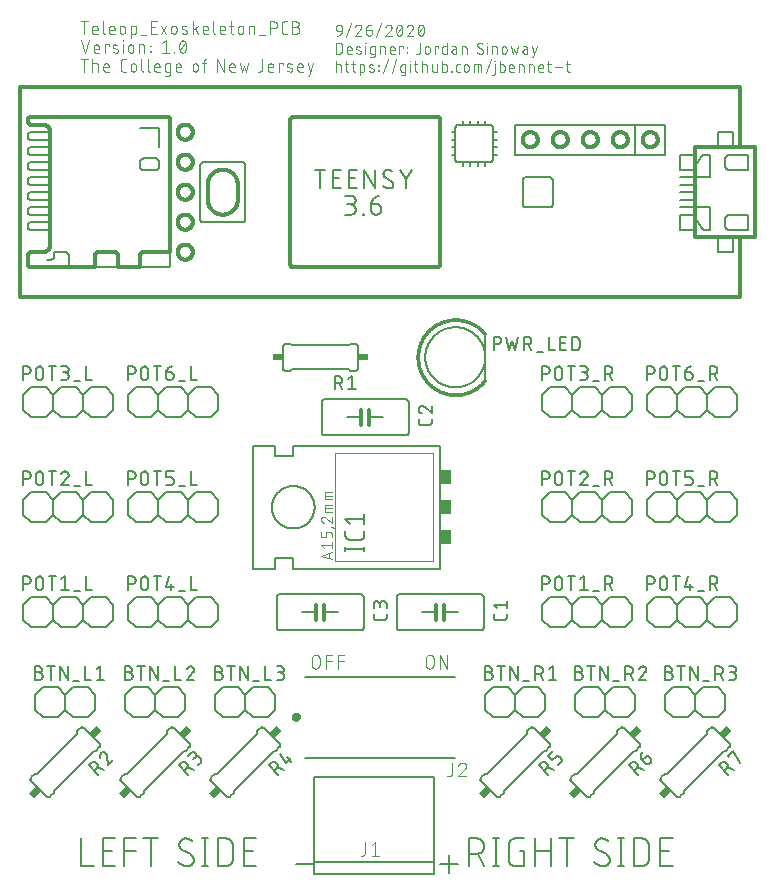
<source format=gbr>
G04 EAGLE Gerber RS-274X export*
G75*
%MOMM*%
%FSLAX34Y34*%
%LPD*%
%INSilkscreen Top*%
%IPPOS*%
%AMOC8*
5,1,8,0,0,1.08239X$1,22.5*%
G01*
%ADD10C,0.101600*%
%ADD11C,0.076200*%
%ADD12C,0.203200*%
%ADD13C,0.152400*%
%ADD14C,0.127000*%
%ADD15C,0.304800*%
%ADD16C,0.050800*%
%ADD17R,0.889000X1.270000*%
%ADD18C,0.177800*%
%ADD19R,0.863600X0.609600*%
%ADD20C,0.025400*%
%ADD21C,0.300000*%


D10*
X66901Y540512D02*
X66901Y550926D01*
X64008Y550926D02*
X69794Y550926D01*
X75238Y540512D02*
X78130Y540512D01*
X75238Y540512D02*
X75155Y540514D01*
X75073Y540520D01*
X74991Y540530D01*
X74909Y540543D01*
X74829Y540561D01*
X74749Y540582D01*
X74670Y540607D01*
X74593Y540636D01*
X74517Y540669D01*
X74443Y540705D01*
X74370Y540745D01*
X74299Y540788D01*
X74231Y540834D01*
X74165Y540883D01*
X74101Y540936D01*
X74040Y540992D01*
X73982Y541050D01*
X73926Y541111D01*
X73873Y541175D01*
X73824Y541241D01*
X73778Y541309D01*
X73735Y541380D01*
X73695Y541453D01*
X73659Y541527D01*
X73626Y541603D01*
X73597Y541680D01*
X73572Y541759D01*
X73551Y541839D01*
X73533Y541919D01*
X73520Y542001D01*
X73510Y542083D01*
X73504Y542165D01*
X73502Y542248D01*
X73502Y545140D01*
X73504Y545234D01*
X73510Y545329D01*
X73519Y545423D01*
X73533Y545516D01*
X73550Y545609D01*
X73571Y545701D01*
X73596Y545792D01*
X73624Y545882D01*
X73656Y545971D01*
X73692Y546058D01*
X73731Y546144D01*
X73774Y546228D01*
X73820Y546311D01*
X73869Y546391D01*
X73922Y546469D01*
X73978Y546546D01*
X74037Y546619D01*
X74098Y546691D01*
X74163Y546759D01*
X74231Y546826D01*
X74301Y546889D01*
X74373Y546949D01*
X74448Y547007D01*
X74526Y547061D01*
X74605Y547112D01*
X74686Y547160D01*
X74770Y547204D01*
X74855Y547245D01*
X74941Y547282D01*
X75029Y547316D01*
X75119Y547347D01*
X75209Y547373D01*
X75301Y547396D01*
X75394Y547415D01*
X75487Y547430D01*
X75580Y547442D01*
X75674Y547450D01*
X75769Y547454D01*
X75863Y547454D01*
X75958Y547450D01*
X76052Y547442D01*
X76145Y547430D01*
X76238Y547415D01*
X76331Y547396D01*
X76423Y547373D01*
X76513Y547347D01*
X76603Y547316D01*
X76691Y547282D01*
X76777Y547245D01*
X76862Y547204D01*
X76946Y547160D01*
X77027Y547112D01*
X77106Y547061D01*
X77184Y547007D01*
X77259Y546949D01*
X77331Y546889D01*
X77401Y546826D01*
X77469Y546759D01*
X77534Y546691D01*
X77595Y546619D01*
X77654Y546546D01*
X77710Y546469D01*
X77763Y546391D01*
X77812Y546311D01*
X77858Y546228D01*
X77901Y546144D01*
X77940Y546058D01*
X77976Y545971D01*
X78008Y545882D01*
X78036Y545792D01*
X78061Y545701D01*
X78082Y545609D01*
X78099Y545516D01*
X78113Y545423D01*
X78122Y545329D01*
X78128Y545234D01*
X78130Y545140D01*
X78130Y543983D01*
X73502Y543983D01*
X82540Y542248D02*
X82540Y550926D01*
X82540Y542248D02*
X82542Y542165D01*
X82548Y542083D01*
X82558Y542001D01*
X82571Y541919D01*
X82589Y541839D01*
X82610Y541759D01*
X82635Y541680D01*
X82664Y541603D01*
X82697Y541527D01*
X82733Y541453D01*
X82773Y541380D01*
X82816Y541309D01*
X82862Y541241D01*
X82911Y541175D01*
X82964Y541111D01*
X83020Y541050D01*
X83078Y540992D01*
X83139Y540936D01*
X83203Y540883D01*
X83269Y540834D01*
X83337Y540788D01*
X83408Y540745D01*
X83481Y540705D01*
X83555Y540669D01*
X83631Y540636D01*
X83708Y540607D01*
X83787Y540582D01*
X83867Y540561D01*
X83947Y540543D01*
X84029Y540530D01*
X84111Y540520D01*
X84193Y540514D01*
X84276Y540512D01*
X89639Y540512D02*
X92532Y540512D01*
X89639Y540512D02*
X89556Y540514D01*
X89474Y540520D01*
X89392Y540530D01*
X89310Y540543D01*
X89230Y540561D01*
X89150Y540582D01*
X89071Y540607D01*
X88994Y540636D01*
X88918Y540669D01*
X88844Y540705D01*
X88771Y540745D01*
X88700Y540788D01*
X88632Y540834D01*
X88566Y540883D01*
X88502Y540936D01*
X88441Y540992D01*
X88383Y541050D01*
X88327Y541111D01*
X88274Y541175D01*
X88225Y541241D01*
X88179Y541309D01*
X88136Y541380D01*
X88096Y541453D01*
X88060Y541527D01*
X88027Y541603D01*
X87998Y541680D01*
X87973Y541759D01*
X87952Y541839D01*
X87934Y541919D01*
X87921Y542001D01*
X87911Y542083D01*
X87905Y542165D01*
X87903Y542248D01*
X87904Y542248D02*
X87904Y545140D01*
X87906Y545234D01*
X87912Y545329D01*
X87921Y545423D01*
X87935Y545516D01*
X87952Y545609D01*
X87973Y545701D01*
X87998Y545792D01*
X88026Y545882D01*
X88058Y545971D01*
X88094Y546058D01*
X88133Y546144D01*
X88176Y546228D01*
X88222Y546311D01*
X88271Y546391D01*
X88324Y546469D01*
X88380Y546546D01*
X88439Y546619D01*
X88500Y546691D01*
X88565Y546759D01*
X88633Y546826D01*
X88703Y546889D01*
X88775Y546949D01*
X88850Y547007D01*
X88928Y547061D01*
X89007Y547112D01*
X89088Y547160D01*
X89172Y547204D01*
X89257Y547245D01*
X89343Y547282D01*
X89431Y547316D01*
X89521Y547347D01*
X89611Y547373D01*
X89703Y547396D01*
X89796Y547415D01*
X89889Y547430D01*
X89982Y547442D01*
X90076Y547450D01*
X90171Y547454D01*
X90265Y547454D01*
X90360Y547450D01*
X90454Y547442D01*
X90547Y547430D01*
X90640Y547415D01*
X90733Y547396D01*
X90825Y547373D01*
X90915Y547347D01*
X91005Y547316D01*
X91093Y547282D01*
X91179Y547245D01*
X91264Y547204D01*
X91348Y547160D01*
X91429Y547112D01*
X91508Y547061D01*
X91586Y547007D01*
X91661Y546949D01*
X91733Y546889D01*
X91803Y546826D01*
X91871Y546759D01*
X91936Y546691D01*
X91997Y546619D01*
X92056Y546546D01*
X92112Y546469D01*
X92165Y546391D01*
X92214Y546311D01*
X92260Y546228D01*
X92303Y546144D01*
X92342Y546058D01*
X92378Y545971D01*
X92410Y545882D01*
X92438Y545792D01*
X92463Y545701D01*
X92484Y545609D01*
X92501Y545516D01*
X92515Y545423D01*
X92524Y545329D01*
X92530Y545234D01*
X92532Y545140D01*
X92532Y543983D01*
X87904Y543983D01*
X96819Y542826D02*
X96819Y545140D01*
X96821Y545234D01*
X96827Y545329D01*
X96836Y545423D01*
X96850Y545516D01*
X96867Y545609D01*
X96888Y545701D01*
X96913Y545792D01*
X96941Y545882D01*
X96973Y545971D01*
X97009Y546058D01*
X97048Y546144D01*
X97091Y546228D01*
X97137Y546311D01*
X97186Y546391D01*
X97239Y546469D01*
X97295Y546546D01*
X97354Y546619D01*
X97415Y546691D01*
X97480Y546759D01*
X97548Y546826D01*
X97618Y546889D01*
X97690Y546949D01*
X97765Y547007D01*
X97843Y547061D01*
X97922Y547112D01*
X98003Y547160D01*
X98087Y547204D01*
X98172Y547245D01*
X98258Y547282D01*
X98346Y547316D01*
X98436Y547347D01*
X98526Y547373D01*
X98618Y547396D01*
X98711Y547415D01*
X98804Y547430D01*
X98897Y547442D01*
X98991Y547450D01*
X99086Y547454D01*
X99180Y547454D01*
X99275Y547450D01*
X99369Y547442D01*
X99462Y547430D01*
X99555Y547415D01*
X99648Y547396D01*
X99740Y547373D01*
X99830Y547347D01*
X99920Y547316D01*
X100008Y547282D01*
X100094Y547245D01*
X100179Y547204D01*
X100263Y547160D01*
X100344Y547112D01*
X100423Y547061D01*
X100501Y547007D01*
X100576Y546949D01*
X100648Y546889D01*
X100718Y546826D01*
X100786Y546759D01*
X100851Y546691D01*
X100912Y546619D01*
X100971Y546546D01*
X101027Y546469D01*
X101080Y546391D01*
X101129Y546311D01*
X101175Y546228D01*
X101218Y546144D01*
X101257Y546058D01*
X101293Y545971D01*
X101325Y545882D01*
X101353Y545792D01*
X101378Y545701D01*
X101399Y545609D01*
X101416Y545516D01*
X101430Y545423D01*
X101439Y545329D01*
X101445Y545234D01*
X101447Y545140D01*
X101447Y542826D01*
X101445Y542732D01*
X101439Y542637D01*
X101430Y542543D01*
X101416Y542450D01*
X101399Y542357D01*
X101378Y542265D01*
X101353Y542174D01*
X101325Y542084D01*
X101293Y541995D01*
X101257Y541908D01*
X101218Y541822D01*
X101175Y541738D01*
X101129Y541655D01*
X101080Y541575D01*
X101027Y541497D01*
X100971Y541420D01*
X100912Y541347D01*
X100851Y541275D01*
X100786Y541207D01*
X100718Y541140D01*
X100648Y541077D01*
X100576Y541017D01*
X100501Y540959D01*
X100423Y540905D01*
X100344Y540854D01*
X100263Y540806D01*
X100179Y540762D01*
X100094Y540721D01*
X100008Y540684D01*
X99920Y540650D01*
X99830Y540619D01*
X99740Y540593D01*
X99648Y540570D01*
X99555Y540551D01*
X99462Y540536D01*
X99369Y540524D01*
X99275Y540516D01*
X99180Y540512D01*
X99086Y540512D01*
X98991Y540516D01*
X98897Y540524D01*
X98804Y540536D01*
X98711Y540551D01*
X98618Y540570D01*
X98526Y540593D01*
X98436Y540619D01*
X98346Y540650D01*
X98258Y540684D01*
X98172Y540721D01*
X98087Y540762D01*
X98003Y540806D01*
X97922Y540854D01*
X97843Y540905D01*
X97765Y540959D01*
X97690Y541017D01*
X97618Y541077D01*
X97548Y541140D01*
X97480Y541207D01*
X97415Y541275D01*
X97354Y541347D01*
X97295Y541420D01*
X97239Y541497D01*
X97186Y541575D01*
X97137Y541655D01*
X97091Y541738D01*
X97048Y541822D01*
X97009Y541908D01*
X96973Y541995D01*
X96941Y542084D01*
X96913Y542174D01*
X96888Y542265D01*
X96867Y542357D01*
X96850Y542450D01*
X96836Y542543D01*
X96827Y542637D01*
X96821Y542732D01*
X96819Y542826D01*
X106133Y547455D02*
X106133Y537041D01*
X106133Y547455D02*
X109026Y547455D01*
X109109Y547453D01*
X109191Y547447D01*
X109273Y547437D01*
X109355Y547424D01*
X109435Y547406D01*
X109515Y547385D01*
X109594Y547360D01*
X109671Y547331D01*
X109747Y547298D01*
X109821Y547262D01*
X109894Y547222D01*
X109965Y547179D01*
X110033Y547133D01*
X110099Y547084D01*
X110163Y547031D01*
X110224Y546975D01*
X110282Y546917D01*
X110338Y546856D01*
X110391Y546792D01*
X110440Y546726D01*
X110486Y546658D01*
X110529Y546587D01*
X110569Y546515D01*
X110605Y546440D01*
X110638Y546364D01*
X110667Y546287D01*
X110692Y546208D01*
X110713Y546128D01*
X110731Y546048D01*
X110744Y545966D01*
X110754Y545884D01*
X110760Y545802D01*
X110762Y545719D01*
X110762Y542248D01*
X110760Y542165D01*
X110754Y542083D01*
X110744Y542001D01*
X110731Y541919D01*
X110713Y541839D01*
X110692Y541759D01*
X110667Y541680D01*
X110638Y541603D01*
X110605Y541527D01*
X110569Y541453D01*
X110529Y541380D01*
X110486Y541309D01*
X110440Y541241D01*
X110391Y541175D01*
X110338Y541111D01*
X110282Y541050D01*
X110224Y540992D01*
X110163Y540936D01*
X110099Y540883D01*
X110033Y540834D01*
X109965Y540788D01*
X109894Y540745D01*
X109821Y540705D01*
X109747Y540669D01*
X109671Y540636D01*
X109594Y540607D01*
X109515Y540582D01*
X109435Y540561D01*
X109355Y540543D01*
X109273Y540530D01*
X109191Y540520D01*
X109109Y540514D01*
X109026Y540512D01*
X106133Y540512D01*
X114650Y539355D02*
X119278Y539355D01*
X123694Y540512D02*
X128322Y540512D01*
X123694Y540512D02*
X123694Y550926D01*
X128322Y550926D01*
X127165Y546298D02*
X123694Y546298D01*
X131795Y540512D02*
X136423Y547455D01*
X131795Y547455D02*
X136423Y540512D01*
X140367Y542826D02*
X140367Y545140D01*
X140369Y545234D01*
X140375Y545329D01*
X140384Y545423D01*
X140398Y545516D01*
X140415Y545609D01*
X140436Y545701D01*
X140461Y545792D01*
X140489Y545882D01*
X140521Y545971D01*
X140557Y546058D01*
X140596Y546144D01*
X140639Y546228D01*
X140685Y546311D01*
X140734Y546391D01*
X140787Y546469D01*
X140843Y546546D01*
X140902Y546619D01*
X140963Y546691D01*
X141028Y546759D01*
X141096Y546826D01*
X141166Y546889D01*
X141238Y546949D01*
X141313Y547007D01*
X141391Y547061D01*
X141470Y547112D01*
X141551Y547160D01*
X141635Y547204D01*
X141720Y547245D01*
X141806Y547282D01*
X141894Y547316D01*
X141984Y547347D01*
X142074Y547373D01*
X142166Y547396D01*
X142259Y547415D01*
X142352Y547430D01*
X142445Y547442D01*
X142539Y547450D01*
X142634Y547454D01*
X142728Y547454D01*
X142823Y547450D01*
X142917Y547442D01*
X143010Y547430D01*
X143103Y547415D01*
X143196Y547396D01*
X143288Y547373D01*
X143378Y547347D01*
X143468Y547316D01*
X143556Y547282D01*
X143642Y547245D01*
X143727Y547204D01*
X143811Y547160D01*
X143892Y547112D01*
X143971Y547061D01*
X144049Y547007D01*
X144124Y546949D01*
X144196Y546889D01*
X144266Y546826D01*
X144334Y546759D01*
X144399Y546691D01*
X144460Y546619D01*
X144519Y546546D01*
X144575Y546469D01*
X144628Y546391D01*
X144677Y546311D01*
X144723Y546228D01*
X144766Y546144D01*
X144805Y546058D01*
X144841Y545971D01*
X144873Y545882D01*
X144901Y545792D01*
X144926Y545701D01*
X144947Y545609D01*
X144964Y545516D01*
X144978Y545423D01*
X144987Y545329D01*
X144993Y545234D01*
X144995Y545140D01*
X144996Y545140D02*
X144996Y542826D01*
X144995Y542826D02*
X144993Y542732D01*
X144987Y542637D01*
X144978Y542543D01*
X144964Y542450D01*
X144947Y542357D01*
X144926Y542265D01*
X144901Y542174D01*
X144873Y542084D01*
X144841Y541995D01*
X144805Y541908D01*
X144766Y541822D01*
X144723Y541738D01*
X144677Y541655D01*
X144628Y541575D01*
X144575Y541497D01*
X144519Y541420D01*
X144460Y541347D01*
X144399Y541275D01*
X144334Y541207D01*
X144266Y541140D01*
X144196Y541077D01*
X144124Y541017D01*
X144049Y540959D01*
X143971Y540905D01*
X143892Y540854D01*
X143811Y540806D01*
X143727Y540762D01*
X143642Y540721D01*
X143556Y540684D01*
X143468Y540650D01*
X143378Y540619D01*
X143288Y540593D01*
X143196Y540570D01*
X143103Y540551D01*
X143010Y540536D01*
X142917Y540524D01*
X142823Y540516D01*
X142728Y540512D01*
X142634Y540512D01*
X142539Y540516D01*
X142445Y540524D01*
X142352Y540536D01*
X142259Y540551D01*
X142166Y540570D01*
X142074Y540593D01*
X141984Y540619D01*
X141894Y540650D01*
X141806Y540684D01*
X141720Y540721D01*
X141635Y540762D01*
X141551Y540806D01*
X141470Y540854D01*
X141391Y540905D01*
X141313Y540959D01*
X141238Y541017D01*
X141166Y541077D01*
X141096Y541140D01*
X141028Y541207D01*
X140963Y541275D01*
X140902Y541347D01*
X140843Y541420D01*
X140787Y541497D01*
X140734Y541575D01*
X140685Y541655D01*
X140639Y541738D01*
X140596Y541822D01*
X140557Y541908D01*
X140521Y541995D01*
X140489Y542084D01*
X140461Y542174D01*
X140436Y542265D01*
X140415Y542357D01*
X140398Y542450D01*
X140384Y542543D01*
X140375Y542637D01*
X140369Y542732D01*
X140367Y542826D01*
X150150Y544562D02*
X153043Y543405D01*
X150150Y544562D02*
X150079Y544593D01*
X150010Y544627D01*
X149943Y544664D01*
X149877Y544705D01*
X149814Y544750D01*
X149753Y544797D01*
X149695Y544848D01*
X149640Y544901D01*
X149587Y544957D01*
X149537Y545016D01*
X149490Y545077D01*
X149447Y545141D01*
X149407Y545207D01*
X149370Y545275D01*
X149337Y545344D01*
X149307Y545415D01*
X149282Y545488D01*
X149259Y545562D01*
X149241Y545637D01*
X149227Y545713D01*
X149216Y545789D01*
X149210Y545866D01*
X149207Y545943D01*
X149208Y546020D01*
X149214Y546097D01*
X149223Y546173D01*
X149236Y546249D01*
X149253Y546324D01*
X149274Y546399D01*
X149299Y546472D01*
X149327Y546543D01*
X149359Y546613D01*
X149395Y546682D01*
X149434Y546748D01*
X149476Y546813D01*
X149522Y546875D01*
X149571Y546934D01*
X149623Y546991D01*
X149677Y547046D01*
X149735Y547097D01*
X149795Y547146D01*
X149857Y547191D01*
X149922Y547233D01*
X149988Y547272D01*
X150057Y547307D01*
X150127Y547338D01*
X150199Y547366D01*
X150272Y547391D01*
X150347Y547411D01*
X150422Y547428D01*
X150498Y547440D01*
X150574Y547449D01*
X150651Y547454D01*
X150728Y547455D01*
X150729Y547454D02*
X150887Y547450D01*
X151045Y547442D01*
X151202Y547430D01*
X151359Y547415D01*
X151516Y547396D01*
X151672Y547373D01*
X151828Y547346D01*
X151983Y547315D01*
X152137Y547281D01*
X152291Y547243D01*
X152443Y547201D01*
X152594Y547156D01*
X152745Y547107D01*
X152894Y547055D01*
X153041Y546999D01*
X153187Y546939D01*
X153332Y546876D01*
X153043Y543405D02*
X153114Y543374D01*
X153183Y543340D01*
X153250Y543303D01*
X153316Y543262D01*
X153379Y543217D01*
X153440Y543170D01*
X153498Y543119D01*
X153553Y543066D01*
X153606Y543010D01*
X153656Y542951D01*
X153703Y542890D01*
X153746Y542826D01*
X153786Y542760D01*
X153823Y542692D01*
X153856Y542623D01*
X153886Y542552D01*
X153911Y542479D01*
X153934Y542405D01*
X153952Y542330D01*
X153966Y542254D01*
X153977Y542178D01*
X153983Y542101D01*
X153986Y542024D01*
X153985Y541947D01*
X153979Y541870D01*
X153970Y541794D01*
X153957Y541718D01*
X153940Y541643D01*
X153919Y541568D01*
X153894Y541495D01*
X153866Y541424D01*
X153834Y541354D01*
X153798Y541285D01*
X153759Y541219D01*
X153717Y541154D01*
X153671Y541092D01*
X153622Y541033D01*
X153570Y540976D01*
X153516Y540921D01*
X153458Y540870D01*
X153398Y540821D01*
X153336Y540776D01*
X153271Y540734D01*
X153205Y540695D01*
X153136Y540660D01*
X153066Y540629D01*
X152994Y540601D01*
X152921Y540576D01*
X152846Y540556D01*
X152771Y540539D01*
X152695Y540527D01*
X152619Y540518D01*
X152542Y540513D01*
X152465Y540512D01*
X152233Y540518D01*
X152001Y540530D01*
X151770Y540547D01*
X151539Y540569D01*
X151308Y540597D01*
X151078Y540630D01*
X150850Y540669D01*
X150622Y540713D01*
X150395Y540763D01*
X150170Y540818D01*
X149946Y540878D01*
X149723Y540944D01*
X149502Y541015D01*
X149283Y541091D01*
X158669Y540512D02*
X158669Y550926D01*
X163298Y547455D02*
X158669Y543983D01*
X160694Y545430D02*
X163298Y540512D01*
X168849Y540512D02*
X171742Y540512D01*
X168849Y540512D02*
X168766Y540514D01*
X168684Y540520D01*
X168602Y540530D01*
X168520Y540543D01*
X168440Y540561D01*
X168360Y540582D01*
X168281Y540607D01*
X168204Y540636D01*
X168128Y540669D01*
X168054Y540705D01*
X167981Y540745D01*
X167910Y540788D01*
X167842Y540834D01*
X167776Y540883D01*
X167712Y540936D01*
X167651Y540992D01*
X167593Y541050D01*
X167537Y541111D01*
X167484Y541175D01*
X167435Y541241D01*
X167389Y541309D01*
X167346Y541380D01*
X167306Y541453D01*
X167270Y541527D01*
X167237Y541603D01*
X167208Y541680D01*
X167183Y541759D01*
X167162Y541839D01*
X167144Y541919D01*
X167131Y542001D01*
X167121Y542083D01*
X167115Y542165D01*
X167113Y542248D01*
X167113Y545140D01*
X167115Y545234D01*
X167121Y545329D01*
X167130Y545423D01*
X167144Y545516D01*
X167161Y545609D01*
X167182Y545701D01*
X167207Y545792D01*
X167235Y545882D01*
X167267Y545971D01*
X167303Y546058D01*
X167342Y546144D01*
X167385Y546228D01*
X167431Y546311D01*
X167480Y546391D01*
X167533Y546469D01*
X167589Y546546D01*
X167648Y546619D01*
X167709Y546691D01*
X167774Y546759D01*
X167842Y546826D01*
X167912Y546889D01*
X167984Y546949D01*
X168059Y547007D01*
X168137Y547061D01*
X168216Y547112D01*
X168297Y547160D01*
X168381Y547204D01*
X168466Y547245D01*
X168552Y547282D01*
X168640Y547316D01*
X168730Y547347D01*
X168820Y547373D01*
X168912Y547396D01*
X169005Y547415D01*
X169098Y547430D01*
X169191Y547442D01*
X169285Y547450D01*
X169380Y547454D01*
X169474Y547454D01*
X169569Y547450D01*
X169663Y547442D01*
X169756Y547430D01*
X169849Y547415D01*
X169942Y547396D01*
X170034Y547373D01*
X170124Y547347D01*
X170214Y547316D01*
X170302Y547282D01*
X170388Y547245D01*
X170473Y547204D01*
X170557Y547160D01*
X170638Y547112D01*
X170717Y547061D01*
X170795Y547007D01*
X170870Y546949D01*
X170942Y546889D01*
X171012Y546826D01*
X171080Y546759D01*
X171145Y546691D01*
X171206Y546619D01*
X171265Y546546D01*
X171321Y546469D01*
X171374Y546391D01*
X171423Y546311D01*
X171469Y546228D01*
X171512Y546144D01*
X171551Y546058D01*
X171587Y545971D01*
X171619Y545882D01*
X171647Y545792D01*
X171672Y545701D01*
X171693Y545609D01*
X171710Y545516D01*
X171724Y545423D01*
X171733Y545329D01*
X171739Y545234D01*
X171741Y545140D01*
X171742Y545140D02*
X171742Y543983D01*
X167113Y543983D01*
X176152Y542248D02*
X176152Y550926D01*
X176151Y542248D02*
X176153Y542165D01*
X176159Y542083D01*
X176169Y542001D01*
X176182Y541919D01*
X176200Y541839D01*
X176221Y541759D01*
X176246Y541680D01*
X176275Y541603D01*
X176308Y541527D01*
X176344Y541453D01*
X176384Y541380D01*
X176427Y541309D01*
X176473Y541241D01*
X176522Y541175D01*
X176575Y541111D01*
X176631Y541050D01*
X176689Y540992D01*
X176750Y540936D01*
X176814Y540883D01*
X176880Y540834D01*
X176948Y540788D01*
X177019Y540745D01*
X177092Y540705D01*
X177166Y540669D01*
X177242Y540636D01*
X177319Y540607D01*
X177398Y540582D01*
X177478Y540561D01*
X177558Y540543D01*
X177640Y540530D01*
X177722Y540520D01*
X177804Y540514D01*
X177887Y540512D01*
X183251Y540512D02*
X186143Y540512D01*
X183251Y540512D02*
X183168Y540514D01*
X183086Y540520D01*
X183004Y540530D01*
X182922Y540543D01*
X182842Y540561D01*
X182762Y540582D01*
X182683Y540607D01*
X182606Y540636D01*
X182530Y540669D01*
X182456Y540705D01*
X182383Y540745D01*
X182312Y540788D01*
X182244Y540834D01*
X182178Y540883D01*
X182114Y540936D01*
X182053Y540992D01*
X181995Y541050D01*
X181939Y541111D01*
X181886Y541175D01*
X181837Y541241D01*
X181791Y541309D01*
X181748Y541380D01*
X181708Y541453D01*
X181672Y541527D01*
X181639Y541603D01*
X181610Y541680D01*
X181585Y541759D01*
X181564Y541839D01*
X181546Y541919D01*
X181533Y542001D01*
X181523Y542083D01*
X181517Y542165D01*
X181515Y542248D01*
X181515Y545140D01*
X181517Y545234D01*
X181523Y545329D01*
X181532Y545423D01*
X181546Y545516D01*
X181563Y545609D01*
X181584Y545701D01*
X181609Y545792D01*
X181637Y545882D01*
X181669Y545971D01*
X181705Y546058D01*
X181744Y546144D01*
X181787Y546228D01*
X181833Y546311D01*
X181882Y546391D01*
X181935Y546469D01*
X181991Y546546D01*
X182050Y546619D01*
X182111Y546691D01*
X182176Y546759D01*
X182244Y546826D01*
X182314Y546889D01*
X182386Y546949D01*
X182461Y547007D01*
X182539Y547061D01*
X182618Y547112D01*
X182699Y547160D01*
X182783Y547204D01*
X182868Y547245D01*
X182954Y547282D01*
X183042Y547316D01*
X183132Y547347D01*
X183222Y547373D01*
X183314Y547396D01*
X183407Y547415D01*
X183500Y547430D01*
X183593Y547442D01*
X183687Y547450D01*
X183782Y547454D01*
X183876Y547454D01*
X183971Y547450D01*
X184065Y547442D01*
X184158Y547430D01*
X184251Y547415D01*
X184344Y547396D01*
X184436Y547373D01*
X184526Y547347D01*
X184616Y547316D01*
X184704Y547282D01*
X184790Y547245D01*
X184875Y547204D01*
X184959Y547160D01*
X185040Y547112D01*
X185119Y547061D01*
X185197Y547007D01*
X185272Y546949D01*
X185344Y546889D01*
X185414Y546826D01*
X185482Y546759D01*
X185547Y546691D01*
X185608Y546619D01*
X185667Y546546D01*
X185723Y546469D01*
X185776Y546391D01*
X185825Y546311D01*
X185871Y546228D01*
X185914Y546144D01*
X185953Y546058D01*
X185989Y545971D01*
X186021Y545882D01*
X186049Y545792D01*
X186074Y545701D01*
X186095Y545609D01*
X186112Y545516D01*
X186126Y545423D01*
X186135Y545329D01*
X186141Y545234D01*
X186143Y545140D01*
X186143Y543983D01*
X181515Y543983D01*
X189549Y547455D02*
X193021Y547455D01*
X190707Y550926D02*
X190707Y542248D01*
X190706Y542248D02*
X190708Y542165D01*
X190714Y542083D01*
X190724Y542001D01*
X190737Y541919D01*
X190755Y541839D01*
X190776Y541759D01*
X190801Y541680D01*
X190830Y541603D01*
X190863Y541527D01*
X190899Y541453D01*
X190939Y541380D01*
X190982Y541309D01*
X191028Y541241D01*
X191077Y541175D01*
X191130Y541111D01*
X191186Y541050D01*
X191244Y540992D01*
X191305Y540936D01*
X191369Y540883D01*
X191435Y540834D01*
X191503Y540788D01*
X191574Y540745D01*
X191647Y540705D01*
X191721Y540669D01*
X191797Y540636D01*
X191874Y540607D01*
X191953Y540582D01*
X192033Y540561D01*
X192113Y540543D01*
X192195Y540530D01*
X192277Y540520D01*
X192359Y540514D01*
X192442Y540512D01*
X193021Y540512D01*
X196945Y542826D02*
X196945Y545140D01*
X196946Y545140D02*
X196948Y545234D01*
X196954Y545329D01*
X196963Y545423D01*
X196977Y545516D01*
X196994Y545609D01*
X197015Y545701D01*
X197040Y545792D01*
X197068Y545882D01*
X197100Y545971D01*
X197136Y546058D01*
X197175Y546144D01*
X197218Y546228D01*
X197264Y546311D01*
X197313Y546391D01*
X197366Y546469D01*
X197422Y546546D01*
X197481Y546619D01*
X197542Y546691D01*
X197607Y546759D01*
X197675Y546826D01*
X197745Y546889D01*
X197817Y546949D01*
X197892Y547007D01*
X197970Y547061D01*
X198049Y547112D01*
X198130Y547160D01*
X198214Y547204D01*
X198299Y547245D01*
X198385Y547282D01*
X198473Y547316D01*
X198563Y547347D01*
X198653Y547373D01*
X198745Y547396D01*
X198838Y547415D01*
X198931Y547430D01*
X199024Y547442D01*
X199118Y547450D01*
X199213Y547454D01*
X199307Y547454D01*
X199402Y547450D01*
X199496Y547442D01*
X199589Y547430D01*
X199682Y547415D01*
X199775Y547396D01*
X199867Y547373D01*
X199957Y547347D01*
X200047Y547316D01*
X200135Y547282D01*
X200221Y547245D01*
X200306Y547204D01*
X200390Y547160D01*
X200471Y547112D01*
X200550Y547061D01*
X200628Y547007D01*
X200703Y546949D01*
X200775Y546889D01*
X200845Y546826D01*
X200913Y546759D01*
X200978Y546691D01*
X201039Y546619D01*
X201098Y546546D01*
X201154Y546469D01*
X201207Y546391D01*
X201256Y546311D01*
X201302Y546228D01*
X201345Y546144D01*
X201384Y546058D01*
X201420Y545971D01*
X201452Y545882D01*
X201480Y545792D01*
X201505Y545701D01*
X201526Y545609D01*
X201543Y545516D01*
X201557Y545423D01*
X201566Y545329D01*
X201572Y545234D01*
X201574Y545140D01*
X201574Y542826D01*
X201572Y542732D01*
X201566Y542637D01*
X201557Y542543D01*
X201543Y542450D01*
X201526Y542357D01*
X201505Y542265D01*
X201480Y542174D01*
X201452Y542084D01*
X201420Y541995D01*
X201384Y541908D01*
X201345Y541822D01*
X201302Y541738D01*
X201256Y541655D01*
X201207Y541575D01*
X201154Y541497D01*
X201098Y541420D01*
X201039Y541347D01*
X200978Y541275D01*
X200913Y541207D01*
X200845Y541140D01*
X200775Y541077D01*
X200703Y541017D01*
X200628Y540959D01*
X200550Y540905D01*
X200471Y540854D01*
X200390Y540806D01*
X200306Y540762D01*
X200221Y540721D01*
X200135Y540684D01*
X200047Y540650D01*
X199957Y540619D01*
X199867Y540593D01*
X199775Y540570D01*
X199682Y540551D01*
X199589Y540536D01*
X199496Y540524D01*
X199402Y540516D01*
X199307Y540512D01*
X199213Y540512D01*
X199118Y540516D01*
X199024Y540524D01*
X198931Y540536D01*
X198838Y540551D01*
X198745Y540570D01*
X198653Y540593D01*
X198563Y540619D01*
X198473Y540650D01*
X198385Y540684D01*
X198299Y540721D01*
X198214Y540762D01*
X198130Y540806D01*
X198049Y540854D01*
X197970Y540905D01*
X197892Y540959D01*
X197817Y541017D01*
X197745Y541077D01*
X197675Y541140D01*
X197607Y541207D01*
X197542Y541275D01*
X197481Y541347D01*
X197422Y541420D01*
X197366Y541497D01*
X197313Y541575D01*
X197264Y541655D01*
X197218Y541738D01*
X197175Y541822D01*
X197136Y541908D01*
X197100Y541995D01*
X197068Y542084D01*
X197040Y542174D01*
X197015Y542265D01*
X196994Y542357D01*
X196977Y542450D01*
X196963Y542543D01*
X196954Y542637D01*
X196948Y542732D01*
X196946Y542826D01*
X206204Y540512D02*
X206204Y547455D01*
X209096Y547455D01*
X209179Y547453D01*
X209261Y547447D01*
X209343Y547437D01*
X209425Y547424D01*
X209505Y547406D01*
X209585Y547385D01*
X209664Y547360D01*
X209741Y547331D01*
X209817Y547298D01*
X209891Y547262D01*
X209964Y547222D01*
X210035Y547179D01*
X210103Y547133D01*
X210169Y547084D01*
X210233Y547031D01*
X210294Y546975D01*
X210352Y546917D01*
X210408Y546856D01*
X210461Y546792D01*
X210510Y546726D01*
X210556Y546658D01*
X210599Y546587D01*
X210639Y546515D01*
X210675Y546440D01*
X210708Y546364D01*
X210737Y546287D01*
X210762Y546208D01*
X210783Y546128D01*
X210801Y546048D01*
X210814Y545966D01*
X210824Y545884D01*
X210830Y545802D01*
X210832Y545719D01*
X210832Y540512D01*
X215119Y539355D02*
X219747Y539355D01*
X224302Y540512D02*
X224302Y550926D01*
X227195Y550926D01*
X227302Y550924D01*
X227409Y550918D01*
X227515Y550908D01*
X227621Y550894D01*
X227727Y550877D01*
X227831Y550855D01*
X227935Y550830D01*
X228038Y550800D01*
X228140Y550767D01*
X228240Y550731D01*
X228339Y550690D01*
X228436Y550646D01*
X228532Y550598D01*
X228626Y550547D01*
X228718Y550493D01*
X228808Y550435D01*
X228895Y550373D01*
X228981Y550309D01*
X229064Y550242D01*
X229144Y550171D01*
X229222Y550097D01*
X229297Y550021D01*
X229369Y549942D01*
X229438Y549861D01*
X229504Y549776D01*
X229567Y549690D01*
X229626Y549601D01*
X229682Y549510D01*
X229735Y549417D01*
X229785Y549323D01*
X229831Y549226D01*
X229873Y549128D01*
X229911Y549028D01*
X229946Y548927D01*
X229978Y548825D01*
X230005Y548721D01*
X230028Y548617D01*
X230048Y548512D01*
X230064Y548406D01*
X230076Y548300D01*
X230084Y548193D01*
X230088Y548086D01*
X230088Y547980D01*
X230084Y547873D01*
X230076Y547766D01*
X230064Y547660D01*
X230048Y547554D01*
X230028Y547449D01*
X230005Y547345D01*
X229978Y547241D01*
X229946Y547139D01*
X229911Y547038D01*
X229873Y546938D01*
X229831Y546840D01*
X229785Y546743D01*
X229735Y546649D01*
X229682Y546556D01*
X229626Y546465D01*
X229567Y546376D01*
X229504Y546290D01*
X229438Y546205D01*
X229369Y546124D01*
X229297Y546045D01*
X229222Y545969D01*
X229144Y545895D01*
X229064Y545824D01*
X228981Y545757D01*
X228895Y545693D01*
X228808Y545631D01*
X228718Y545573D01*
X228626Y545519D01*
X228532Y545468D01*
X228436Y545420D01*
X228339Y545376D01*
X228240Y545335D01*
X228140Y545299D01*
X228038Y545266D01*
X227935Y545236D01*
X227831Y545211D01*
X227727Y545189D01*
X227621Y545172D01*
X227515Y545158D01*
X227409Y545148D01*
X227302Y545142D01*
X227195Y545140D01*
X224302Y545140D01*
X236368Y540512D02*
X238682Y540512D01*
X236368Y540512D02*
X236275Y540514D01*
X236182Y540520D01*
X236089Y540529D01*
X235997Y540542D01*
X235905Y540559D01*
X235814Y540579D01*
X235724Y540603D01*
X235635Y540631D01*
X235547Y540662D01*
X235461Y540697D01*
X235376Y540735D01*
X235293Y540777D01*
X235211Y540822D01*
X235131Y540870D01*
X235053Y540922D01*
X234978Y540976D01*
X234905Y541034D01*
X234834Y541094D01*
X234765Y541157D01*
X234699Y541223D01*
X234636Y541292D01*
X234576Y541363D01*
X234518Y541436D01*
X234464Y541511D01*
X234412Y541589D01*
X234364Y541669D01*
X234319Y541751D01*
X234277Y541834D01*
X234239Y541919D01*
X234204Y542005D01*
X234173Y542093D01*
X234145Y542182D01*
X234121Y542272D01*
X234101Y542363D01*
X234084Y542455D01*
X234071Y542547D01*
X234062Y542640D01*
X234056Y542733D01*
X234054Y542826D01*
X234054Y548612D01*
X234056Y548708D01*
X234062Y548803D01*
X234072Y548898D01*
X234086Y548993D01*
X234103Y549087D01*
X234125Y549180D01*
X234150Y549272D01*
X234179Y549363D01*
X234212Y549453D01*
X234249Y549542D01*
X234289Y549628D01*
X234333Y549713D01*
X234380Y549796D01*
X234431Y549878D01*
X234485Y549957D01*
X234542Y550033D01*
X234602Y550108D01*
X234666Y550179D01*
X234732Y550248D01*
X234801Y550314D01*
X234872Y550378D01*
X234947Y550438D01*
X235023Y550495D01*
X235102Y550549D01*
X235183Y550600D01*
X235267Y550647D01*
X235352Y550691D01*
X235438Y550731D01*
X235527Y550768D01*
X235617Y550801D01*
X235708Y550830D01*
X235800Y550855D01*
X235893Y550877D01*
X235987Y550894D01*
X236082Y550908D01*
X236177Y550918D01*
X236272Y550924D01*
X236368Y550926D01*
X238682Y550926D01*
X243162Y546298D02*
X246055Y546298D01*
X246162Y546296D01*
X246269Y546290D01*
X246375Y546280D01*
X246481Y546266D01*
X246587Y546249D01*
X246691Y546227D01*
X246795Y546202D01*
X246898Y546172D01*
X247000Y546139D01*
X247100Y546103D01*
X247199Y546062D01*
X247296Y546018D01*
X247392Y545970D01*
X247486Y545919D01*
X247578Y545865D01*
X247668Y545807D01*
X247755Y545745D01*
X247841Y545681D01*
X247924Y545614D01*
X248004Y545543D01*
X248082Y545469D01*
X248157Y545393D01*
X248229Y545314D01*
X248298Y545233D01*
X248364Y545148D01*
X248427Y545062D01*
X248486Y544973D01*
X248542Y544882D01*
X248595Y544789D01*
X248645Y544695D01*
X248691Y544598D01*
X248733Y544500D01*
X248771Y544400D01*
X248806Y544299D01*
X248838Y544197D01*
X248865Y544093D01*
X248888Y543989D01*
X248908Y543884D01*
X248924Y543778D01*
X248936Y543672D01*
X248944Y543565D01*
X248948Y543458D01*
X248948Y543352D01*
X248944Y543245D01*
X248936Y543138D01*
X248924Y543032D01*
X248908Y542926D01*
X248888Y542821D01*
X248865Y542717D01*
X248838Y542613D01*
X248806Y542511D01*
X248771Y542410D01*
X248733Y542310D01*
X248691Y542212D01*
X248645Y542115D01*
X248595Y542021D01*
X248542Y541928D01*
X248486Y541837D01*
X248427Y541748D01*
X248364Y541662D01*
X248298Y541577D01*
X248229Y541496D01*
X248157Y541417D01*
X248082Y541341D01*
X248004Y541267D01*
X247924Y541196D01*
X247841Y541129D01*
X247755Y541065D01*
X247668Y541003D01*
X247578Y540945D01*
X247486Y540891D01*
X247392Y540840D01*
X247296Y540792D01*
X247199Y540748D01*
X247100Y540707D01*
X247000Y540671D01*
X246898Y540638D01*
X246795Y540608D01*
X246691Y540583D01*
X246587Y540561D01*
X246481Y540544D01*
X246375Y540530D01*
X246269Y540520D01*
X246162Y540514D01*
X246055Y540512D01*
X243162Y540512D01*
X243162Y550926D01*
X246055Y550926D01*
X246149Y550924D01*
X246244Y550918D01*
X246338Y550909D01*
X246431Y550895D01*
X246524Y550878D01*
X246616Y550857D01*
X246707Y550832D01*
X246797Y550804D01*
X246886Y550772D01*
X246973Y550736D01*
X247059Y550697D01*
X247143Y550654D01*
X247226Y550608D01*
X247306Y550559D01*
X247384Y550506D01*
X247461Y550450D01*
X247534Y550391D01*
X247606Y550330D01*
X247674Y550265D01*
X247741Y550197D01*
X247804Y550127D01*
X247864Y550055D01*
X247922Y549980D01*
X247976Y549902D01*
X248027Y549823D01*
X248075Y549742D01*
X248119Y549658D01*
X248160Y549573D01*
X248197Y549487D01*
X248231Y549399D01*
X248262Y549309D01*
X248288Y549219D01*
X248311Y549127D01*
X248330Y549034D01*
X248345Y548941D01*
X248357Y548848D01*
X248365Y548754D01*
X248369Y548659D01*
X248369Y548565D01*
X248365Y548470D01*
X248357Y548376D01*
X248345Y548283D01*
X248330Y548190D01*
X248311Y548097D01*
X248288Y548005D01*
X248262Y547915D01*
X248231Y547825D01*
X248197Y547737D01*
X248160Y547651D01*
X248119Y547566D01*
X248075Y547482D01*
X248027Y547401D01*
X247976Y547322D01*
X247922Y547244D01*
X247864Y547169D01*
X247804Y547097D01*
X247741Y547027D01*
X247674Y546959D01*
X247606Y546894D01*
X247534Y546833D01*
X247461Y546774D01*
X247384Y546718D01*
X247306Y546665D01*
X247226Y546616D01*
X247143Y546570D01*
X247059Y546527D01*
X246973Y546488D01*
X246886Y546452D01*
X246797Y546420D01*
X246707Y546392D01*
X246616Y546367D01*
X246524Y546346D01*
X246431Y546329D01*
X246338Y546315D01*
X246244Y546306D01*
X246149Y546300D01*
X246055Y546298D01*
X67479Y524510D02*
X64008Y534924D01*
X70951Y534924D02*
X67479Y524510D01*
X76502Y524510D02*
X79395Y524510D01*
X76502Y524510D02*
X76419Y524512D01*
X76337Y524518D01*
X76255Y524528D01*
X76173Y524541D01*
X76093Y524559D01*
X76013Y524580D01*
X75934Y524605D01*
X75857Y524634D01*
X75781Y524667D01*
X75707Y524703D01*
X75634Y524743D01*
X75563Y524786D01*
X75495Y524832D01*
X75429Y524881D01*
X75365Y524934D01*
X75304Y524990D01*
X75246Y525048D01*
X75190Y525109D01*
X75137Y525173D01*
X75088Y525239D01*
X75042Y525307D01*
X74999Y525378D01*
X74959Y525451D01*
X74923Y525525D01*
X74890Y525601D01*
X74861Y525678D01*
X74836Y525757D01*
X74815Y525837D01*
X74797Y525917D01*
X74784Y525999D01*
X74774Y526081D01*
X74768Y526163D01*
X74766Y526246D01*
X74766Y529138D01*
X74767Y529138D02*
X74769Y529232D01*
X74775Y529327D01*
X74784Y529421D01*
X74798Y529514D01*
X74815Y529607D01*
X74836Y529699D01*
X74861Y529790D01*
X74889Y529880D01*
X74921Y529969D01*
X74957Y530056D01*
X74996Y530142D01*
X75039Y530226D01*
X75085Y530309D01*
X75134Y530389D01*
X75187Y530467D01*
X75243Y530544D01*
X75302Y530617D01*
X75363Y530689D01*
X75428Y530757D01*
X75496Y530824D01*
X75566Y530887D01*
X75638Y530947D01*
X75713Y531005D01*
X75791Y531059D01*
X75870Y531110D01*
X75951Y531158D01*
X76035Y531202D01*
X76120Y531243D01*
X76206Y531280D01*
X76294Y531314D01*
X76384Y531345D01*
X76474Y531371D01*
X76566Y531394D01*
X76659Y531413D01*
X76752Y531428D01*
X76845Y531440D01*
X76939Y531448D01*
X77034Y531452D01*
X77128Y531452D01*
X77223Y531448D01*
X77317Y531440D01*
X77410Y531428D01*
X77503Y531413D01*
X77596Y531394D01*
X77688Y531371D01*
X77778Y531345D01*
X77868Y531314D01*
X77956Y531280D01*
X78042Y531243D01*
X78127Y531202D01*
X78211Y531158D01*
X78292Y531110D01*
X78371Y531059D01*
X78449Y531005D01*
X78524Y530947D01*
X78596Y530887D01*
X78666Y530824D01*
X78734Y530757D01*
X78799Y530689D01*
X78860Y530617D01*
X78919Y530544D01*
X78975Y530467D01*
X79028Y530389D01*
X79077Y530309D01*
X79123Y530226D01*
X79166Y530142D01*
X79205Y530056D01*
X79241Y529969D01*
X79273Y529880D01*
X79301Y529790D01*
X79326Y529699D01*
X79347Y529607D01*
X79364Y529514D01*
X79378Y529421D01*
X79387Y529327D01*
X79393Y529232D01*
X79395Y529138D01*
X79395Y527981D01*
X74766Y527981D01*
X84088Y524510D02*
X84088Y531453D01*
X87559Y531453D01*
X87559Y530296D01*
X91750Y528560D02*
X94643Y527403D01*
X91750Y528560D02*
X91679Y528591D01*
X91610Y528625D01*
X91543Y528662D01*
X91477Y528703D01*
X91414Y528748D01*
X91353Y528795D01*
X91295Y528846D01*
X91240Y528899D01*
X91187Y528955D01*
X91137Y529014D01*
X91090Y529075D01*
X91047Y529139D01*
X91007Y529205D01*
X90970Y529273D01*
X90937Y529342D01*
X90907Y529413D01*
X90882Y529486D01*
X90859Y529560D01*
X90841Y529635D01*
X90827Y529711D01*
X90816Y529787D01*
X90810Y529864D01*
X90807Y529941D01*
X90808Y530018D01*
X90814Y530095D01*
X90823Y530171D01*
X90836Y530247D01*
X90853Y530322D01*
X90874Y530397D01*
X90899Y530470D01*
X90927Y530541D01*
X90959Y530611D01*
X90995Y530680D01*
X91034Y530746D01*
X91076Y530811D01*
X91122Y530873D01*
X91171Y530932D01*
X91223Y530989D01*
X91277Y531044D01*
X91335Y531095D01*
X91395Y531144D01*
X91457Y531189D01*
X91522Y531231D01*
X91588Y531270D01*
X91657Y531305D01*
X91727Y531336D01*
X91799Y531364D01*
X91872Y531389D01*
X91947Y531409D01*
X92022Y531426D01*
X92098Y531438D01*
X92174Y531447D01*
X92251Y531452D01*
X92328Y531453D01*
X92329Y531452D02*
X92487Y531448D01*
X92645Y531440D01*
X92802Y531428D01*
X92959Y531413D01*
X93116Y531394D01*
X93272Y531371D01*
X93428Y531344D01*
X93583Y531313D01*
X93737Y531279D01*
X93891Y531241D01*
X94043Y531199D01*
X94194Y531154D01*
X94345Y531105D01*
X94494Y531053D01*
X94641Y530997D01*
X94787Y530937D01*
X94932Y530874D01*
X94643Y527403D02*
X94714Y527372D01*
X94783Y527338D01*
X94850Y527301D01*
X94916Y527260D01*
X94979Y527215D01*
X95040Y527168D01*
X95098Y527117D01*
X95153Y527064D01*
X95206Y527008D01*
X95256Y526949D01*
X95303Y526888D01*
X95346Y526824D01*
X95386Y526758D01*
X95423Y526690D01*
X95456Y526621D01*
X95486Y526550D01*
X95511Y526477D01*
X95534Y526403D01*
X95552Y526328D01*
X95566Y526252D01*
X95577Y526176D01*
X95583Y526099D01*
X95586Y526022D01*
X95585Y525945D01*
X95579Y525868D01*
X95570Y525792D01*
X95557Y525716D01*
X95540Y525641D01*
X95519Y525566D01*
X95494Y525493D01*
X95466Y525422D01*
X95434Y525352D01*
X95398Y525283D01*
X95359Y525217D01*
X95317Y525152D01*
X95271Y525090D01*
X95222Y525031D01*
X95170Y524974D01*
X95116Y524919D01*
X95058Y524868D01*
X94998Y524819D01*
X94936Y524774D01*
X94871Y524732D01*
X94805Y524693D01*
X94736Y524658D01*
X94666Y524627D01*
X94594Y524599D01*
X94521Y524574D01*
X94446Y524554D01*
X94371Y524537D01*
X94295Y524525D01*
X94219Y524516D01*
X94142Y524511D01*
X94065Y524510D01*
X93833Y524516D01*
X93601Y524528D01*
X93370Y524545D01*
X93139Y524567D01*
X92908Y524595D01*
X92678Y524628D01*
X92450Y524667D01*
X92222Y524711D01*
X91995Y524761D01*
X91770Y524816D01*
X91546Y524876D01*
X91323Y524942D01*
X91102Y525013D01*
X90883Y525089D01*
X99712Y524510D02*
X99712Y531453D01*
X99423Y534345D02*
X99423Y534924D01*
X100001Y534924D01*
X100001Y534345D01*
X99423Y534345D01*
X103913Y529138D02*
X103913Y526824D01*
X103913Y529138D02*
X103915Y529232D01*
X103921Y529327D01*
X103930Y529421D01*
X103944Y529514D01*
X103961Y529607D01*
X103982Y529699D01*
X104007Y529790D01*
X104035Y529880D01*
X104067Y529969D01*
X104103Y530056D01*
X104142Y530142D01*
X104185Y530226D01*
X104231Y530309D01*
X104280Y530389D01*
X104333Y530467D01*
X104389Y530544D01*
X104448Y530617D01*
X104509Y530689D01*
X104574Y530757D01*
X104642Y530824D01*
X104712Y530887D01*
X104784Y530947D01*
X104859Y531005D01*
X104937Y531059D01*
X105016Y531110D01*
X105097Y531158D01*
X105181Y531202D01*
X105266Y531243D01*
X105352Y531280D01*
X105440Y531314D01*
X105530Y531345D01*
X105620Y531371D01*
X105712Y531394D01*
X105805Y531413D01*
X105898Y531428D01*
X105991Y531440D01*
X106085Y531448D01*
X106180Y531452D01*
X106274Y531452D01*
X106369Y531448D01*
X106463Y531440D01*
X106556Y531428D01*
X106649Y531413D01*
X106742Y531394D01*
X106834Y531371D01*
X106924Y531345D01*
X107014Y531314D01*
X107102Y531280D01*
X107188Y531243D01*
X107273Y531202D01*
X107357Y531158D01*
X107438Y531110D01*
X107517Y531059D01*
X107595Y531005D01*
X107670Y530947D01*
X107742Y530887D01*
X107812Y530824D01*
X107880Y530757D01*
X107945Y530689D01*
X108006Y530617D01*
X108065Y530544D01*
X108121Y530467D01*
X108174Y530389D01*
X108223Y530309D01*
X108269Y530226D01*
X108312Y530142D01*
X108351Y530056D01*
X108387Y529969D01*
X108419Y529880D01*
X108447Y529790D01*
X108472Y529699D01*
X108493Y529607D01*
X108510Y529514D01*
X108524Y529421D01*
X108533Y529327D01*
X108539Y529232D01*
X108541Y529138D01*
X108541Y526824D01*
X108539Y526730D01*
X108533Y526635D01*
X108524Y526541D01*
X108510Y526448D01*
X108493Y526355D01*
X108472Y526263D01*
X108447Y526172D01*
X108419Y526082D01*
X108387Y525993D01*
X108351Y525906D01*
X108312Y525820D01*
X108269Y525736D01*
X108223Y525653D01*
X108174Y525573D01*
X108121Y525495D01*
X108065Y525418D01*
X108006Y525345D01*
X107945Y525273D01*
X107880Y525205D01*
X107812Y525138D01*
X107742Y525075D01*
X107670Y525015D01*
X107595Y524957D01*
X107517Y524903D01*
X107438Y524852D01*
X107357Y524804D01*
X107273Y524760D01*
X107188Y524719D01*
X107102Y524682D01*
X107014Y524648D01*
X106924Y524617D01*
X106834Y524591D01*
X106742Y524568D01*
X106649Y524549D01*
X106556Y524534D01*
X106463Y524522D01*
X106369Y524514D01*
X106274Y524510D01*
X106180Y524510D01*
X106085Y524514D01*
X105991Y524522D01*
X105898Y524534D01*
X105805Y524549D01*
X105712Y524568D01*
X105620Y524591D01*
X105530Y524617D01*
X105440Y524648D01*
X105352Y524682D01*
X105266Y524719D01*
X105181Y524760D01*
X105097Y524804D01*
X105016Y524852D01*
X104937Y524903D01*
X104859Y524957D01*
X104784Y525015D01*
X104712Y525075D01*
X104642Y525138D01*
X104574Y525205D01*
X104509Y525273D01*
X104448Y525345D01*
X104389Y525418D01*
X104333Y525495D01*
X104280Y525573D01*
X104231Y525653D01*
X104185Y525736D01*
X104142Y525820D01*
X104103Y525906D01*
X104067Y525993D01*
X104035Y526082D01*
X104007Y526172D01*
X103982Y526263D01*
X103961Y526355D01*
X103944Y526448D01*
X103930Y526541D01*
X103921Y526635D01*
X103915Y526730D01*
X103913Y526824D01*
X113171Y524510D02*
X113171Y531453D01*
X116064Y531453D01*
X116147Y531451D01*
X116229Y531445D01*
X116311Y531435D01*
X116393Y531422D01*
X116473Y531404D01*
X116553Y531383D01*
X116632Y531358D01*
X116709Y531329D01*
X116785Y531296D01*
X116859Y531260D01*
X116932Y531220D01*
X117003Y531177D01*
X117071Y531131D01*
X117137Y531082D01*
X117201Y531029D01*
X117262Y530973D01*
X117320Y530915D01*
X117376Y530854D01*
X117429Y530790D01*
X117478Y530724D01*
X117524Y530656D01*
X117567Y530585D01*
X117607Y530513D01*
X117643Y530438D01*
X117676Y530362D01*
X117705Y530285D01*
X117730Y530206D01*
X117751Y530126D01*
X117769Y530046D01*
X117782Y529964D01*
X117792Y529882D01*
X117798Y529800D01*
X117800Y529717D01*
X117799Y529717D02*
X117799Y524510D01*
X122397Y525378D02*
X122397Y525956D01*
X122975Y525956D01*
X122975Y525378D01*
X122397Y525378D01*
X122397Y530006D02*
X122397Y530585D01*
X122975Y530585D01*
X122975Y530006D01*
X122397Y530006D01*
X132823Y532610D02*
X135716Y534924D01*
X135716Y524510D01*
X132823Y524510D02*
X138609Y524510D01*
X142628Y524510D02*
X142628Y525089D01*
X143206Y525089D01*
X143206Y524510D01*
X142628Y524510D01*
X147225Y529717D02*
X147227Y529922D01*
X147235Y530127D01*
X147247Y530331D01*
X147264Y530535D01*
X147286Y530739D01*
X147313Y530942D01*
X147345Y531145D01*
X147381Y531346D01*
X147422Y531547D01*
X147468Y531746D01*
X147519Y531945D01*
X147575Y532142D01*
X147635Y532338D01*
X147700Y532532D01*
X147769Y532725D01*
X147843Y532916D01*
X147922Y533105D01*
X148005Y533292D01*
X148093Y533478D01*
X148093Y533477D02*
X148124Y533563D01*
X148159Y533648D01*
X148198Y533731D01*
X148241Y533812D01*
X148286Y533891D01*
X148335Y533969D01*
X148388Y534044D01*
X148443Y534117D01*
X148502Y534187D01*
X148563Y534255D01*
X148628Y534320D01*
X148695Y534382D01*
X148764Y534442D01*
X148837Y534498D01*
X148911Y534551D01*
X148988Y534601D01*
X149067Y534648D01*
X149147Y534691D01*
X149230Y534731D01*
X149314Y534767D01*
X149400Y534800D01*
X149486Y534829D01*
X149575Y534854D01*
X149664Y534875D01*
X149753Y534893D01*
X149844Y534906D01*
X149935Y534916D01*
X150026Y534922D01*
X150118Y534924D01*
X150210Y534922D01*
X150301Y534916D01*
X150392Y534906D01*
X150483Y534893D01*
X150572Y534875D01*
X150661Y534854D01*
X150750Y534829D01*
X150836Y534800D01*
X150922Y534767D01*
X151006Y534731D01*
X151089Y534691D01*
X151169Y534648D01*
X151248Y534601D01*
X151325Y534551D01*
X151399Y534498D01*
X151472Y534442D01*
X151541Y534382D01*
X151608Y534320D01*
X151673Y534255D01*
X151734Y534187D01*
X151793Y534117D01*
X151848Y534044D01*
X151901Y533969D01*
X151950Y533891D01*
X151995Y533812D01*
X152038Y533731D01*
X152077Y533648D01*
X152112Y533563D01*
X152143Y533477D01*
X152143Y533478D02*
X152231Y533292D01*
X152314Y533105D01*
X152393Y532916D01*
X152467Y532725D01*
X152536Y532532D01*
X152601Y532338D01*
X152661Y532142D01*
X152717Y531945D01*
X152768Y531746D01*
X152814Y531547D01*
X152855Y531346D01*
X152891Y531145D01*
X152923Y530942D01*
X152950Y530739D01*
X152972Y530535D01*
X152989Y530331D01*
X153001Y530127D01*
X153009Y529922D01*
X153011Y529717D01*
X147225Y529717D02*
X147227Y529512D01*
X147235Y529307D01*
X147247Y529103D01*
X147264Y528899D01*
X147286Y528695D01*
X147313Y528492D01*
X147345Y528290D01*
X147381Y528088D01*
X147422Y527887D01*
X147468Y527688D01*
X147519Y527489D01*
X147575Y527292D01*
X147635Y527096D01*
X147700Y526902D01*
X147769Y526709D01*
X147843Y526518D01*
X147922Y526329D01*
X148005Y526142D01*
X148093Y525956D01*
X148093Y525957D02*
X148124Y525871D01*
X148159Y525786D01*
X148198Y525703D01*
X148241Y525622D01*
X148286Y525543D01*
X148335Y525465D01*
X148388Y525390D01*
X148443Y525317D01*
X148502Y525247D01*
X148563Y525179D01*
X148628Y525114D01*
X148695Y525052D01*
X148764Y524992D01*
X148837Y524936D01*
X148911Y524883D01*
X148988Y524833D01*
X149067Y524786D01*
X149147Y524743D01*
X149230Y524703D01*
X149314Y524667D01*
X149400Y524634D01*
X149486Y524605D01*
X149575Y524580D01*
X149664Y524559D01*
X149753Y524541D01*
X149844Y524528D01*
X149935Y524518D01*
X150026Y524512D01*
X150118Y524510D01*
X152142Y525956D02*
X152230Y526142D01*
X152313Y526329D01*
X152392Y526518D01*
X152466Y526709D01*
X152535Y526902D01*
X152600Y527096D01*
X152660Y527292D01*
X152716Y527489D01*
X152767Y527688D01*
X152813Y527887D01*
X152854Y528088D01*
X152890Y528290D01*
X152922Y528492D01*
X152949Y528695D01*
X152971Y528899D01*
X152988Y529103D01*
X153000Y529307D01*
X153008Y529512D01*
X153010Y529717D01*
X152143Y525957D02*
X152112Y525871D01*
X152077Y525786D01*
X152038Y525703D01*
X151995Y525622D01*
X151950Y525543D01*
X151901Y525465D01*
X151848Y525390D01*
X151793Y525317D01*
X151734Y525247D01*
X151673Y525179D01*
X151608Y525114D01*
X151541Y525052D01*
X151472Y524992D01*
X151399Y524936D01*
X151325Y524883D01*
X151248Y524833D01*
X151169Y524786D01*
X151089Y524743D01*
X151006Y524703D01*
X150922Y524667D01*
X150836Y524634D01*
X150750Y524605D01*
X150661Y524580D01*
X150572Y524559D01*
X150483Y524541D01*
X150392Y524528D01*
X150301Y524518D01*
X150210Y524512D01*
X150118Y524510D01*
X147804Y526824D02*
X152432Y532610D01*
X66901Y518922D02*
X66901Y508508D01*
X64008Y518922D02*
X69794Y518922D01*
X73845Y518922D02*
X73845Y508508D01*
X73845Y515451D02*
X76738Y515451D01*
X76821Y515449D01*
X76903Y515443D01*
X76985Y515433D01*
X77067Y515420D01*
X77147Y515402D01*
X77227Y515381D01*
X77306Y515356D01*
X77383Y515327D01*
X77459Y515294D01*
X77533Y515258D01*
X77606Y515218D01*
X77677Y515175D01*
X77745Y515129D01*
X77811Y515080D01*
X77875Y515027D01*
X77936Y514971D01*
X77994Y514913D01*
X78050Y514852D01*
X78103Y514788D01*
X78152Y514722D01*
X78198Y514654D01*
X78241Y514583D01*
X78281Y514511D01*
X78317Y514436D01*
X78350Y514360D01*
X78379Y514283D01*
X78404Y514204D01*
X78425Y514124D01*
X78443Y514044D01*
X78456Y513962D01*
X78466Y513880D01*
X78472Y513798D01*
X78474Y513715D01*
X78473Y513715D02*
X78473Y508508D01*
X84839Y508508D02*
X87731Y508508D01*
X84839Y508508D02*
X84756Y508510D01*
X84674Y508516D01*
X84592Y508526D01*
X84510Y508539D01*
X84430Y508557D01*
X84350Y508578D01*
X84271Y508603D01*
X84194Y508632D01*
X84118Y508665D01*
X84044Y508701D01*
X83971Y508741D01*
X83900Y508784D01*
X83832Y508830D01*
X83766Y508879D01*
X83702Y508932D01*
X83641Y508988D01*
X83583Y509046D01*
X83527Y509107D01*
X83474Y509171D01*
X83425Y509237D01*
X83379Y509305D01*
X83336Y509376D01*
X83296Y509449D01*
X83260Y509523D01*
X83227Y509599D01*
X83198Y509676D01*
X83173Y509755D01*
X83152Y509835D01*
X83134Y509915D01*
X83121Y509997D01*
X83111Y510079D01*
X83105Y510161D01*
X83103Y510244D01*
X83103Y513136D01*
X83105Y513230D01*
X83111Y513325D01*
X83120Y513419D01*
X83134Y513512D01*
X83151Y513605D01*
X83172Y513697D01*
X83197Y513788D01*
X83225Y513878D01*
X83257Y513967D01*
X83293Y514054D01*
X83332Y514140D01*
X83375Y514224D01*
X83421Y514307D01*
X83470Y514387D01*
X83523Y514465D01*
X83579Y514542D01*
X83638Y514615D01*
X83699Y514687D01*
X83764Y514755D01*
X83832Y514822D01*
X83902Y514885D01*
X83974Y514945D01*
X84049Y515003D01*
X84127Y515057D01*
X84206Y515108D01*
X84287Y515156D01*
X84371Y515200D01*
X84456Y515241D01*
X84542Y515278D01*
X84630Y515312D01*
X84720Y515343D01*
X84810Y515369D01*
X84902Y515392D01*
X84995Y515411D01*
X85088Y515426D01*
X85181Y515438D01*
X85275Y515446D01*
X85370Y515450D01*
X85464Y515450D01*
X85559Y515446D01*
X85653Y515438D01*
X85746Y515426D01*
X85839Y515411D01*
X85932Y515392D01*
X86024Y515369D01*
X86114Y515343D01*
X86204Y515312D01*
X86292Y515278D01*
X86378Y515241D01*
X86463Y515200D01*
X86547Y515156D01*
X86628Y515108D01*
X86707Y515057D01*
X86785Y515003D01*
X86860Y514945D01*
X86932Y514885D01*
X87002Y514822D01*
X87070Y514755D01*
X87135Y514687D01*
X87196Y514615D01*
X87255Y514542D01*
X87311Y514465D01*
X87364Y514387D01*
X87413Y514307D01*
X87459Y514224D01*
X87502Y514140D01*
X87541Y514054D01*
X87577Y513967D01*
X87609Y513878D01*
X87637Y513788D01*
X87662Y513697D01*
X87683Y513605D01*
X87700Y513512D01*
X87714Y513419D01*
X87723Y513325D01*
X87729Y513230D01*
X87731Y513136D01*
X87731Y511979D01*
X83103Y511979D01*
X99895Y508508D02*
X102209Y508508D01*
X99895Y508508D02*
X99802Y508510D01*
X99709Y508516D01*
X99616Y508525D01*
X99524Y508538D01*
X99432Y508555D01*
X99341Y508575D01*
X99251Y508599D01*
X99162Y508627D01*
X99074Y508658D01*
X98988Y508693D01*
X98903Y508731D01*
X98820Y508773D01*
X98738Y508818D01*
X98658Y508866D01*
X98580Y508918D01*
X98505Y508972D01*
X98432Y509030D01*
X98361Y509090D01*
X98292Y509153D01*
X98226Y509219D01*
X98163Y509288D01*
X98103Y509359D01*
X98045Y509432D01*
X97991Y509507D01*
X97939Y509585D01*
X97891Y509665D01*
X97846Y509747D01*
X97804Y509830D01*
X97766Y509915D01*
X97731Y510001D01*
X97700Y510089D01*
X97672Y510178D01*
X97648Y510268D01*
X97628Y510359D01*
X97611Y510451D01*
X97598Y510543D01*
X97589Y510636D01*
X97583Y510729D01*
X97581Y510822D01*
X97580Y510822D02*
X97580Y516608D01*
X97581Y516608D02*
X97583Y516704D01*
X97589Y516799D01*
X97599Y516894D01*
X97613Y516989D01*
X97630Y517083D01*
X97652Y517176D01*
X97677Y517268D01*
X97706Y517359D01*
X97739Y517449D01*
X97776Y517538D01*
X97816Y517624D01*
X97860Y517709D01*
X97907Y517792D01*
X97958Y517874D01*
X98012Y517953D01*
X98069Y518029D01*
X98129Y518104D01*
X98193Y518175D01*
X98259Y518244D01*
X98328Y518310D01*
X98399Y518374D01*
X98474Y518434D01*
X98550Y518491D01*
X98629Y518545D01*
X98710Y518596D01*
X98794Y518643D01*
X98879Y518687D01*
X98965Y518727D01*
X99054Y518764D01*
X99144Y518797D01*
X99235Y518826D01*
X99327Y518851D01*
X99420Y518873D01*
X99514Y518890D01*
X99609Y518904D01*
X99704Y518914D01*
X99799Y518920D01*
X99895Y518922D01*
X102209Y518922D01*
X106077Y513136D02*
X106077Y510822D01*
X106077Y513136D02*
X106079Y513230D01*
X106085Y513325D01*
X106094Y513419D01*
X106108Y513512D01*
X106125Y513605D01*
X106146Y513697D01*
X106171Y513788D01*
X106199Y513878D01*
X106231Y513967D01*
X106267Y514054D01*
X106306Y514140D01*
X106349Y514224D01*
X106395Y514307D01*
X106444Y514387D01*
X106497Y514465D01*
X106553Y514542D01*
X106612Y514615D01*
X106673Y514687D01*
X106738Y514755D01*
X106806Y514822D01*
X106876Y514885D01*
X106948Y514945D01*
X107023Y515003D01*
X107101Y515057D01*
X107180Y515108D01*
X107261Y515156D01*
X107345Y515200D01*
X107430Y515241D01*
X107516Y515278D01*
X107604Y515312D01*
X107694Y515343D01*
X107784Y515369D01*
X107876Y515392D01*
X107969Y515411D01*
X108062Y515426D01*
X108155Y515438D01*
X108249Y515446D01*
X108344Y515450D01*
X108438Y515450D01*
X108533Y515446D01*
X108627Y515438D01*
X108720Y515426D01*
X108813Y515411D01*
X108906Y515392D01*
X108998Y515369D01*
X109088Y515343D01*
X109178Y515312D01*
X109266Y515278D01*
X109352Y515241D01*
X109437Y515200D01*
X109521Y515156D01*
X109602Y515108D01*
X109681Y515057D01*
X109759Y515003D01*
X109834Y514945D01*
X109906Y514885D01*
X109976Y514822D01*
X110044Y514755D01*
X110109Y514687D01*
X110170Y514615D01*
X110229Y514542D01*
X110285Y514465D01*
X110338Y514387D01*
X110387Y514307D01*
X110433Y514224D01*
X110476Y514140D01*
X110515Y514054D01*
X110551Y513967D01*
X110583Y513878D01*
X110611Y513788D01*
X110636Y513697D01*
X110657Y513605D01*
X110674Y513512D01*
X110688Y513419D01*
X110697Y513325D01*
X110703Y513230D01*
X110705Y513136D01*
X110706Y513136D02*
X110706Y510822D01*
X110705Y510822D02*
X110703Y510728D01*
X110697Y510633D01*
X110688Y510539D01*
X110674Y510446D01*
X110657Y510353D01*
X110636Y510261D01*
X110611Y510170D01*
X110583Y510080D01*
X110551Y509991D01*
X110515Y509904D01*
X110476Y509818D01*
X110433Y509734D01*
X110387Y509651D01*
X110338Y509571D01*
X110285Y509493D01*
X110229Y509416D01*
X110170Y509343D01*
X110109Y509271D01*
X110044Y509203D01*
X109976Y509136D01*
X109906Y509073D01*
X109834Y509013D01*
X109759Y508955D01*
X109681Y508901D01*
X109602Y508850D01*
X109521Y508802D01*
X109437Y508758D01*
X109352Y508717D01*
X109266Y508680D01*
X109178Y508646D01*
X109088Y508615D01*
X108998Y508589D01*
X108906Y508566D01*
X108813Y508547D01*
X108720Y508532D01*
X108627Y508520D01*
X108533Y508512D01*
X108438Y508508D01*
X108344Y508508D01*
X108249Y508512D01*
X108155Y508520D01*
X108062Y508532D01*
X107969Y508547D01*
X107876Y508566D01*
X107784Y508589D01*
X107694Y508615D01*
X107604Y508646D01*
X107516Y508680D01*
X107430Y508717D01*
X107345Y508758D01*
X107261Y508802D01*
X107180Y508850D01*
X107101Y508901D01*
X107023Y508955D01*
X106948Y509013D01*
X106876Y509073D01*
X106806Y509136D01*
X106738Y509203D01*
X106673Y509271D01*
X106612Y509343D01*
X106553Y509416D01*
X106497Y509493D01*
X106444Y509571D01*
X106395Y509651D01*
X106349Y509734D01*
X106306Y509818D01*
X106267Y509904D01*
X106231Y509991D01*
X106199Y510080D01*
X106171Y510170D01*
X106146Y510261D01*
X106125Y510353D01*
X106108Y510446D01*
X106094Y510539D01*
X106085Y510633D01*
X106079Y510728D01*
X106077Y510822D01*
X115116Y510244D02*
X115116Y518922D01*
X115115Y510244D02*
X115117Y510161D01*
X115123Y510079D01*
X115133Y509997D01*
X115146Y509915D01*
X115164Y509835D01*
X115185Y509755D01*
X115210Y509676D01*
X115239Y509599D01*
X115272Y509523D01*
X115308Y509449D01*
X115348Y509376D01*
X115391Y509305D01*
X115437Y509237D01*
X115486Y509171D01*
X115539Y509107D01*
X115595Y509046D01*
X115653Y508988D01*
X115714Y508932D01*
X115778Y508879D01*
X115844Y508830D01*
X115912Y508784D01*
X115983Y508741D01*
X116056Y508701D01*
X116130Y508665D01*
X116206Y508632D01*
X116283Y508603D01*
X116362Y508578D01*
X116442Y508557D01*
X116522Y508539D01*
X116604Y508526D01*
X116686Y508516D01*
X116768Y508510D01*
X116851Y508508D01*
X120602Y510244D02*
X120602Y518922D01*
X120602Y510244D02*
X120604Y510161D01*
X120610Y510079D01*
X120620Y509997D01*
X120633Y509915D01*
X120651Y509835D01*
X120672Y509755D01*
X120697Y509676D01*
X120726Y509599D01*
X120759Y509523D01*
X120795Y509449D01*
X120835Y509376D01*
X120878Y509305D01*
X120924Y509237D01*
X120973Y509171D01*
X121026Y509107D01*
X121082Y509046D01*
X121140Y508988D01*
X121201Y508932D01*
X121265Y508879D01*
X121331Y508830D01*
X121399Y508784D01*
X121470Y508741D01*
X121543Y508701D01*
X121617Y508665D01*
X121693Y508632D01*
X121770Y508603D01*
X121849Y508578D01*
X121929Y508557D01*
X122009Y508539D01*
X122091Y508526D01*
X122173Y508516D01*
X122255Y508510D01*
X122338Y508508D01*
X127701Y508508D02*
X130594Y508508D01*
X127701Y508508D02*
X127618Y508510D01*
X127536Y508516D01*
X127454Y508526D01*
X127372Y508539D01*
X127292Y508557D01*
X127212Y508578D01*
X127133Y508603D01*
X127056Y508632D01*
X126980Y508665D01*
X126906Y508701D01*
X126833Y508741D01*
X126762Y508784D01*
X126694Y508830D01*
X126628Y508879D01*
X126564Y508932D01*
X126503Y508988D01*
X126445Y509046D01*
X126389Y509107D01*
X126336Y509171D01*
X126287Y509237D01*
X126241Y509305D01*
X126198Y509376D01*
X126158Y509449D01*
X126122Y509523D01*
X126089Y509599D01*
X126060Y509676D01*
X126035Y509755D01*
X126014Y509835D01*
X125996Y509915D01*
X125983Y509997D01*
X125973Y510079D01*
X125967Y510161D01*
X125965Y510244D01*
X125965Y513136D01*
X125966Y513136D02*
X125968Y513230D01*
X125974Y513325D01*
X125983Y513419D01*
X125997Y513512D01*
X126014Y513605D01*
X126035Y513697D01*
X126060Y513788D01*
X126088Y513878D01*
X126120Y513967D01*
X126156Y514054D01*
X126195Y514140D01*
X126238Y514224D01*
X126284Y514307D01*
X126333Y514387D01*
X126386Y514465D01*
X126442Y514542D01*
X126501Y514615D01*
X126562Y514687D01*
X126627Y514755D01*
X126695Y514822D01*
X126765Y514885D01*
X126837Y514945D01*
X126912Y515003D01*
X126990Y515057D01*
X127069Y515108D01*
X127150Y515156D01*
X127234Y515200D01*
X127319Y515241D01*
X127405Y515278D01*
X127493Y515312D01*
X127583Y515343D01*
X127673Y515369D01*
X127765Y515392D01*
X127858Y515411D01*
X127951Y515426D01*
X128044Y515438D01*
X128138Y515446D01*
X128233Y515450D01*
X128327Y515450D01*
X128422Y515446D01*
X128516Y515438D01*
X128609Y515426D01*
X128702Y515411D01*
X128795Y515392D01*
X128887Y515369D01*
X128977Y515343D01*
X129067Y515312D01*
X129155Y515278D01*
X129241Y515241D01*
X129326Y515200D01*
X129410Y515156D01*
X129491Y515108D01*
X129570Y515057D01*
X129648Y515003D01*
X129723Y514945D01*
X129795Y514885D01*
X129865Y514822D01*
X129933Y514755D01*
X129998Y514687D01*
X130059Y514615D01*
X130118Y514542D01*
X130174Y514465D01*
X130227Y514387D01*
X130276Y514307D01*
X130322Y514224D01*
X130365Y514140D01*
X130404Y514054D01*
X130440Y513967D01*
X130472Y513878D01*
X130500Y513788D01*
X130525Y513697D01*
X130546Y513605D01*
X130563Y513512D01*
X130577Y513419D01*
X130586Y513325D01*
X130592Y513230D01*
X130594Y513136D01*
X130594Y511979D01*
X125965Y511979D01*
X136560Y508508D02*
X139453Y508508D01*
X136560Y508508D02*
X136477Y508510D01*
X136395Y508516D01*
X136313Y508526D01*
X136231Y508539D01*
X136151Y508557D01*
X136071Y508578D01*
X135992Y508603D01*
X135915Y508632D01*
X135839Y508665D01*
X135765Y508701D01*
X135692Y508741D01*
X135621Y508784D01*
X135553Y508830D01*
X135487Y508879D01*
X135423Y508932D01*
X135362Y508988D01*
X135304Y509046D01*
X135248Y509107D01*
X135195Y509171D01*
X135146Y509237D01*
X135100Y509305D01*
X135057Y509376D01*
X135017Y509449D01*
X134981Y509523D01*
X134948Y509599D01*
X134919Y509676D01*
X134894Y509755D01*
X134873Y509835D01*
X134855Y509915D01*
X134842Y509997D01*
X134832Y510079D01*
X134826Y510161D01*
X134824Y510244D01*
X134825Y510244D02*
X134825Y513715D01*
X134824Y513715D02*
X134826Y513798D01*
X134832Y513880D01*
X134842Y513962D01*
X134855Y514044D01*
X134873Y514124D01*
X134894Y514204D01*
X134919Y514283D01*
X134948Y514360D01*
X134981Y514436D01*
X135017Y514510D01*
X135057Y514583D01*
X135100Y514654D01*
X135146Y514722D01*
X135195Y514788D01*
X135248Y514852D01*
X135304Y514913D01*
X135362Y514971D01*
X135423Y515027D01*
X135487Y515080D01*
X135553Y515129D01*
X135621Y515175D01*
X135692Y515218D01*
X135765Y515258D01*
X135839Y515294D01*
X135915Y515327D01*
X135992Y515356D01*
X136071Y515381D01*
X136151Y515402D01*
X136231Y515420D01*
X136313Y515433D01*
X136395Y515443D01*
X136477Y515449D01*
X136560Y515451D01*
X139453Y515451D01*
X139453Y506772D01*
X139451Y506689D01*
X139445Y506607D01*
X139435Y506525D01*
X139422Y506443D01*
X139404Y506363D01*
X139383Y506283D01*
X139358Y506204D01*
X139329Y506127D01*
X139296Y506051D01*
X139260Y505977D01*
X139220Y505904D01*
X139177Y505833D01*
X139131Y505765D01*
X139082Y505699D01*
X139029Y505635D01*
X138973Y505574D01*
X138915Y505516D01*
X138854Y505460D01*
X138790Y505407D01*
X138724Y505358D01*
X138656Y505312D01*
X138585Y505269D01*
X138512Y505229D01*
X138438Y505193D01*
X138362Y505160D01*
X138285Y505131D01*
X138206Y505106D01*
X138126Y505085D01*
X138046Y505067D01*
X137964Y505054D01*
X137882Y505044D01*
X137800Y505038D01*
X137717Y505036D01*
X137717Y505037D02*
X135403Y505037D01*
X145875Y508508D02*
X148767Y508508D01*
X145875Y508508D02*
X145792Y508510D01*
X145710Y508516D01*
X145628Y508526D01*
X145546Y508539D01*
X145466Y508557D01*
X145386Y508578D01*
X145307Y508603D01*
X145230Y508632D01*
X145154Y508665D01*
X145080Y508701D01*
X145007Y508741D01*
X144936Y508784D01*
X144868Y508830D01*
X144802Y508879D01*
X144738Y508932D01*
X144677Y508988D01*
X144619Y509046D01*
X144563Y509107D01*
X144510Y509171D01*
X144461Y509237D01*
X144415Y509305D01*
X144372Y509376D01*
X144332Y509449D01*
X144296Y509523D01*
X144263Y509599D01*
X144234Y509676D01*
X144209Y509755D01*
X144188Y509835D01*
X144170Y509915D01*
X144157Y509997D01*
X144147Y510079D01*
X144141Y510161D01*
X144139Y510244D01*
X144139Y513136D01*
X144141Y513230D01*
X144147Y513325D01*
X144156Y513419D01*
X144170Y513512D01*
X144187Y513605D01*
X144208Y513697D01*
X144233Y513788D01*
X144261Y513878D01*
X144293Y513967D01*
X144329Y514054D01*
X144368Y514140D01*
X144411Y514224D01*
X144457Y514307D01*
X144506Y514387D01*
X144559Y514465D01*
X144615Y514542D01*
X144674Y514615D01*
X144735Y514687D01*
X144800Y514755D01*
X144868Y514822D01*
X144938Y514885D01*
X145010Y514945D01*
X145085Y515003D01*
X145163Y515057D01*
X145242Y515108D01*
X145323Y515156D01*
X145407Y515200D01*
X145492Y515241D01*
X145578Y515278D01*
X145666Y515312D01*
X145756Y515343D01*
X145846Y515369D01*
X145938Y515392D01*
X146031Y515411D01*
X146124Y515426D01*
X146217Y515438D01*
X146311Y515446D01*
X146406Y515450D01*
X146500Y515450D01*
X146595Y515446D01*
X146689Y515438D01*
X146782Y515426D01*
X146875Y515411D01*
X146968Y515392D01*
X147060Y515369D01*
X147150Y515343D01*
X147240Y515312D01*
X147328Y515278D01*
X147414Y515241D01*
X147499Y515200D01*
X147583Y515156D01*
X147664Y515108D01*
X147743Y515057D01*
X147821Y515003D01*
X147896Y514945D01*
X147968Y514885D01*
X148038Y514822D01*
X148106Y514755D01*
X148171Y514687D01*
X148232Y514615D01*
X148291Y514542D01*
X148347Y514465D01*
X148400Y514387D01*
X148449Y514307D01*
X148495Y514224D01*
X148538Y514140D01*
X148577Y514054D01*
X148613Y513967D01*
X148645Y513878D01*
X148673Y513788D01*
X148698Y513697D01*
X148719Y513605D01*
X148736Y513512D01*
X148750Y513419D01*
X148759Y513325D01*
X148765Y513230D01*
X148767Y513136D01*
X148767Y511979D01*
X144139Y511979D01*
X158541Y510822D02*
X158541Y513136D01*
X158543Y513230D01*
X158549Y513325D01*
X158558Y513419D01*
X158572Y513512D01*
X158589Y513605D01*
X158610Y513697D01*
X158635Y513788D01*
X158663Y513878D01*
X158695Y513967D01*
X158731Y514054D01*
X158770Y514140D01*
X158813Y514224D01*
X158859Y514307D01*
X158908Y514387D01*
X158961Y514465D01*
X159017Y514542D01*
X159076Y514615D01*
X159137Y514687D01*
X159202Y514755D01*
X159270Y514822D01*
X159340Y514885D01*
X159412Y514945D01*
X159487Y515003D01*
X159565Y515057D01*
X159644Y515108D01*
X159725Y515156D01*
X159809Y515200D01*
X159894Y515241D01*
X159980Y515278D01*
X160068Y515312D01*
X160158Y515343D01*
X160248Y515369D01*
X160340Y515392D01*
X160433Y515411D01*
X160526Y515426D01*
X160619Y515438D01*
X160713Y515446D01*
X160808Y515450D01*
X160902Y515450D01*
X160997Y515446D01*
X161091Y515438D01*
X161184Y515426D01*
X161277Y515411D01*
X161370Y515392D01*
X161462Y515369D01*
X161552Y515343D01*
X161642Y515312D01*
X161730Y515278D01*
X161816Y515241D01*
X161901Y515200D01*
X161985Y515156D01*
X162066Y515108D01*
X162145Y515057D01*
X162223Y515003D01*
X162298Y514945D01*
X162370Y514885D01*
X162440Y514822D01*
X162508Y514755D01*
X162573Y514687D01*
X162634Y514615D01*
X162693Y514542D01*
X162749Y514465D01*
X162802Y514387D01*
X162851Y514307D01*
X162897Y514224D01*
X162940Y514140D01*
X162979Y514054D01*
X163015Y513967D01*
X163047Y513878D01*
X163075Y513788D01*
X163100Y513697D01*
X163121Y513605D01*
X163138Y513512D01*
X163152Y513419D01*
X163161Y513325D01*
X163167Y513230D01*
X163169Y513136D01*
X163169Y510822D01*
X163167Y510728D01*
X163161Y510633D01*
X163152Y510539D01*
X163138Y510446D01*
X163121Y510353D01*
X163100Y510261D01*
X163075Y510170D01*
X163047Y510080D01*
X163015Y509991D01*
X162979Y509904D01*
X162940Y509818D01*
X162897Y509734D01*
X162851Y509651D01*
X162802Y509571D01*
X162749Y509493D01*
X162693Y509416D01*
X162634Y509343D01*
X162573Y509271D01*
X162508Y509203D01*
X162440Y509136D01*
X162370Y509073D01*
X162298Y509013D01*
X162223Y508955D01*
X162145Y508901D01*
X162066Y508850D01*
X161985Y508802D01*
X161901Y508758D01*
X161816Y508717D01*
X161730Y508680D01*
X161642Y508646D01*
X161552Y508615D01*
X161462Y508589D01*
X161370Y508566D01*
X161277Y508547D01*
X161184Y508532D01*
X161091Y508520D01*
X160997Y508512D01*
X160902Y508508D01*
X160808Y508508D01*
X160713Y508512D01*
X160619Y508520D01*
X160526Y508532D01*
X160433Y508547D01*
X160340Y508566D01*
X160248Y508589D01*
X160158Y508615D01*
X160068Y508646D01*
X159980Y508680D01*
X159894Y508717D01*
X159809Y508758D01*
X159725Y508802D01*
X159644Y508850D01*
X159565Y508901D01*
X159487Y508955D01*
X159412Y509013D01*
X159340Y509073D01*
X159270Y509136D01*
X159202Y509203D01*
X159137Y509271D01*
X159076Y509343D01*
X159017Y509416D01*
X158961Y509493D01*
X158908Y509571D01*
X158859Y509651D01*
X158813Y509734D01*
X158770Y509818D01*
X158731Y509904D01*
X158695Y509991D01*
X158663Y510080D01*
X158635Y510170D01*
X158610Y510261D01*
X158589Y510353D01*
X158572Y510446D01*
X158558Y510539D01*
X158549Y510633D01*
X158543Y510728D01*
X158541Y510822D01*
X168013Y508508D02*
X168013Y517186D01*
X168015Y517269D01*
X168021Y517351D01*
X168031Y517433D01*
X168044Y517515D01*
X168062Y517595D01*
X168083Y517675D01*
X168108Y517754D01*
X168137Y517831D01*
X168170Y517907D01*
X168206Y517981D01*
X168246Y518054D01*
X168289Y518125D01*
X168335Y518193D01*
X168384Y518259D01*
X168437Y518323D01*
X168493Y518384D01*
X168551Y518442D01*
X168612Y518498D01*
X168676Y518551D01*
X168742Y518600D01*
X168810Y518646D01*
X168881Y518689D01*
X168953Y518729D01*
X169028Y518765D01*
X169104Y518798D01*
X169181Y518827D01*
X169260Y518852D01*
X169340Y518873D01*
X169420Y518891D01*
X169502Y518904D01*
X169584Y518914D01*
X169666Y518920D01*
X169749Y518922D01*
X170327Y518922D01*
X170327Y515451D02*
X166856Y515451D01*
X179222Y518922D02*
X179222Y508508D01*
X185007Y508508D02*
X179222Y518922D01*
X185007Y518922D02*
X185007Y508508D01*
X191480Y508508D02*
X194373Y508508D01*
X191480Y508508D02*
X191397Y508510D01*
X191315Y508516D01*
X191233Y508526D01*
X191151Y508539D01*
X191071Y508557D01*
X190991Y508578D01*
X190912Y508603D01*
X190835Y508632D01*
X190759Y508665D01*
X190685Y508701D01*
X190612Y508741D01*
X190541Y508784D01*
X190473Y508830D01*
X190407Y508879D01*
X190343Y508932D01*
X190282Y508988D01*
X190224Y509046D01*
X190168Y509107D01*
X190115Y509171D01*
X190066Y509237D01*
X190020Y509305D01*
X189977Y509376D01*
X189937Y509449D01*
X189901Y509523D01*
X189868Y509599D01*
X189839Y509676D01*
X189814Y509755D01*
X189793Y509835D01*
X189775Y509915D01*
X189762Y509997D01*
X189752Y510079D01*
X189746Y510161D01*
X189744Y510244D01*
X189744Y513136D01*
X189745Y513136D02*
X189747Y513230D01*
X189753Y513325D01*
X189762Y513419D01*
X189776Y513512D01*
X189793Y513605D01*
X189814Y513697D01*
X189839Y513788D01*
X189867Y513878D01*
X189899Y513967D01*
X189935Y514054D01*
X189974Y514140D01*
X190017Y514224D01*
X190063Y514307D01*
X190112Y514387D01*
X190165Y514465D01*
X190221Y514542D01*
X190280Y514615D01*
X190341Y514687D01*
X190406Y514755D01*
X190474Y514822D01*
X190544Y514885D01*
X190616Y514945D01*
X190691Y515003D01*
X190769Y515057D01*
X190848Y515108D01*
X190929Y515156D01*
X191013Y515200D01*
X191098Y515241D01*
X191184Y515278D01*
X191272Y515312D01*
X191362Y515343D01*
X191452Y515369D01*
X191544Y515392D01*
X191637Y515411D01*
X191730Y515426D01*
X191823Y515438D01*
X191917Y515446D01*
X192012Y515450D01*
X192106Y515450D01*
X192201Y515446D01*
X192295Y515438D01*
X192388Y515426D01*
X192481Y515411D01*
X192574Y515392D01*
X192666Y515369D01*
X192756Y515343D01*
X192846Y515312D01*
X192934Y515278D01*
X193020Y515241D01*
X193105Y515200D01*
X193189Y515156D01*
X193270Y515108D01*
X193349Y515057D01*
X193427Y515003D01*
X193502Y514945D01*
X193574Y514885D01*
X193644Y514822D01*
X193712Y514755D01*
X193777Y514687D01*
X193838Y514615D01*
X193897Y514542D01*
X193953Y514465D01*
X194006Y514387D01*
X194055Y514307D01*
X194101Y514224D01*
X194144Y514140D01*
X194183Y514054D01*
X194219Y513967D01*
X194251Y513878D01*
X194279Y513788D01*
X194304Y513697D01*
X194325Y513605D01*
X194342Y513512D01*
X194356Y513419D01*
X194365Y513325D01*
X194371Y513230D01*
X194373Y513136D01*
X194373Y511979D01*
X189744Y511979D01*
X198531Y515451D02*
X200267Y508508D01*
X202003Y513136D01*
X203738Y508508D01*
X205474Y515451D01*
X217627Y518922D02*
X217627Y510822D01*
X217625Y510726D01*
X217619Y510631D01*
X217609Y510536D01*
X217595Y510441D01*
X217578Y510347D01*
X217556Y510254D01*
X217531Y510162D01*
X217502Y510071D01*
X217469Y509981D01*
X217432Y509892D01*
X217392Y509806D01*
X217348Y509721D01*
X217301Y509638D01*
X217250Y509556D01*
X217196Y509477D01*
X217139Y509401D01*
X217079Y509326D01*
X217015Y509255D01*
X216949Y509186D01*
X216880Y509120D01*
X216809Y509056D01*
X216734Y508996D01*
X216658Y508939D01*
X216579Y508885D01*
X216498Y508834D01*
X216414Y508787D01*
X216329Y508743D01*
X216243Y508703D01*
X216154Y508666D01*
X216064Y508633D01*
X215973Y508604D01*
X215881Y508579D01*
X215788Y508557D01*
X215694Y508540D01*
X215599Y508526D01*
X215504Y508516D01*
X215409Y508510D01*
X215313Y508508D01*
X214156Y508508D01*
X224055Y508508D02*
X226948Y508508D01*
X224055Y508508D02*
X223972Y508510D01*
X223890Y508516D01*
X223808Y508526D01*
X223726Y508539D01*
X223646Y508557D01*
X223566Y508578D01*
X223487Y508603D01*
X223410Y508632D01*
X223334Y508665D01*
X223260Y508701D01*
X223187Y508741D01*
X223116Y508784D01*
X223048Y508830D01*
X222982Y508879D01*
X222918Y508932D01*
X222857Y508988D01*
X222799Y509046D01*
X222743Y509107D01*
X222690Y509171D01*
X222641Y509237D01*
X222595Y509305D01*
X222552Y509376D01*
X222512Y509449D01*
X222476Y509523D01*
X222443Y509599D01*
X222414Y509676D01*
X222389Y509755D01*
X222368Y509835D01*
X222350Y509915D01*
X222337Y509997D01*
X222327Y510079D01*
X222321Y510161D01*
X222319Y510244D01*
X222320Y510244D02*
X222320Y513136D01*
X222322Y513230D01*
X222328Y513325D01*
X222337Y513419D01*
X222351Y513512D01*
X222368Y513605D01*
X222389Y513697D01*
X222414Y513788D01*
X222442Y513878D01*
X222474Y513967D01*
X222510Y514054D01*
X222549Y514140D01*
X222592Y514224D01*
X222638Y514307D01*
X222687Y514387D01*
X222740Y514465D01*
X222796Y514542D01*
X222855Y514615D01*
X222916Y514687D01*
X222981Y514755D01*
X223049Y514822D01*
X223119Y514885D01*
X223191Y514945D01*
X223266Y515003D01*
X223344Y515057D01*
X223423Y515108D01*
X223504Y515156D01*
X223588Y515200D01*
X223673Y515241D01*
X223759Y515278D01*
X223847Y515312D01*
X223937Y515343D01*
X224027Y515369D01*
X224119Y515392D01*
X224212Y515411D01*
X224305Y515426D01*
X224398Y515438D01*
X224492Y515446D01*
X224587Y515450D01*
X224681Y515450D01*
X224776Y515446D01*
X224870Y515438D01*
X224963Y515426D01*
X225056Y515411D01*
X225149Y515392D01*
X225241Y515369D01*
X225331Y515343D01*
X225421Y515312D01*
X225509Y515278D01*
X225595Y515241D01*
X225680Y515200D01*
X225764Y515156D01*
X225845Y515108D01*
X225924Y515057D01*
X226002Y515003D01*
X226077Y514945D01*
X226149Y514885D01*
X226219Y514822D01*
X226287Y514755D01*
X226352Y514687D01*
X226413Y514615D01*
X226472Y514542D01*
X226528Y514465D01*
X226581Y514387D01*
X226630Y514307D01*
X226676Y514224D01*
X226719Y514140D01*
X226758Y514054D01*
X226794Y513967D01*
X226826Y513878D01*
X226854Y513788D01*
X226879Y513697D01*
X226900Y513605D01*
X226917Y513512D01*
X226931Y513419D01*
X226940Y513325D01*
X226946Y513230D01*
X226948Y513136D01*
X226948Y511979D01*
X222320Y511979D01*
X231641Y508508D02*
X231641Y515451D01*
X235112Y515451D01*
X235112Y514294D01*
X239304Y512558D02*
X242197Y511401D01*
X239304Y512558D02*
X239233Y512589D01*
X239164Y512623D01*
X239097Y512660D01*
X239031Y512701D01*
X238968Y512746D01*
X238907Y512793D01*
X238849Y512844D01*
X238794Y512897D01*
X238741Y512953D01*
X238691Y513012D01*
X238644Y513073D01*
X238601Y513137D01*
X238561Y513203D01*
X238524Y513271D01*
X238491Y513340D01*
X238461Y513411D01*
X238436Y513484D01*
X238413Y513558D01*
X238395Y513633D01*
X238381Y513709D01*
X238370Y513785D01*
X238364Y513862D01*
X238361Y513939D01*
X238362Y514016D01*
X238368Y514093D01*
X238377Y514169D01*
X238390Y514245D01*
X238407Y514320D01*
X238428Y514395D01*
X238453Y514468D01*
X238481Y514539D01*
X238513Y514609D01*
X238549Y514678D01*
X238588Y514744D01*
X238630Y514809D01*
X238676Y514871D01*
X238725Y514930D01*
X238777Y514987D01*
X238831Y515042D01*
X238889Y515093D01*
X238949Y515142D01*
X239011Y515187D01*
X239076Y515229D01*
X239142Y515268D01*
X239211Y515303D01*
X239281Y515334D01*
X239353Y515362D01*
X239426Y515387D01*
X239501Y515407D01*
X239576Y515424D01*
X239652Y515436D01*
X239728Y515445D01*
X239805Y515450D01*
X239882Y515451D01*
X239883Y515450D02*
X240041Y515446D01*
X240199Y515438D01*
X240356Y515426D01*
X240513Y515411D01*
X240670Y515392D01*
X240826Y515369D01*
X240982Y515342D01*
X241137Y515311D01*
X241291Y515277D01*
X241445Y515239D01*
X241597Y515197D01*
X241748Y515152D01*
X241899Y515103D01*
X242048Y515051D01*
X242195Y514995D01*
X242341Y514935D01*
X242486Y514872D01*
X242197Y511401D02*
X242268Y511370D01*
X242337Y511336D01*
X242404Y511299D01*
X242470Y511258D01*
X242533Y511213D01*
X242594Y511166D01*
X242652Y511115D01*
X242707Y511062D01*
X242760Y511006D01*
X242810Y510947D01*
X242857Y510886D01*
X242900Y510822D01*
X242940Y510756D01*
X242977Y510688D01*
X243010Y510619D01*
X243040Y510548D01*
X243065Y510475D01*
X243088Y510401D01*
X243106Y510326D01*
X243120Y510250D01*
X243131Y510174D01*
X243137Y510097D01*
X243140Y510020D01*
X243139Y509943D01*
X243133Y509866D01*
X243124Y509790D01*
X243111Y509714D01*
X243094Y509639D01*
X243073Y509564D01*
X243048Y509491D01*
X243020Y509420D01*
X242988Y509350D01*
X242952Y509281D01*
X242913Y509215D01*
X242871Y509150D01*
X242825Y509088D01*
X242776Y509029D01*
X242724Y508972D01*
X242670Y508917D01*
X242612Y508866D01*
X242552Y508817D01*
X242490Y508772D01*
X242425Y508730D01*
X242359Y508691D01*
X242290Y508656D01*
X242220Y508625D01*
X242148Y508597D01*
X242075Y508572D01*
X242000Y508552D01*
X241925Y508535D01*
X241849Y508523D01*
X241773Y508514D01*
X241696Y508509D01*
X241619Y508508D01*
X241618Y508508D02*
X241386Y508514D01*
X241154Y508526D01*
X240923Y508543D01*
X240692Y508565D01*
X240461Y508593D01*
X240231Y508626D01*
X240003Y508665D01*
X239775Y508709D01*
X239548Y508759D01*
X239323Y508814D01*
X239099Y508874D01*
X238876Y508940D01*
X238655Y509011D01*
X238436Y509087D01*
X249087Y508508D02*
X251980Y508508D01*
X249087Y508508D02*
X249004Y508510D01*
X248922Y508516D01*
X248840Y508526D01*
X248758Y508539D01*
X248678Y508557D01*
X248598Y508578D01*
X248519Y508603D01*
X248442Y508632D01*
X248366Y508665D01*
X248292Y508701D01*
X248219Y508741D01*
X248148Y508784D01*
X248080Y508830D01*
X248014Y508879D01*
X247950Y508932D01*
X247889Y508988D01*
X247831Y509046D01*
X247775Y509107D01*
X247722Y509171D01*
X247673Y509237D01*
X247627Y509305D01*
X247584Y509376D01*
X247544Y509449D01*
X247508Y509523D01*
X247475Y509599D01*
X247446Y509676D01*
X247421Y509755D01*
X247400Y509835D01*
X247382Y509915D01*
X247369Y509997D01*
X247359Y510079D01*
X247353Y510161D01*
X247351Y510244D01*
X247351Y513136D01*
X247352Y513136D02*
X247354Y513230D01*
X247360Y513325D01*
X247369Y513419D01*
X247383Y513512D01*
X247400Y513605D01*
X247421Y513697D01*
X247446Y513788D01*
X247474Y513878D01*
X247506Y513967D01*
X247542Y514054D01*
X247581Y514140D01*
X247624Y514224D01*
X247670Y514307D01*
X247719Y514387D01*
X247772Y514465D01*
X247828Y514542D01*
X247887Y514615D01*
X247948Y514687D01*
X248013Y514755D01*
X248081Y514822D01*
X248151Y514885D01*
X248223Y514945D01*
X248298Y515003D01*
X248376Y515057D01*
X248455Y515108D01*
X248536Y515156D01*
X248620Y515200D01*
X248705Y515241D01*
X248791Y515278D01*
X248879Y515312D01*
X248969Y515343D01*
X249059Y515369D01*
X249151Y515392D01*
X249244Y515411D01*
X249337Y515426D01*
X249430Y515438D01*
X249524Y515446D01*
X249619Y515450D01*
X249713Y515450D01*
X249808Y515446D01*
X249902Y515438D01*
X249995Y515426D01*
X250088Y515411D01*
X250181Y515392D01*
X250273Y515369D01*
X250363Y515343D01*
X250453Y515312D01*
X250541Y515278D01*
X250627Y515241D01*
X250712Y515200D01*
X250796Y515156D01*
X250877Y515108D01*
X250956Y515057D01*
X251034Y515003D01*
X251109Y514945D01*
X251181Y514885D01*
X251251Y514822D01*
X251319Y514755D01*
X251384Y514687D01*
X251445Y514615D01*
X251504Y514542D01*
X251560Y514465D01*
X251613Y514387D01*
X251662Y514307D01*
X251708Y514224D01*
X251751Y514140D01*
X251790Y514054D01*
X251826Y513967D01*
X251858Y513878D01*
X251886Y513788D01*
X251911Y513697D01*
X251932Y513605D01*
X251949Y513512D01*
X251963Y513419D01*
X251972Y513325D01*
X251978Y513230D01*
X251980Y513136D01*
X251980Y511979D01*
X247351Y511979D01*
X255924Y505037D02*
X257081Y505037D01*
X260552Y515451D01*
X255924Y515451D02*
X258238Y508508D01*
D11*
X281869Y543038D02*
X285002Y543038D01*
X281869Y543038D02*
X281780Y543040D01*
X281692Y543046D01*
X281604Y543055D01*
X281516Y543068D01*
X281429Y543085D01*
X281343Y543105D01*
X281258Y543130D01*
X281173Y543157D01*
X281090Y543189D01*
X281009Y543223D01*
X280929Y543262D01*
X280851Y543303D01*
X280774Y543348D01*
X280700Y543396D01*
X280627Y543447D01*
X280557Y543501D01*
X280490Y543559D01*
X280424Y543619D01*
X280362Y543681D01*
X280302Y543747D01*
X280244Y543814D01*
X280190Y543884D01*
X280139Y543957D01*
X280091Y544031D01*
X280046Y544108D01*
X280005Y544186D01*
X279966Y544266D01*
X279932Y544347D01*
X279900Y544430D01*
X279873Y544515D01*
X279848Y544600D01*
X279828Y544686D01*
X279811Y544773D01*
X279798Y544861D01*
X279789Y544949D01*
X279783Y545037D01*
X279781Y545126D01*
X279781Y545648D01*
X279783Y545749D01*
X279789Y545850D01*
X279799Y545951D01*
X279812Y546051D01*
X279830Y546151D01*
X279851Y546250D01*
X279877Y546348D01*
X279906Y546445D01*
X279938Y546541D01*
X279975Y546635D01*
X280015Y546728D01*
X280059Y546820D01*
X280106Y546909D01*
X280157Y546997D01*
X280211Y547083D01*
X280268Y547166D01*
X280328Y547248D01*
X280392Y547326D01*
X280458Y547403D01*
X280528Y547476D01*
X280600Y547547D01*
X280675Y547615D01*
X280753Y547680D01*
X280833Y547742D01*
X280915Y547801D01*
X281000Y547857D01*
X281087Y547909D01*
X281175Y547958D01*
X281266Y548004D01*
X281358Y548045D01*
X281452Y548084D01*
X281547Y548118D01*
X281643Y548149D01*
X281741Y548176D01*
X281839Y548200D01*
X281939Y548219D01*
X282039Y548235D01*
X282139Y548247D01*
X282240Y548255D01*
X282341Y548259D01*
X282443Y548259D01*
X282544Y548255D01*
X282645Y548247D01*
X282745Y548235D01*
X282845Y548219D01*
X282945Y548200D01*
X283043Y548176D01*
X283141Y548149D01*
X283237Y548118D01*
X283332Y548084D01*
X283426Y548045D01*
X283518Y548004D01*
X283609Y547958D01*
X283698Y547909D01*
X283784Y547857D01*
X283869Y547801D01*
X283951Y547742D01*
X284031Y547680D01*
X284109Y547615D01*
X284184Y547547D01*
X284256Y547476D01*
X284326Y547403D01*
X284392Y547326D01*
X284456Y547248D01*
X284516Y547166D01*
X284573Y547083D01*
X284627Y546997D01*
X284678Y546909D01*
X284725Y546820D01*
X284769Y546728D01*
X284809Y546635D01*
X284846Y546541D01*
X284878Y546445D01*
X284907Y546348D01*
X284933Y546250D01*
X284954Y546151D01*
X284972Y546051D01*
X284985Y545951D01*
X284995Y545850D01*
X285001Y545749D01*
X285003Y545648D01*
X285002Y545648D02*
X285002Y543038D01*
X285000Y542912D01*
X284994Y542786D01*
X284985Y542660D01*
X284972Y542535D01*
X284954Y542410D01*
X284934Y542285D01*
X284909Y542161D01*
X284881Y542038D01*
X284849Y541916D01*
X284813Y541795D01*
X284774Y541675D01*
X284731Y541557D01*
X284684Y541440D01*
X284634Y541324D01*
X284580Y541209D01*
X284524Y541097D01*
X284463Y540986D01*
X284400Y540877D01*
X284333Y540770D01*
X284263Y540665D01*
X284189Y540562D01*
X284113Y540462D01*
X284034Y540364D01*
X283952Y540268D01*
X283866Y540175D01*
X283779Y540084D01*
X283688Y539997D01*
X283595Y539911D01*
X283499Y539829D01*
X283401Y539750D01*
X283301Y539674D01*
X283198Y539600D01*
X283093Y539530D01*
X282986Y539463D01*
X282877Y539400D01*
X282766Y539339D01*
X282654Y539283D01*
X282539Y539229D01*
X282423Y539179D01*
X282306Y539132D01*
X282188Y539089D01*
X282068Y539050D01*
X281947Y539014D01*
X281825Y538982D01*
X281702Y538954D01*
X281578Y538929D01*
X281453Y538909D01*
X281328Y538891D01*
X281203Y538878D01*
X281077Y538869D01*
X280951Y538863D01*
X280825Y538861D01*
X288533Y537817D02*
X292710Y549303D01*
X299112Y548260D02*
X299207Y548258D01*
X299301Y548252D01*
X299395Y548243D01*
X299489Y548230D01*
X299582Y548213D01*
X299674Y548192D01*
X299766Y548167D01*
X299856Y548139D01*
X299945Y548107D01*
X300033Y548072D01*
X300119Y548033D01*
X300204Y547991D01*
X300287Y547945D01*
X300368Y547896D01*
X300447Y547844D01*
X300524Y547789D01*
X300598Y547730D01*
X300670Y547669D01*
X300740Y547605D01*
X300807Y547538D01*
X300871Y547468D01*
X300932Y547396D01*
X300991Y547322D01*
X301046Y547245D01*
X301098Y547166D01*
X301147Y547085D01*
X301193Y547002D01*
X301235Y546917D01*
X301274Y546831D01*
X301309Y546743D01*
X301341Y546654D01*
X301369Y546564D01*
X301394Y546472D01*
X301415Y546380D01*
X301432Y546287D01*
X301445Y546193D01*
X301454Y546099D01*
X301460Y546005D01*
X301462Y545910D01*
X299112Y548259D02*
X299004Y548257D01*
X298895Y548251D01*
X298787Y548241D01*
X298680Y548228D01*
X298573Y548210D01*
X298466Y548189D01*
X298361Y548164D01*
X298256Y548135D01*
X298153Y548103D01*
X298051Y548066D01*
X297950Y548026D01*
X297851Y547983D01*
X297753Y547936D01*
X297657Y547885D01*
X297563Y547831D01*
X297471Y547774D01*
X297381Y547713D01*
X297293Y547649D01*
X297208Y547583D01*
X297125Y547513D01*
X297045Y547440D01*
X296967Y547364D01*
X296892Y547286D01*
X296820Y547205D01*
X296751Y547121D01*
X296685Y547035D01*
X296622Y546947D01*
X296563Y546856D01*
X296506Y546764D01*
X296453Y546669D01*
X296404Y546573D01*
X296358Y546474D01*
X296315Y546375D01*
X296276Y546273D01*
X296241Y546171D01*
X300679Y544082D02*
X300748Y544151D01*
X300814Y544222D01*
X300878Y544295D01*
X300939Y544371D01*
X300997Y544450D01*
X301051Y544530D01*
X301103Y544613D01*
X301151Y544697D01*
X301197Y544783D01*
X301238Y544871D01*
X301277Y544961D01*
X301312Y545052D01*
X301343Y545144D01*
X301371Y545237D01*
X301395Y545331D01*
X301415Y545426D01*
X301432Y545522D01*
X301445Y545619D01*
X301454Y545716D01*
X301460Y545813D01*
X301462Y545910D01*
X300678Y544082D02*
X296240Y538861D01*
X301461Y538861D01*
X305384Y544082D02*
X308517Y544082D01*
X308606Y544080D01*
X308694Y544074D01*
X308782Y544065D01*
X308870Y544052D01*
X308957Y544035D01*
X309043Y544015D01*
X309128Y543990D01*
X309213Y543963D01*
X309296Y543931D01*
X309377Y543897D01*
X309457Y543858D01*
X309535Y543817D01*
X309612Y543772D01*
X309686Y543724D01*
X309759Y543673D01*
X309829Y543619D01*
X309896Y543561D01*
X309962Y543501D01*
X310024Y543439D01*
X310084Y543373D01*
X310142Y543306D01*
X310196Y543236D01*
X310247Y543163D01*
X310295Y543089D01*
X310340Y543012D01*
X310381Y542934D01*
X310420Y542854D01*
X310454Y542773D01*
X310486Y542690D01*
X310513Y542605D01*
X310538Y542520D01*
X310558Y542434D01*
X310575Y542347D01*
X310588Y542259D01*
X310597Y542171D01*
X310603Y542083D01*
X310605Y541994D01*
X310605Y541472D01*
X310606Y541472D02*
X310604Y541371D01*
X310598Y541270D01*
X310588Y541169D01*
X310575Y541069D01*
X310557Y540969D01*
X310536Y540870D01*
X310510Y540772D01*
X310481Y540675D01*
X310449Y540579D01*
X310412Y540485D01*
X310372Y540392D01*
X310328Y540300D01*
X310281Y540211D01*
X310230Y540123D01*
X310176Y540037D01*
X310119Y539954D01*
X310059Y539872D01*
X309995Y539794D01*
X309929Y539717D01*
X309859Y539644D01*
X309787Y539573D01*
X309712Y539505D01*
X309634Y539440D01*
X309554Y539378D01*
X309472Y539319D01*
X309387Y539263D01*
X309300Y539211D01*
X309212Y539162D01*
X309121Y539116D01*
X309029Y539075D01*
X308935Y539036D01*
X308840Y539002D01*
X308744Y538971D01*
X308646Y538944D01*
X308548Y538920D01*
X308448Y538901D01*
X308348Y538885D01*
X308248Y538873D01*
X308147Y538865D01*
X308046Y538861D01*
X307944Y538861D01*
X307843Y538865D01*
X307742Y538873D01*
X307642Y538885D01*
X307542Y538901D01*
X307442Y538920D01*
X307344Y538944D01*
X307246Y538971D01*
X307150Y539002D01*
X307055Y539036D01*
X306961Y539075D01*
X306869Y539116D01*
X306778Y539162D01*
X306690Y539211D01*
X306603Y539263D01*
X306518Y539319D01*
X306436Y539378D01*
X306356Y539440D01*
X306278Y539505D01*
X306203Y539573D01*
X306131Y539644D01*
X306061Y539717D01*
X305995Y539794D01*
X305931Y539872D01*
X305871Y539954D01*
X305814Y540037D01*
X305760Y540123D01*
X305709Y540211D01*
X305662Y540300D01*
X305618Y540392D01*
X305578Y540485D01*
X305541Y540579D01*
X305509Y540675D01*
X305480Y540772D01*
X305454Y540870D01*
X305433Y540969D01*
X305415Y541069D01*
X305402Y541169D01*
X305392Y541270D01*
X305386Y541371D01*
X305384Y541472D01*
X305384Y544082D01*
X305386Y544211D01*
X305392Y544339D01*
X305402Y544467D01*
X305416Y544595D01*
X305433Y544723D01*
X305455Y544850D01*
X305481Y544976D01*
X305510Y545101D01*
X305543Y545225D01*
X305581Y545348D01*
X305621Y545470D01*
X305666Y545591D01*
X305714Y545710D01*
X305766Y545828D01*
X305822Y545944D01*
X305881Y546058D01*
X305944Y546170D01*
X306010Y546281D01*
X306079Y546389D01*
X306152Y546495D01*
X306228Y546599D01*
X306307Y546701D01*
X306389Y546800D01*
X306474Y546896D01*
X306562Y546990D01*
X306653Y547081D01*
X306747Y547169D01*
X306843Y547254D01*
X306942Y547336D01*
X307044Y547415D01*
X307148Y547491D01*
X307254Y547564D01*
X307362Y547633D01*
X307472Y547699D01*
X307585Y547762D01*
X307699Y547821D01*
X307815Y547877D01*
X307933Y547929D01*
X308052Y547977D01*
X308173Y548022D01*
X308295Y548062D01*
X308418Y548100D01*
X308542Y548133D01*
X308667Y548162D01*
X308793Y548188D01*
X308920Y548210D01*
X309048Y548227D01*
X309176Y548241D01*
X309304Y548251D01*
X309432Y548257D01*
X309561Y548259D01*
X318313Y549303D02*
X314136Y537817D01*
X324715Y548260D02*
X324810Y548258D01*
X324904Y548252D01*
X324998Y548243D01*
X325092Y548230D01*
X325185Y548213D01*
X325277Y548192D01*
X325369Y548167D01*
X325459Y548139D01*
X325548Y548107D01*
X325636Y548072D01*
X325722Y548033D01*
X325807Y547991D01*
X325890Y547945D01*
X325971Y547896D01*
X326050Y547844D01*
X326127Y547789D01*
X326201Y547730D01*
X326273Y547669D01*
X326343Y547605D01*
X326410Y547538D01*
X326474Y547468D01*
X326535Y547396D01*
X326594Y547322D01*
X326649Y547245D01*
X326701Y547166D01*
X326750Y547085D01*
X326796Y547002D01*
X326838Y546917D01*
X326877Y546831D01*
X326912Y546743D01*
X326944Y546654D01*
X326972Y546564D01*
X326997Y546472D01*
X327018Y546380D01*
X327035Y546287D01*
X327048Y546193D01*
X327057Y546099D01*
X327063Y546005D01*
X327065Y545910D01*
X324715Y548259D02*
X324607Y548257D01*
X324498Y548251D01*
X324390Y548241D01*
X324283Y548228D01*
X324176Y548210D01*
X324069Y548189D01*
X323964Y548164D01*
X323859Y548135D01*
X323756Y548103D01*
X323654Y548066D01*
X323553Y548026D01*
X323454Y547983D01*
X323356Y547936D01*
X323260Y547885D01*
X323166Y547831D01*
X323074Y547774D01*
X322984Y547713D01*
X322896Y547649D01*
X322811Y547583D01*
X322728Y547513D01*
X322648Y547440D01*
X322570Y547364D01*
X322495Y547286D01*
X322423Y547205D01*
X322354Y547121D01*
X322288Y547035D01*
X322225Y546947D01*
X322166Y546856D01*
X322109Y546764D01*
X322056Y546669D01*
X322007Y546573D01*
X321961Y546474D01*
X321918Y546375D01*
X321879Y546273D01*
X321844Y546171D01*
X326282Y544082D02*
X326351Y544151D01*
X326417Y544222D01*
X326481Y544295D01*
X326542Y544371D01*
X326600Y544450D01*
X326654Y544530D01*
X326706Y544613D01*
X326754Y544697D01*
X326800Y544783D01*
X326841Y544871D01*
X326880Y544961D01*
X326915Y545052D01*
X326946Y545144D01*
X326974Y545237D01*
X326998Y545331D01*
X327018Y545426D01*
X327035Y545522D01*
X327048Y545619D01*
X327057Y545716D01*
X327063Y545813D01*
X327065Y545910D01*
X326281Y544082D02*
X321843Y538861D01*
X327064Y538861D01*
X330987Y543560D02*
X330989Y543745D01*
X330996Y543930D01*
X331007Y544114D01*
X331022Y544298D01*
X331042Y544482D01*
X331066Y544666D01*
X331095Y544848D01*
X331128Y545030D01*
X331165Y545211D01*
X331207Y545391D01*
X331253Y545571D01*
X331303Y545749D01*
X331357Y545925D01*
X331416Y546101D01*
X331478Y546275D01*
X331545Y546447D01*
X331616Y546618D01*
X331691Y546787D01*
X331770Y546954D01*
X331800Y547034D01*
X331833Y547113D01*
X331870Y547190D01*
X331910Y547266D01*
X331953Y547340D01*
X331999Y547412D01*
X332049Y547481D01*
X332101Y547549D01*
X332157Y547614D01*
X332215Y547677D01*
X332277Y547736D01*
X332340Y547794D01*
X332407Y547848D01*
X332475Y547899D01*
X332546Y547947D01*
X332619Y547992D01*
X332693Y548034D01*
X332770Y548072D01*
X332848Y548107D01*
X332927Y548139D01*
X333008Y548167D01*
X333090Y548191D01*
X333174Y548212D01*
X333257Y548229D01*
X333342Y548242D01*
X333427Y548251D01*
X333512Y548257D01*
X333598Y548259D01*
X333684Y548257D01*
X333769Y548251D01*
X333854Y548242D01*
X333939Y548229D01*
X334022Y548212D01*
X334106Y548191D01*
X334188Y548167D01*
X334269Y548139D01*
X334348Y548107D01*
X334426Y548072D01*
X334503Y548034D01*
X334577Y547992D01*
X334650Y547947D01*
X334721Y547899D01*
X334789Y547848D01*
X334856Y547794D01*
X334919Y547736D01*
X334981Y547677D01*
X335039Y547614D01*
X335095Y547549D01*
X335147Y547481D01*
X335197Y547412D01*
X335243Y547340D01*
X335286Y547266D01*
X335326Y547190D01*
X335363Y547113D01*
X335396Y547034D01*
X335426Y546954D01*
X335505Y546787D01*
X335580Y546618D01*
X335651Y546447D01*
X335718Y546275D01*
X335780Y546101D01*
X335839Y545925D01*
X335893Y545749D01*
X335943Y545571D01*
X335989Y545391D01*
X336031Y545211D01*
X336068Y545030D01*
X336101Y544848D01*
X336130Y544666D01*
X336154Y544482D01*
X336174Y544298D01*
X336189Y544114D01*
X336200Y543930D01*
X336207Y543745D01*
X336209Y543560D01*
X330987Y543560D02*
X330989Y543375D01*
X330996Y543190D01*
X331007Y543006D01*
X331022Y542822D01*
X331042Y542638D01*
X331066Y542454D01*
X331095Y542272D01*
X331128Y542090D01*
X331165Y541909D01*
X331207Y541729D01*
X331253Y541549D01*
X331303Y541371D01*
X331357Y541195D01*
X331416Y541019D01*
X331478Y540845D01*
X331545Y540673D01*
X331616Y540502D01*
X331691Y540333D01*
X331770Y540166D01*
X331800Y540086D01*
X331833Y540007D01*
X331870Y539930D01*
X331910Y539854D01*
X331953Y539780D01*
X331999Y539708D01*
X332049Y539639D01*
X332102Y539571D01*
X332157Y539506D01*
X332216Y539443D01*
X332277Y539384D01*
X332340Y539326D01*
X332407Y539272D01*
X332475Y539221D01*
X332546Y539173D01*
X332619Y539128D01*
X332693Y539086D01*
X332770Y539048D01*
X332848Y539013D01*
X332927Y538981D01*
X333008Y538953D01*
X333090Y538929D01*
X333174Y538908D01*
X333257Y538891D01*
X333342Y538878D01*
X333427Y538869D01*
X333512Y538863D01*
X333598Y538861D01*
X335425Y540166D02*
X335504Y540333D01*
X335579Y540502D01*
X335650Y540673D01*
X335717Y540845D01*
X335779Y541019D01*
X335838Y541195D01*
X335892Y541371D01*
X335942Y541549D01*
X335988Y541729D01*
X336030Y541909D01*
X336067Y542090D01*
X336100Y542272D01*
X336129Y542454D01*
X336153Y542638D01*
X336173Y542822D01*
X336188Y543006D01*
X336199Y543190D01*
X336206Y543375D01*
X336208Y543560D01*
X335426Y540166D02*
X335396Y540086D01*
X335363Y540007D01*
X335326Y539930D01*
X335286Y539854D01*
X335243Y539780D01*
X335197Y539708D01*
X335147Y539639D01*
X335095Y539571D01*
X335039Y539506D01*
X334981Y539443D01*
X334919Y539384D01*
X334856Y539326D01*
X334789Y539272D01*
X334721Y539221D01*
X334650Y539173D01*
X334577Y539128D01*
X334503Y539086D01*
X334426Y539048D01*
X334348Y539013D01*
X334269Y538981D01*
X334188Y538953D01*
X334106Y538929D01*
X334022Y538908D01*
X333939Y538891D01*
X333854Y538878D01*
X333769Y538869D01*
X333684Y538863D01*
X333598Y538861D01*
X331509Y540949D02*
X335686Y546171D01*
X343003Y548260D02*
X343098Y548258D01*
X343192Y548252D01*
X343286Y548243D01*
X343380Y548230D01*
X343473Y548213D01*
X343565Y548192D01*
X343657Y548167D01*
X343747Y548139D01*
X343836Y548107D01*
X343924Y548072D01*
X344010Y548033D01*
X344095Y547991D01*
X344178Y547945D01*
X344259Y547896D01*
X344338Y547844D01*
X344415Y547789D01*
X344489Y547730D01*
X344561Y547669D01*
X344631Y547605D01*
X344698Y547538D01*
X344762Y547468D01*
X344823Y547396D01*
X344882Y547322D01*
X344937Y547245D01*
X344989Y547166D01*
X345038Y547085D01*
X345084Y547002D01*
X345126Y546917D01*
X345165Y546831D01*
X345200Y546743D01*
X345232Y546654D01*
X345260Y546564D01*
X345285Y546472D01*
X345306Y546380D01*
X345323Y546287D01*
X345336Y546193D01*
X345345Y546099D01*
X345351Y546005D01*
X345353Y545910D01*
X343003Y548259D02*
X342895Y548257D01*
X342786Y548251D01*
X342678Y548241D01*
X342571Y548228D01*
X342464Y548210D01*
X342357Y548189D01*
X342252Y548164D01*
X342147Y548135D01*
X342044Y548103D01*
X341942Y548066D01*
X341841Y548026D01*
X341742Y547983D01*
X341644Y547936D01*
X341548Y547885D01*
X341454Y547831D01*
X341362Y547774D01*
X341272Y547713D01*
X341184Y547649D01*
X341099Y547583D01*
X341016Y547513D01*
X340936Y547440D01*
X340858Y547364D01*
X340783Y547286D01*
X340711Y547205D01*
X340642Y547121D01*
X340576Y547035D01*
X340513Y546947D01*
X340454Y546856D01*
X340397Y546764D01*
X340344Y546669D01*
X340295Y546573D01*
X340249Y546474D01*
X340206Y546375D01*
X340167Y546273D01*
X340132Y546171D01*
X344570Y544082D02*
X344639Y544151D01*
X344705Y544222D01*
X344769Y544295D01*
X344830Y544371D01*
X344888Y544450D01*
X344942Y544530D01*
X344994Y544613D01*
X345042Y544697D01*
X345088Y544783D01*
X345129Y544871D01*
X345168Y544961D01*
X345203Y545052D01*
X345234Y545144D01*
X345262Y545237D01*
X345286Y545331D01*
X345306Y545426D01*
X345323Y545522D01*
X345336Y545619D01*
X345345Y545716D01*
X345351Y545813D01*
X345353Y545910D01*
X344569Y544082D02*
X340131Y538861D01*
X345352Y538861D01*
X349275Y543560D02*
X349277Y543745D01*
X349284Y543930D01*
X349295Y544114D01*
X349310Y544298D01*
X349330Y544482D01*
X349354Y544666D01*
X349383Y544848D01*
X349416Y545030D01*
X349453Y545211D01*
X349495Y545391D01*
X349541Y545571D01*
X349591Y545749D01*
X349645Y545925D01*
X349704Y546101D01*
X349766Y546275D01*
X349833Y546447D01*
X349904Y546618D01*
X349979Y546787D01*
X350058Y546954D01*
X350088Y547034D01*
X350121Y547113D01*
X350158Y547190D01*
X350198Y547266D01*
X350241Y547340D01*
X350287Y547412D01*
X350337Y547481D01*
X350389Y547549D01*
X350445Y547614D01*
X350503Y547677D01*
X350565Y547736D01*
X350628Y547794D01*
X350695Y547848D01*
X350763Y547899D01*
X350834Y547947D01*
X350907Y547992D01*
X350981Y548034D01*
X351058Y548072D01*
X351136Y548107D01*
X351215Y548139D01*
X351296Y548167D01*
X351378Y548191D01*
X351462Y548212D01*
X351545Y548229D01*
X351630Y548242D01*
X351715Y548251D01*
X351800Y548257D01*
X351886Y548259D01*
X351972Y548257D01*
X352057Y548251D01*
X352142Y548242D01*
X352227Y548229D01*
X352310Y548212D01*
X352394Y548191D01*
X352476Y548167D01*
X352557Y548139D01*
X352636Y548107D01*
X352714Y548072D01*
X352791Y548034D01*
X352865Y547992D01*
X352938Y547947D01*
X353009Y547899D01*
X353077Y547848D01*
X353144Y547794D01*
X353207Y547736D01*
X353269Y547677D01*
X353327Y547614D01*
X353383Y547549D01*
X353435Y547481D01*
X353485Y547412D01*
X353531Y547340D01*
X353574Y547266D01*
X353614Y547190D01*
X353651Y547113D01*
X353684Y547034D01*
X353714Y546954D01*
X353713Y546954D02*
X353792Y546787D01*
X353867Y546618D01*
X353938Y546447D01*
X354005Y546275D01*
X354067Y546101D01*
X354126Y545925D01*
X354180Y545749D01*
X354230Y545571D01*
X354276Y545391D01*
X354318Y545211D01*
X354355Y545030D01*
X354388Y544848D01*
X354417Y544666D01*
X354441Y544482D01*
X354461Y544298D01*
X354476Y544114D01*
X354487Y543930D01*
X354494Y543745D01*
X354496Y543560D01*
X349275Y543560D02*
X349277Y543375D01*
X349284Y543190D01*
X349295Y543006D01*
X349310Y542822D01*
X349330Y542638D01*
X349354Y542454D01*
X349383Y542272D01*
X349416Y542090D01*
X349453Y541909D01*
X349495Y541729D01*
X349541Y541549D01*
X349591Y541371D01*
X349645Y541195D01*
X349704Y541019D01*
X349766Y540845D01*
X349833Y540673D01*
X349904Y540502D01*
X349979Y540333D01*
X350058Y540166D01*
X350088Y540086D01*
X350121Y540007D01*
X350158Y539930D01*
X350198Y539854D01*
X350241Y539780D01*
X350287Y539708D01*
X350337Y539639D01*
X350390Y539571D01*
X350445Y539506D01*
X350504Y539443D01*
X350565Y539384D01*
X350628Y539326D01*
X350695Y539272D01*
X350763Y539221D01*
X350834Y539173D01*
X350907Y539128D01*
X350981Y539086D01*
X351058Y539048D01*
X351136Y539013D01*
X351215Y538981D01*
X351296Y538953D01*
X351378Y538929D01*
X351462Y538908D01*
X351545Y538891D01*
X351630Y538878D01*
X351715Y538869D01*
X351800Y538863D01*
X351886Y538861D01*
X353713Y540166D02*
X353792Y540333D01*
X353867Y540502D01*
X353938Y540673D01*
X354005Y540845D01*
X354067Y541019D01*
X354126Y541195D01*
X354180Y541371D01*
X354230Y541549D01*
X354276Y541729D01*
X354318Y541909D01*
X354355Y542090D01*
X354388Y542272D01*
X354417Y542454D01*
X354441Y542638D01*
X354461Y542822D01*
X354476Y543006D01*
X354487Y543190D01*
X354494Y543375D01*
X354496Y543560D01*
X353714Y540166D02*
X353684Y540086D01*
X353651Y540007D01*
X353614Y539930D01*
X353574Y539854D01*
X353531Y539780D01*
X353485Y539708D01*
X353435Y539639D01*
X353383Y539571D01*
X353327Y539506D01*
X353269Y539443D01*
X353207Y539384D01*
X353144Y539326D01*
X353077Y539272D01*
X353009Y539221D01*
X352938Y539173D01*
X352865Y539128D01*
X352791Y539086D01*
X352714Y539048D01*
X352636Y539013D01*
X352557Y538981D01*
X352476Y538953D01*
X352394Y538929D01*
X352310Y538908D01*
X352227Y538891D01*
X352142Y538878D01*
X352057Y538869D01*
X351972Y538863D01*
X351886Y538861D01*
X349797Y540949D02*
X353974Y546171D01*
X279781Y533019D02*
X279781Y523621D01*
X279781Y533019D02*
X282392Y533019D01*
X282492Y533017D01*
X282592Y533011D01*
X282691Y533002D01*
X282791Y532988D01*
X282889Y532971D01*
X282987Y532950D01*
X283084Y532926D01*
X283180Y532897D01*
X283275Y532865D01*
X283368Y532830D01*
X283460Y532791D01*
X283551Y532748D01*
X283639Y532702D01*
X283726Y532652D01*
X283811Y532600D01*
X283894Y532544D01*
X283975Y532485D01*
X284053Y532422D01*
X284129Y532357D01*
X284203Y532289D01*
X284273Y532219D01*
X284341Y532145D01*
X284406Y532069D01*
X284469Y531991D01*
X284528Y531910D01*
X284584Y531827D01*
X284636Y531742D01*
X284686Y531655D01*
X284732Y531567D01*
X284775Y531476D01*
X284814Y531384D01*
X284849Y531291D01*
X284881Y531196D01*
X284910Y531100D01*
X284934Y531003D01*
X284955Y530905D01*
X284972Y530807D01*
X284986Y530707D01*
X284995Y530608D01*
X285001Y530508D01*
X285003Y530408D01*
X285002Y530408D02*
X285002Y526232D01*
X285003Y526232D02*
X285001Y526132D01*
X284995Y526032D01*
X284986Y525933D01*
X284972Y525833D01*
X284955Y525735D01*
X284934Y525637D01*
X284910Y525540D01*
X284881Y525444D01*
X284849Y525349D01*
X284814Y525256D01*
X284775Y525164D01*
X284732Y525073D01*
X284686Y524985D01*
X284636Y524898D01*
X284584Y524813D01*
X284528Y524730D01*
X284469Y524649D01*
X284406Y524571D01*
X284341Y524495D01*
X284273Y524421D01*
X284203Y524351D01*
X284129Y524283D01*
X284053Y524218D01*
X283975Y524155D01*
X283894Y524096D01*
X283811Y524040D01*
X283726Y523988D01*
X283639Y523938D01*
X283551Y523892D01*
X283460Y523849D01*
X283368Y523810D01*
X283275Y523775D01*
X283180Y523743D01*
X283084Y523714D01*
X282987Y523690D01*
X282889Y523669D01*
X282791Y523652D01*
X282691Y523638D01*
X282592Y523629D01*
X282492Y523623D01*
X282392Y523621D01*
X279781Y523621D01*
X290709Y523621D02*
X293319Y523621D01*
X290709Y523621D02*
X290632Y523623D01*
X290556Y523629D01*
X290479Y523638D01*
X290403Y523651D01*
X290328Y523668D01*
X290254Y523688D01*
X290181Y523713D01*
X290110Y523740D01*
X290039Y523771D01*
X289971Y523806D01*
X289904Y523844D01*
X289839Y523885D01*
X289776Y523929D01*
X289716Y523976D01*
X289657Y524027D01*
X289602Y524080D01*
X289549Y524135D01*
X289498Y524194D01*
X289451Y524254D01*
X289407Y524317D01*
X289366Y524382D01*
X289328Y524449D01*
X289293Y524517D01*
X289262Y524588D01*
X289235Y524659D01*
X289210Y524732D01*
X289190Y524806D01*
X289173Y524881D01*
X289160Y524957D01*
X289151Y525034D01*
X289145Y525110D01*
X289143Y525187D01*
X289142Y525187D02*
X289142Y527798D01*
X289143Y527798D02*
X289145Y527888D01*
X289151Y527977D01*
X289160Y528067D01*
X289174Y528156D01*
X289191Y528244D01*
X289212Y528331D01*
X289237Y528418D01*
X289266Y528503D01*
X289298Y528587D01*
X289333Y528669D01*
X289373Y528750D01*
X289415Y528829D01*
X289461Y528906D01*
X289511Y528981D01*
X289563Y529054D01*
X289619Y529125D01*
X289677Y529193D01*
X289739Y529258D01*
X289803Y529321D01*
X289870Y529381D01*
X289939Y529438D01*
X290011Y529492D01*
X290085Y529543D01*
X290161Y529591D01*
X290239Y529635D01*
X290319Y529676D01*
X290401Y529714D01*
X290484Y529748D01*
X290569Y529778D01*
X290655Y529805D01*
X290741Y529828D01*
X290829Y529847D01*
X290918Y529862D01*
X291007Y529874D01*
X291096Y529882D01*
X291186Y529886D01*
X291276Y529886D01*
X291366Y529882D01*
X291455Y529874D01*
X291544Y529862D01*
X291633Y529847D01*
X291721Y529828D01*
X291807Y529805D01*
X291893Y529778D01*
X291978Y529748D01*
X292061Y529714D01*
X292143Y529676D01*
X292223Y529635D01*
X292301Y529591D01*
X292377Y529543D01*
X292451Y529492D01*
X292523Y529438D01*
X292592Y529381D01*
X292659Y529321D01*
X292723Y529258D01*
X292785Y529193D01*
X292843Y529125D01*
X292899Y529054D01*
X292951Y528981D01*
X293001Y528906D01*
X293047Y528829D01*
X293089Y528750D01*
X293129Y528669D01*
X293164Y528587D01*
X293196Y528503D01*
X293225Y528418D01*
X293250Y528331D01*
X293271Y528244D01*
X293288Y528156D01*
X293302Y528067D01*
X293311Y527977D01*
X293317Y527888D01*
X293319Y527798D01*
X293319Y526754D01*
X289142Y526754D01*
X297850Y527276D02*
X300461Y526232D01*
X297850Y527276D02*
X297784Y527304D01*
X297719Y527337D01*
X297656Y527372D01*
X297595Y527411D01*
X297536Y527453D01*
X297480Y527498D01*
X297426Y527546D01*
X297375Y527597D01*
X297326Y527650D01*
X297281Y527707D01*
X297238Y527765D01*
X297199Y527825D01*
X297162Y527888D01*
X297130Y527953D01*
X297101Y528019D01*
X297075Y528086D01*
X297053Y528155D01*
X297035Y528225D01*
X297020Y528296D01*
X297009Y528367D01*
X297002Y528439D01*
X296999Y528511D01*
X297000Y528583D01*
X297005Y528656D01*
X297013Y528727D01*
X297025Y528799D01*
X297041Y528869D01*
X297061Y528938D01*
X297085Y529007D01*
X297112Y529074D01*
X297142Y529139D01*
X297176Y529203D01*
X297214Y529265D01*
X297254Y529325D01*
X297298Y529382D01*
X297345Y529437D01*
X297395Y529490D01*
X297447Y529539D01*
X297502Y529586D01*
X297559Y529630D01*
X297619Y529671D01*
X297681Y529708D01*
X297745Y529743D01*
X297810Y529773D01*
X297877Y529801D01*
X297945Y529824D01*
X298015Y529844D01*
X298085Y529860D01*
X298156Y529873D01*
X298228Y529881D01*
X298300Y529886D01*
X298372Y529887D01*
X298373Y529886D02*
X298524Y529882D01*
X298675Y529874D01*
X298826Y529863D01*
X298977Y529847D01*
X299127Y529827D01*
X299277Y529804D01*
X299426Y529777D01*
X299574Y529746D01*
X299722Y529711D01*
X299868Y529673D01*
X300014Y529630D01*
X300158Y529584D01*
X300301Y529535D01*
X300443Y529482D01*
X300583Y529425D01*
X300722Y529364D01*
X300461Y526232D02*
X300527Y526204D01*
X300592Y526171D01*
X300655Y526136D01*
X300716Y526097D01*
X300775Y526055D01*
X300831Y526010D01*
X300885Y525962D01*
X300936Y525911D01*
X300985Y525858D01*
X301030Y525801D01*
X301073Y525743D01*
X301112Y525683D01*
X301149Y525620D01*
X301181Y525555D01*
X301210Y525489D01*
X301236Y525422D01*
X301258Y525353D01*
X301276Y525283D01*
X301291Y525212D01*
X301302Y525141D01*
X301309Y525069D01*
X301312Y524997D01*
X301311Y524925D01*
X301306Y524852D01*
X301298Y524781D01*
X301286Y524709D01*
X301270Y524639D01*
X301250Y524570D01*
X301226Y524501D01*
X301199Y524434D01*
X301169Y524369D01*
X301135Y524305D01*
X301097Y524243D01*
X301057Y524183D01*
X301013Y524126D01*
X300966Y524071D01*
X300916Y524018D01*
X300864Y523969D01*
X300809Y523922D01*
X300752Y523878D01*
X300692Y523837D01*
X300630Y523800D01*
X300566Y523765D01*
X300501Y523735D01*
X300434Y523707D01*
X300366Y523684D01*
X300296Y523664D01*
X300226Y523648D01*
X300155Y523635D01*
X300083Y523627D01*
X300011Y523622D01*
X299939Y523621D01*
X299729Y523626D01*
X299520Y523637D01*
X299311Y523652D01*
X299103Y523672D01*
X298895Y523698D01*
X298688Y523728D01*
X298481Y523763D01*
X298276Y523803D01*
X298071Y523847D01*
X297868Y523897D01*
X297665Y523951D01*
X297464Y524011D01*
X297265Y524074D01*
X297067Y524143D01*
X304947Y523621D02*
X304947Y529886D01*
X304686Y532497D02*
X304686Y533019D01*
X305208Y533019D01*
X305208Y532497D01*
X304686Y532497D01*
X310170Y523621D02*
X312781Y523621D01*
X310170Y523621D02*
X310093Y523623D01*
X310017Y523629D01*
X309940Y523638D01*
X309864Y523651D01*
X309789Y523668D01*
X309715Y523688D01*
X309642Y523713D01*
X309571Y523740D01*
X309500Y523771D01*
X309432Y523806D01*
X309365Y523844D01*
X309300Y523885D01*
X309237Y523929D01*
X309177Y523976D01*
X309118Y524027D01*
X309063Y524080D01*
X309010Y524135D01*
X308959Y524194D01*
X308912Y524254D01*
X308868Y524317D01*
X308827Y524382D01*
X308789Y524449D01*
X308754Y524517D01*
X308723Y524588D01*
X308696Y524659D01*
X308671Y524732D01*
X308651Y524806D01*
X308634Y524881D01*
X308621Y524957D01*
X308612Y525034D01*
X308606Y525110D01*
X308604Y525187D01*
X308604Y528320D01*
X308606Y528397D01*
X308612Y528473D01*
X308621Y528550D01*
X308634Y528626D01*
X308651Y528701D01*
X308671Y528775D01*
X308696Y528848D01*
X308723Y528919D01*
X308754Y528990D01*
X308789Y529058D01*
X308827Y529125D01*
X308868Y529190D01*
X308912Y529253D01*
X308959Y529313D01*
X309010Y529372D01*
X309063Y529427D01*
X309118Y529480D01*
X309177Y529531D01*
X309237Y529578D01*
X309300Y529622D01*
X309365Y529663D01*
X309432Y529701D01*
X309500Y529736D01*
X309571Y529767D01*
X309642Y529794D01*
X309715Y529819D01*
X309789Y529839D01*
X309864Y529856D01*
X309940Y529869D01*
X310017Y529878D01*
X310093Y529884D01*
X310170Y529886D01*
X312781Y529886D01*
X312781Y522055D01*
X312780Y522055D02*
X312778Y521978D01*
X312772Y521902D01*
X312763Y521825D01*
X312750Y521749D01*
X312733Y521674D01*
X312713Y521600D01*
X312688Y521527D01*
X312661Y521456D01*
X312630Y521385D01*
X312595Y521317D01*
X312557Y521250D01*
X312516Y521185D01*
X312472Y521122D01*
X312425Y521062D01*
X312374Y521003D01*
X312321Y520948D01*
X312266Y520895D01*
X312207Y520844D01*
X312147Y520797D01*
X312084Y520753D01*
X312019Y520712D01*
X311952Y520674D01*
X311884Y520639D01*
X311813Y520608D01*
X311742Y520581D01*
X311669Y520556D01*
X311595Y520536D01*
X311520Y520519D01*
X311444Y520506D01*
X311368Y520497D01*
X311291Y520491D01*
X311214Y520489D01*
X311214Y520488D02*
X309126Y520488D01*
X317184Y523621D02*
X317184Y529886D01*
X319794Y529886D01*
X319871Y529884D01*
X319947Y529878D01*
X320024Y529869D01*
X320100Y529856D01*
X320175Y529839D01*
X320249Y529819D01*
X320322Y529794D01*
X320393Y529767D01*
X320464Y529736D01*
X320532Y529701D01*
X320599Y529663D01*
X320664Y529622D01*
X320727Y529578D01*
X320787Y529531D01*
X320846Y529480D01*
X320901Y529427D01*
X320954Y529372D01*
X321005Y529313D01*
X321052Y529253D01*
X321096Y529190D01*
X321137Y529125D01*
X321175Y529058D01*
X321210Y528990D01*
X321241Y528919D01*
X321268Y528848D01*
X321293Y528775D01*
X321313Y528701D01*
X321330Y528626D01*
X321343Y528550D01*
X321352Y528474D01*
X321358Y528397D01*
X321360Y528320D01*
X321361Y528320D02*
X321361Y523621D01*
X326980Y523621D02*
X329590Y523621D01*
X326980Y523621D02*
X326903Y523623D01*
X326827Y523629D01*
X326750Y523638D01*
X326674Y523651D01*
X326599Y523668D01*
X326525Y523688D01*
X326452Y523713D01*
X326381Y523740D01*
X326310Y523771D01*
X326242Y523806D01*
X326175Y523844D01*
X326110Y523885D01*
X326047Y523929D01*
X325987Y523976D01*
X325928Y524027D01*
X325873Y524080D01*
X325820Y524135D01*
X325769Y524194D01*
X325722Y524254D01*
X325678Y524317D01*
X325637Y524382D01*
X325599Y524449D01*
X325564Y524517D01*
X325533Y524588D01*
X325506Y524659D01*
X325481Y524732D01*
X325461Y524806D01*
X325444Y524881D01*
X325431Y524957D01*
X325422Y525034D01*
X325416Y525110D01*
X325414Y525187D01*
X325413Y525187D02*
X325413Y527798D01*
X325414Y527798D02*
X325416Y527888D01*
X325422Y527977D01*
X325431Y528067D01*
X325445Y528156D01*
X325462Y528244D01*
X325483Y528331D01*
X325508Y528418D01*
X325537Y528503D01*
X325569Y528587D01*
X325604Y528669D01*
X325644Y528750D01*
X325686Y528829D01*
X325732Y528906D01*
X325782Y528981D01*
X325834Y529054D01*
X325890Y529125D01*
X325948Y529193D01*
X326010Y529258D01*
X326074Y529321D01*
X326141Y529381D01*
X326210Y529438D01*
X326282Y529492D01*
X326356Y529543D01*
X326432Y529591D01*
X326510Y529635D01*
X326590Y529676D01*
X326672Y529714D01*
X326755Y529748D01*
X326840Y529778D01*
X326926Y529805D01*
X327012Y529828D01*
X327100Y529847D01*
X327189Y529862D01*
X327278Y529874D01*
X327367Y529882D01*
X327457Y529886D01*
X327547Y529886D01*
X327637Y529882D01*
X327726Y529874D01*
X327815Y529862D01*
X327904Y529847D01*
X327992Y529828D01*
X328078Y529805D01*
X328164Y529778D01*
X328249Y529748D01*
X328332Y529714D01*
X328414Y529676D01*
X328494Y529635D01*
X328572Y529591D01*
X328648Y529543D01*
X328722Y529492D01*
X328794Y529438D01*
X328863Y529381D01*
X328930Y529321D01*
X328994Y529258D01*
X329056Y529193D01*
X329114Y529125D01*
X329170Y529054D01*
X329222Y528981D01*
X329272Y528906D01*
X329318Y528829D01*
X329360Y528750D01*
X329400Y528669D01*
X329435Y528587D01*
X329467Y528503D01*
X329496Y528418D01*
X329521Y528331D01*
X329542Y528244D01*
X329559Y528156D01*
X329573Y528067D01*
X329582Y527977D01*
X329588Y527888D01*
X329590Y527798D01*
X329590Y526754D01*
X325413Y526754D01*
X333694Y523621D02*
X333694Y529886D01*
X336827Y529886D01*
X336827Y528842D01*
X339737Y524926D02*
X339737Y524404D01*
X339737Y524926D02*
X340260Y524926D01*
X340260Y524404D01*
X339737Y524404D01*
X339737Y528581D02*
X339737Y529103D01*
X340260Y529103D01*
X340260Y528581D01*
X339737Y528581D01*
X351179Y525709D02*
X351179Y533019D01*
X351179Y525709D02*
X351177Y525620D01*
X351171Y525532D01*
X351162Y525444D01*
X351149Y525356D01*
X351132Y525269D01*
X351112Y525183D01*
X351087Y525098D01*
X351060Y525013D01*
X351028Y524930D01*
X350994Y524849D01*
X350955Y524769D01*
X350914Y524691D01*
X350869Y524614D01*
X350821Y524540D01*
X350770Y524467D01*
X350716Y524397D01*
X350658Y524330D01*
X350598Y524264D01*
X350536Y524202D01*
X350470Y524142D01*
X350403Y524084D01*
X350333Y524030D01*
X350260Y523979D01*
X350186Y523931D01*
X350109Y523886D01*
X350031Y523845D01*
X349951Y523806D01*
X349870Y523772D01*
X349787Y523740D01*
X349702Y523713D01*
X349617Y523688D01*
X349531Y523668D01*
X349444Y523651D01*
X349356Y523638D01*
X349268Y523629D01*
X349180Y523623D01*
X349091Y523621D01*
X348047Y523621D01*
X355284Y525709D02*
X355284Y527798D01*
X355286Y527888D01*
X355292Y527977D01*
X355301Y528067D01*
X355315Y528156D01*
X355332Y528244D01*
X355353Y528331D01*
X355378Y528418D01*
X355407Y528503D01*
X355439Y528587D01*
X355474Y528669D01*
X355514Y528750D01*
X355556Y528829D01*
X355602Y528906D01*
X355652Y528981D01*
X355704Y529054D01*
X355760Y529125D01*
X355818Y529193D01*
X355880Y529258D01*
X355944Y529321D01*
X356011Y529381D01*
X356080Y529438D01*
X356152Y529492D01*
X356226Y529543D01*
X356302Y529591D01*
X356380Y529635D01*
X356460Y529676D01*
X356542Y529714D01*
X356625Y529748D01*
X356710Y529778D01*
X356796Y529805D01*
X356882Y529828D01*
X356970Y529847D01*
X357059Y529862D01*
X357148Y529874D01*
X357237Y529882D01*
X357327Y529886D01*
X357417Y529886D01*
X357507Y529882D01*
X357596Y529874D01*
X357685Y529862D01*
X357774Y529847D01*
X357862Y529828D01*
X357948Y529805D01*
X358034Y529778D01*
X358119Y529748D01*
X358202Y529714D01*
X358284Y529676D01*
X358364Y529635D01*
X358442Y529591D01*
X358518Y529543D01*
X358592Y529492D01*
X358664Y529438D01*
X358733Y529381D01*
X358800Y529321D01*
X358864Y529258D01*
X358926Y529193D01*
X358984Y529125D01*
X359040Y529054D01*
X359092Y528981D01*
X359142Y528906D01*
X359188Y528829D01*
X359230Y528750D01*
X359270Y528669D01*
X359305Y528587D01*
X359337Y528503D01*
X359366Y528418D01*
X359391Y528331D01*
X359412Y528244D01*
X359429Y528156D01*
X359443Y528067D01*
X359452Y527977D01*
X359458Y527888D01*
X359460Y527798D01*
X359460Y525709D01*
X359458Y525619D01*
X359452Y525530D01*
X359443Y525440D01*
X359429Y525351D01*
X359412Y525263D01*
X359391Y525176D01*
X359366Y525089D01*
X359337Y525004D01*
X359305Y524920D01*
X359270Y524838D01*
X359230Y524757D01*
X359188Y524678D01*
X359142Y524601D01*
X359092Y524526D01*
X359040Y524453D01*
X358984Y524382D01*
X358926Y524314D01*
X358864Y524249D01*
X358800Y524186D01*
X358733Y524126D01*
X358664Y524069D01*
X358592Y524015D01*
X358518Y523964D01*
X358442Y523916D01*
X358364Y523872D01*
X358284Y523831D01*
X358202Y523793D01*
X358119Y523759D01*
X358034Y523729D01*
X357948Y523702D01*
X357862Y523679D01*
X357774Y523660D01*
X357685Y523645D01*
X357596Y523633D01*
X357507Y523625D01*
X357417Y523621D01*
X357327Y523621D01*
X357237Y523625D01*
X357148Y523633D01*
X357059Y523645D01*
X356970Y523660D01*
X356882Y523679D01*
X356796Y523702D01*
X356710Y523729D01*
X356625Y523759D01*
X356542Y523793D01*
X356460Y523831D01*
X356380Y523872D01*
X356302Y523916D01*
X356226Y523964D01*
X356152Y524015D01*
X356080Y524069D01*
X356011Y524126D01*
X355944Y524186D01*
X355880Y524249D01*
X355818Y524314D01*
X355760Y524382D01*
X355704Y524453D01*
X355652Y524526D01*
X355602Y524601D01*
X355556Y524678D01*
X355514Y524757D01*
X355474Y524838D01*
X355439Y524920D01*
X355407Y525004D01*
X355378Y525089D01*
X355353Y525176D01*
X355332Y525263D01*
X355315Y525351D01*
X355301Y525440D01*
X355292Y525530D01*
X355286Y525619D01*
X355284Y525709D01*
X363565Y523621D02*
X363565Y529886D01*
X366697Y529886D01*
X366697Y528842D01*
X373740Y533019D02*
X373740Y523621D01*
X371130Y523621D01*
X371053Y523623D01*
X370977Y523629D01*
X370900Y523638D01*
X370824Y523651D01*
X370749Y523668D01*
X370675Y523688D01*
X370602Y523713D01*
X370531Y523740D01*
X370460Y523771D01*
X370392Y523806D01*
X370325Y523844D01*
X370260Y523885D01*
X370197Y523929D01*
X370137Y523976D01*
X370078Y524027D01*
X370023Y524080D01*
X369970Y524135D01*
X369919Y524194D01*
X369872Y524254D01*
X369828Y524317D01*
X369787Y524382D01*
X369749Y524449D01*
X369714Y524517D01*
X369683Y524588D01*
X369656Y524659D01*
X369631Y524732D01*
X369611Y524806D01*
X369594Y524881D01*
X369581Y524957D01*
X369572Y525034D01*
X369566Y525110D01*
X369564Y525187D01*
X369563Y525187D02*
X369563Y528320D01*
X369564Y528320D02*
X369566Y528397D01*
X369572Y528473D01*
X369581Y528550D01*
X369594Y528626D01*
X369611Y528701D01*
X369631Y528775D01*
X369656Y528848D01*
X369683Y528919D01*
X369714Y528990D01*
X369749Y529058D01*
X369787Y529125D01*
X369828Y529190D01*
X369872Y529253D01*
X369919Y529313D01*
X369970Y529372D01*
X370023Y529427D01*
X370078Y529480D01*
X370137Y529531D01*
X370197Y529578D01*
X370260Y529622D01*
X370325Y529663D01*
X370392Y529701D01*
X370460Y529736D01*
X370531Y529767D01*
X370602Y529794D01*
X370675Y529819D01*
X370749Y529839D01*
X370824Y529856D01*
X370900Y529869D01*
X370977Y529878D01*
X371053Y529884D01*
X371130Y529886D01*
X373740Y529886D01*
X379620Y527276D02*
X381970Y527276D01*
X379620Y527275D02*
X379536Y527273D01*
X379451Y527267D01*
X379368Y527257D01*
X379284Y527244D01*
X379202Y527226D01*
X379120Y527205D01*
X379039Y527180D01*
X378960Y527152D01*
X378882Y527119D01*
X378806Y527083D01*
X378731Y527044D01*
X378658Y527001D01*
X378587Y526955D01*
X378519Y526906D01*
X378453Y526854D01*
X378389Y526798D01*
X378328Y526740D01*
X378270Y526679D01*
X378214Y526615D01*
X378162Y526549D01*
X378113Y526481D01*
X378067Y526410D01*
X378024Y526337D01*
X377985Y526262D01*
X377949Y526186D01*
X377916Y526108D01*
X377888Y526029D01*
X377863Y525948D01*
X377842Y525866D01*
X377824Y525784D01*
X377811Y525700D01*
X377801Y525617D01*
X377795Y525532D01*
X377793Y525448D01*
X377795Y525364D01*
X377801Y525279D01*
X377811Y525196D01*
X377824Y525112D01*
X377842Y525030D01*
X377863Y524948D01*
X377888Y524867D01*
X377916Y524788D01*
X377949Y524710D01*
X377985Y524634D01*
X378024Y524559D01*
X378067Y524486D01*
X378113Y524415D01*
X378162Y524347D01*
X378214Y524281D01*
X378270Y524217D01*
X378328Y524156D01*
X378389Y524098D01*
X378453Y524042D01*
X378519Y523990D01*
X378587Y523941D01*
X378658Y523895D01*
X378731Y523852D01*
X378806Y523813D01*
X378882Y523777D01*
X378960Y523744D01*
X379039Y523716D01*
X379120Y523691D01*
X379202Y523670D01*
X379284Y523652D01*
X379368Y523639D01*
X379451Y523629D01*
X379536Y523623D01*
X379620Y523621D01*
X381970Y523621D01*
X381970Y528320D01*
X381969Y528320D02*
X381967Y528397D01*
X381961Y528473D01*
X381952Y528550D01*
X381939Y528626D01*
X381922Y528701D01*
X381902Y528775D01*
X381877Y528848D01*
X381850Y528919D01*
X381819Y528990D01*
X381784Y529058D01*
X381746Y529125D01*
X381705Y529190D01*
X381661Y529253D01*
X381614Y529313D01*
X381563Y529372D01*
X381510Y529427D01*
X381455Y529480D01*
X381396Y529531D01*
X381336Y529578D01*
X381273Y529622D01*
X381208Y529663D01*
X381141Y529701D01*
X381073Y529736D01*
X381002Y529767D01*
X380931Y529794D01*
X380858Y529819D01*
X380784Y529839D01*
X380709Y529856D01*
X380633Y529869D01*
X380556Y529878D01*
X380480Y529884D01*
X380403Y529886D01*
X378315Y529886D01*
X386373Y529886D02*
X386373Y523621D01*
X386373Y529886D02*
X388983Y529886D01*
X389060Y529884D01*
X389136Y529878D01*
X389213Y529869D01*
X389289Y529856D01*
X389364Y529839D01*
X389438Y529819D01*
X389511Y529794D01*
X389582Y529767D01*
X389653Y529736D01*
X389721Y529701D01*
X389788Y529663D01*
X389853Y529622D01*
X389916Y529578D01*
X389976Y529531D01*
X390035Y529480D01*
X390090Y529427D01*
X390143Y529372D01*
X390194Y529313D01*
X390241Y529253D01*
X390285Y529190D01*
X390326Y529125D01*
X390364Y529058D01*
X390399Y528990D01*
X390430Y528919D01*
X390457Y528848D01*
X390482Y528775D01*
X390502Y528701D01*
X390519Y528626D01*
X390532Y528550D01*
X390541Y528474D01*
X390547Y528397D01*
X390549Y528320D01*
X390550Y528320D02*
X390550Y523621D01*
X402395Y523621D02*
X402484Y523623D01*
X402572Y523629D01*
X402660Y523638D01*
X402748Y523651D01*
X402835Y523668D01*
X402921Y523688D01*
X403006Y523713D01*
X403091Y523740D01*
X403174Y523772D01*
X403255Y523806D01*
X403335Y523845D01*
X403413Y523886D01*
X403490Y523931D01*
X403564Y523979D01*
X403637Y524030D01*
X403707Y524084D01*
X403774Y524142D01*
X403840Y524202D01*
X403902Y524264D01*
X403962Y524330D01*
X404020Y524397D01*
X404074Y524467D01*
X404125Y524540D01*
X404173Y524614D01*
X404218Y524691D01*
X404259Y524769D01*
X404298Y524849D01*
X404332Y524930D01*
X404364Y525013D01*
X404391Y525098D01*
X404416Y525183D01*
X404436Y525269D01*
X404453Y525356D01*
X404466Y525444D01*
X404475Y525532D01*
X404481Y525620D01*
X404483Y525709D01*
X402395Y523621D02*
X402266Y523623D01*
X402137Y523629D01*
X402008Y523638D01*
X401880Y523651D01*
X401752Y523668D01*
X401625Y523689D01*
X401498Y523713D01*
X401372Y523741D01*
X401247Y523773D01*
X401123Y523808D01*
X401000Y523847D01*
X400878Y523890D01*
X400758Y523936D01*
X400639Y523986D01*
X400521Y524039D01*
X400405Y524095D01*
X400291Y524155D01*
X400178Y524218D01*
X400068Y524285D01*
X399959Y524354D01*
X399853Y524427D01*
X399748Y524503D01*
X399646Y524582D01*
X399547Y524664D01*
X399449Y524748D01*
X399354Y524836D01*
X399262Y524926D01*
X399523Y530931D02*
X399525Y531020D01*
X399531Y531108D01*
X399540Y531196D01*
X399553Y531284D01*
X399570Y531371D01*
X399590Y531457D01*
X399615Y531542D01*
X399642Y531627D01*
X399674Y531710D01*
X399708Y531791D01*
X399747Y531871D01*
X399788Y531949D01*
X399833Y532026D01*
X399881Y532100D01*
X399932Y532173D01*
X399986Y532243D01*
X400044Y532310D01*
X400104Y532376D01*
X400166Y532438D01*
X400232Y532498D01*
X400299Y532556D01*
X400369Y532610D01*
X400442Y532661D01*
X400516Y532709D01*
X400593Y532754D01*
X400671Y532795D01*
X400751Y532834D01*
X400832Y532868D01*
X400915Y532900D01*
X401000Y532927D01*
X401085Y532952D01*
X401171Y532972D01*
X401258Y532989D01*
X401346Y533002D01*
X401434Y533011D01*
X401522Y533017D01*
X401611Y533019D01*
X401731Y533017D01*
X401851Y533012D01*
X401971Y533002D01*
X402090Y532990D01*
X402209Y532973D01*
X402327Y532953D01*
X402445Y532929D01*
X402561Y532902D01*
X402677Y532871D01*
X402792Y532837D01*
X402906Y532799D01*
X403019Y532757D01*
X403130Y532712D01*
X403240Y532664D01*
X403348Y532613D01*
X403455Y532558D01*
X403560Y532500D01*
X403663Y532438D01*
X403764Y532374D01*
X403864Y532306D01*
X403961Y532236D01*
X400567Y529104D02*
X400489Y529152D01*
X400413Y529204D01*
X400340Y529258D01*
X400269Y529316D01*
X400200Y529377D01*
X400134Y529441D01*
X400071Y529508D01*
X400011Y529577D01*
X399954Y529649D01*
X399900Y529723D01*
X399850Y529800D01*
X399802Y529879D01*
X399759Y529959D01*
X399718Y530042D01*
X399682Y530126D01*
X399649Y530211D01*
X399620Y530298D01*
X399594Y530387D01*
X399572Y530476D01*
X399555Y530566D01*
X399541Y530656D01*
X399531Y530748D01*
X399525Y530839D01*
X399523Y530931D01*
X403439Y527536D02*
X403517Y527488D01*
X403593Y527436D01*
X403666Y527382D01*
X403737Y527324D01*
X403806Y527263D01*
X403872Y527199D01*
X403935Y527132D01*
X403995Y527063D01*
X404052Y526991D01*
X404106Y526917D01*
X404156Y526840D01*
X404204Y526761D01*
X404247Y526681D01*
X404288Y526598D01*
X404324Y526514D01*
X404357Y526429D01*
X404386Y526342D01*
X404412Y526253D01*
X404434Y526164D01*
X404451Y526074D01*
X404465Y525984D01*
X404475Y525892D01*
X404481Y525801D01*
X404483Y525709D01*
X403439Y527537D02*
X400567Y529103D01*
X407968Y529886D02*
X407968Y523621D01*
X407707Y532497D02*
X407707Y533019D01*
X408229Y533019D01*
X408229Y532497D01*
X407707Y532497D01*
X411976Y529886D02*
X411976Y523621D01*
X411976Y529886D02*
X414587Y529886D01*
X414664Y529884D01*
X414740Y529878D01*
X414817Y529869D01*
X414893Y529856D01*
X414968Y529839D01*
X415042Y529819D01*
X415115Y529794D01*
X415186Y529767D01*
X415257Y529736D01*
X415325Y529701D01*
X415392Y529663D01*
X415457Y529622D01*
X415520Y529578D01*
X415580Y529531D01*
X415639Y529480D01*
X415694Y529427D01*
X415747Y529372D01*
X415798Y529313D01*
X415845Y529253D01*
X415889Y529190D01*
X415930Y529125D01*
X415968Y529058D01*
X416003Y528990D01*
X416034Y528919D01*
X416061Y528848D01*
X416086Y528775D01*
X416106Y528701D01*
X416123Y528626D01*
X416136Y528550D01*
X416145Y528474D01*
X416151Y528397D01*
X416153Y528320D01*
X416153Y523621D01*
X420206Y525709D02*
X420206Y527798D01*
X420208Y527888D01*
X420214Y527977D01*
X420223Y528067D01*
X420237Y528156D01*
X420254Y528244D01*
X420275Y528331D01*
X420300Y528418D01*
X420329Y528503D01*
X420361Y528587D01*
X420396Y528669D01*
X420436Y528750D01*
X420478Y528829D01*
X420524Y528906D01*
X420574Y528981D01*
X420626Y529054D01*
X420682Y529125D01*
X420740Y529193D01*
X420802Y529258D01*
X420866Y529321D01*
X420933Y529381D01*
X421002Y529438D01*
X421074Y529492D01*
X421148Y529543D01*
X421224Y529591D01*
X421302Y529635D01*
X421382Y529676D01*
X421464Y529714D01*
X421547Y529748D01*
X421632Y529778D01*
X421718Y529805D01*
X421804Y529828D01*
X421892Y529847D01*
X421981Y529862D01*
X422070Y529874D01*
X422159Y529882D01*
X422249Y529886D01*
X422339Y529886D01*
X422429Y529882D01*
X422518Y529874D01*
X422607Y529862D01*
X422696Y529847D01*
X422784Y529828D01*
X422870Y529805D01*
X422956Y529778D01*
X423041Y529748D01*
X423124Y529714D01*
X423206Y529676D01*
X423286Y529635D01*
X423364Y529591D01*
X423440Y529543D01*
X423514Y529492D01*
X423586Y529438D01*
X423655Y529381D01*
X423722Y529321D01*
X423786Y529258D01*
X423848Y529193D01*
X423906Y529125D01*
X423962Y529054D01*
X424014Y528981D01*
X424064Y528906D01*
X424110Y528829D01*
X424152Y528750D01*
X424192Y528669D01*
X424227Y528587D01*
X424259Y528503D01*
X424288Y528418D01*
X424313Y528331D01*
X424334Y528244D01*
X424351Y528156D01*
X424365Y528067D01*
X424374Y527977D01*
X424380Y527888D01*
X424382Y527798D01*
X424382Y525709D01*
X424380Y525619D01*
X424374Y525530D01*
X424365Y525440D01*
X424351Y525351D01*
X424334Y525263D01*
X424313Y525176D01*
X424288Y525089D01*
X424259Y525004D01*
X424227Y524920D01*
X424192Y524838D01*
X424152Y524757D01*
X424110Y524678D01*
X424064Y524601D01*
X424014Y524526D01*
X423962Y524453D01*
X423906Y524382D01*
X423848Y524314D01*
X423786Y524249D01*
X423722Y524186D01*
X423655Y524126D01*
X423586Y524069D01*
X423514Y524015D01*
X423440Y523964D01*
X423364Y523916D01*
X423286Y523872D01*
X423206Y523831D01*
X423124Y523793D01*
X423041Y523759D01*
X422956Y523729D01*
X422870Y523702D01*
X422784Y523679D01*
X422696Y523660D01*
X422607Y523645D01*
X422518Y523633D01*
X422429Y523625D01*
X422339Y523621D01*
X422249Y523621D01*
X422159Y523625D01*
X422070Y523633D01*
X421981Y523645D01*
X421892Y523660D01*
X421804Y523679D01*
X421718Y523702D01*
X421632Y523729D01*
X421547Y523759D01*
X421464Y523793D01*
X421382Y523831D01*
X421302Y523872D01*
X421224Y523916D01*
X421148Y523964D01*
X421074Y524015D01*
X421002Y524069D01*
X420933Y524126D01*
X420866Y524186D01*
X420802Y524249D01*
X420740Y524314D01*
X420682Y524382D01*
X420626Y524453D01*
X420574Y524526D01*
X420524Y524601D01*
X420478Y524678D01*
X420436Y524757D01*
X420396Y524838D01*
X420361Y524920D01*
X420329Y525004D01*
X420300Y525089D01*
X420275Y525176D01*
X420254Y525263D01*
X420237Y525351D01*
X420223Y525440D01*
X420214Y525530D01*
X420208Y525619D01*
X420206Y525709D01*
X428000Y529886D02*
X429567Y523621D01*
X431133Y527798D01*
X432699Y523621D01*
X434266Y529886D01*
X439666Y527276D02*
X442015Y527276D01*
X439666Y527275D02*
X439582Y527273D01*
X439497Y527267D01*
X439414Y527257D01*
X439330Y527244D01*
X439248Y527226D01*
X439166Y527205D01*
X439085Y527180D01*
X439006Y527152D01*
X438928Y527119D01*
X438852Y527083D01*
X438777Y527044D01*
X438704Y527001D01*
X438633Y526955D01*
X438565Y526906D01*
X438499Y526854D01*
X438435Y526798D01*
X438374Y526740D01*
X438316Y526679D01*
X438260Y526615D01*
X438208Y526549D01*
X438159Y526481D01*
X438113Y526410D01*
X438070Y526337D01*
X438031Y526262D01*
X437995Y526186D01*
X437962Y526108D01*
X437934Y526029D01*
X437909Y525948D01*
X437888Y525866D01*
X437870Y525784D01*
X437857Y525700D01*
X437847Y525617D01*
X437841Y525532D01*
X437839Y525448D01*
X437841Y525364D01*
X437847Y525279D01*
X437857Y525196D01*
X437870Y525112D01*
X437888Y525030D01*
X437909Y524948D01*
X437934Y524867D01*
X437962Y524788D01*
X437995Y524710D01*
X438031Y524634D01*
X438070Y524559D01*
X438113Y524486D01*
X438159Y524415D01*
X438208Y524347D01*
X438260Y524281D01*
X438316Y524217D01*
X438374Y524156D01*
X438435Y524098D01*
X438499Y524042D01*
X438565Y523990D01*
X438633Y523941D01*
X438704Y523895D01*
X438777Y523852D01*
X438852Y523813D01*
X438928Y523777D01*
X439006Y523744D01*
X439085Y523716D01*
X439166Y523691D01*
X439248Y523670D01*
X439330Y523652D01*
X439414Y523639D01*
X439497Y523629D01*
X439582Y523623D01*
X439666Y523621D01*
X442015Y523621D01*
X442015Y528320D01*
X442013Y528397D01*
X442007Y528473D01*
X441998Y528550D01*
X441985Y528626D01*
X441968Y528701D01*
X441948Y528775D01*
X441923Y528848D01*
X441896Y528919D01*
X441865Y528990D01*
X441830Y529058D01*
X441792Y529125D01*
X441751Y529190D01*
X441707Y529253D01*
X441660Y529313D01*
X441609Y529372D01*
X441556Y529427D01*
X441501Y529480D01*
X441442Y529531D01*
X441382Y529578D01*
X441319Y529622D01*
X441254Y529663D01*
X441187Y529701D01*
X441119Y529736D01*
X441048Y529767D01*
X440977Y529794D01*
X440904Y529819D01*
X440830Y529839D01*
X440755Y529856D01*
X440679Y529869D01*
X440602Y529878D01*
X440526Y529884D01*
X440449Y529886D01*
X438360Y529886D01*
X445809Y520488D02*
X446853Y520488D01*
X449985Y529886D01*
X445809Y529886D02*
X447897Y523621D01*
X279781Y517779D02*
X279781Y508381D01*
X279781Y514646D02*
X282392Y514646D01*
X282469Y514644D01*
X282545Y514638D01*
X282622Y514629D01*
X282698Y514616D01*
X282773Y514599D01*
X282847Y514579D01*
X282920Y514554D01*
X282991Y514527D01*
X283062Y514496D01*
X283130Y514461D01*
X283197Y514423D01*
X283262Y514382D01*
X283325Y514338D01*
X283385Y514291D01*
X283444Y514240D01*
X283499Y514187D01*
X283552Y514132D01*
X283603Y514073D01*
X283650Y514013D01*
X283694Y513950D01*
X283735Y513885D01*
X283773Y513818D01*
X283808Y513750D01*
X283839Y513679D01*
X283866Y513608D01*
X283891Y513535D01*
X283911Y513461D01*
X283928Y513386D01*
X283941Y513310D01*
X283950Y513234D01*
X283956Y513157D01*
X283958Y513080D01*
X283958Y508381D01*
X287242Y514646D02*
X290375Y514646D01*
X288286Y517779D02*
X288286Y509947D01*
X288288Y509870D01*
X288294Y509794D01*
X288303Y509717D01*
X288316Y509641D01*
X288333Y509566D01*
X288353Y509492D01*
X288378Y509419D01*
X288405Y509348D01*
X288436Y509277D01*
X288471Y509209D01*
X288509Y509142D01*
X288550Y509077D01*
X288594Y509014D01*
X288641Y508954D01*
X288692Y508895D01*
X288745Y508840D01*
X288800Y508787D01*
X288859Y508736D01*
X288919Y508689D01*
X288982Y508645D01*
X289047Y508604D01*
X289114Y508566D01*
X289182Y508531D01*
X289253Y508500D01*
X289324Y508473D01*
X289397Y508448D01*
X289471Y508428D01*
X289546Y508411D01*
X289622Y508398D01*
X289699Y508389D01*
X289775Y508383D01*
X289852Y508381D01*
X290375Y508381D01*
X293033Y514646D02*
X296166Y514646D01*
X294077Y517779D02*
X294077Y509947D01*
X294078Y509947D02*
X294080Y509870D01*
X294086Y509794D01*
X294095Y509717D01*
X294108Y509641D01*
X294125Y509566D01*
X294145Y509492D01*
X294170Y509419D01*
X294197Y509348D01*
X294228Y509277D01*
X294263Y509209D01*
X294301Y509142D01*
X294342Y509077D01*
X294386Y509014D01*
X294433Y508954D01*
X294484Y508895D01*
X294537Y508840D01*
X294592Y508787D01*
X294651Y508736D01*
X294711Y508689D01*
X294774Y508645D01*
X294839Y508604D01*
X294906Y508566D01*
X294974Y508531D01*
X295045Y508500D01*
X295116Y508473D01*
X295189Y508448D01*
X295263Y508428D01*
X295338Y508411D01*
X295414Y508398D01*
X295491Y508389D01*
X295567Y508383D01*
X295644Y508381D01*
X296166Y508381D01*
X299943Y505248D02*
X299943Y514646D01*
X302554Y514646D01*
X302631Y514644D01*
X302707Y514638D01*
X302784Y514629D01*
X302860Y514616D01*
X302935Y514599D01*
X303009Y514579D01*
X303082Y514554D01*
X303153Y514527D01*
X303224Y514496D01*
X303292Y514461D01*
X303359Y514423D01*
X303424Y514382D01*
X303487Y514338D01*
X303547Y514291D01*
X303606Y514240D01*
X303661Y514187D01*
X303714Y514132D01*
X303765Y514073D01*
X303812Y514013D01*
X303856Y513950D01*
X303897Y513885D01*
X303935Y513818D01*
X303970Y513750D01*
X304001Y513679D01*
X304028Y513608D01*
X304053Y513535D01*
X304073Y513461D01*
X304090Y513386D01*
X304103Y513310D01*
X304112Y513234D01*
X304118Y513157D01*
X304120Y513080D01*
X304120Y509947D01*
X304118Y509870D01*
X304112Y509794D01*
X304103Y509717D01*
X304090Y509641D01*
X304073Y509566D01*
X304053Y509492D01*
X304028Y509419D01*
X304001Y509348D01*
X303970Y509277D01*
X303935Y509209D01*
X303897Y509142D01*
X303856Y509077D01*
X303812Y509014D01*
X303765Y508954D01*
X303714Y508895D01*
X303661Y508840D01*
X303606Y508787D01*
X303547Y508736D01*
X303487Y508689D01*
X303424Y508645D01*
X303359Y508604D01*
X303292Y508566D01*
X303224Y508531D01*
X303153Y508500D01*
X303082Y508473D01*
X303009Y508448D01*
X302935Y508428D01*
X302860Y508411D01*
X302784Y508398D01*
X302707Y508389D01*
X302631Y508383D01*
X302554Y508381D01*
X299943Y508381D01*
X308606Y512036D02*
X311216Y510992D01*
X308605Y512036D02*
X308539Y512064D01*
X308474Y512097D01*
X308411Y512132D01*
X308350Y512171D01*
X308291Y512213D01*
X308235Y512258D01*
X308181Y512306D01*
X308130Y512357D01*
X308081Y512410D01*
X308036Y512467D01*
X307993Y512525D01*
X307954Y512585D01*
X307917Y512648D01*
X307885Y512713D01*
X307856Y512779D01*
X307830Y512846D01*
X307808Y512915D01*
X307790Y512985D01*
X307775Y513056D01*
X307764Y513127D01*
X307757Y513199D01*
X307754Y513271D01*
X307755Y513343D01*
X307760Y513416D01*
X307768Y513487D01*
X307780Y513559D01*
X307796Y513629D01*
X307816Y513698D01*
X307840Y513767D01*
X307867Y513834D01*
X307897Y513899D01*
X307931Y513963D01*
X307969Y514025D01*
X308009Y514085D01*
X308053Y514142D01*
X308100Y514197D01*
X308150Y514250D01*
X308202Y514299D01*
X308257Y514346D01*
X308314Y514390D01*
X308374Y514431D01*
X308436Y514468D01*
X308500Y514503D01*
X308565Y514533D01*
X308632Y514561D01*
X308700Y514584D01*
X308770Y514604D01*
X308840Y514620D01*
X308911Y514633D01*
X308983Y514641D01*
X309055Y514646D01*
X309127Y514647D01*
X309128Y514646D02*
X309279Y514642D01*
X309430Y514634D01*
X309581Y514623D01*
X309732Y514607D01*
X309882Y514587D01*
X310032Y514564D01*
X310181Y514537D01*
X310329Y514506D01*
X310477Y514471D01*
X310623Y514433D01*
X310769Y514390D01*
X310913Y514344D01*
X311056Y514295D01*
X311198Y514242D01*
X311338Y514185D01*
X311477Y514124D01*
X311216Y510992D02*
X311282Y510964D01*
X311347Y510931D01*
X311410Y510896D01*
X311471Y510857D01*
X311530Y510815D01*
X311586Y510770D01*
X311640Y510722D01*
X311691Y510671D01*
X311740Y510618D01*
X311785Y510561D01*
X311828Y510503D01*
X311867Y510443D01*
X311904Y510380D01*
X311936Y510315D01*
X311965Y510249D01*
X311991Y510182D01*
X312013Y510113D01*
X312031Y510043D01*
X312046Y509972D01*
X312057Y509901D01*
X312064Y509829D01*
X312067Y509757D01*
X312066Y509685D01*
X312061Y509612D01*
X312053Y509541D01*
X312041Y509469D01*
X312025Y509399D01*
X312005Y509330D01*
X311981Y509261D01*
X311954Y509194D01*
X311924Y509129D01*
X311890Y509065D01*
X311852Y509003D01*
X311812Y508943D01*
X311768Y508886D01*
X311721Y508831D01*
X311671Y508778D01*
X311619Y508729D01*
X311564Y508682D01*
X311507Y508638D01*
X311447Y508597D01*
X311385Y508560D01*
X311321Y508525D01*
X311256Y508495D01*
X311189Y508467D01*
X311121Y508444D01*
X311051Y508424D01*
X310981Y508408D01*
X310910Y508395D01*
X310838Y508387D01*
X310766Y508382D01*
X310694Y508381D01*
X310484Y508386D01*
X310275Y508397D01*
X310066Y508412D01*
X309858Y508432D01*
X309650Y508458D01*
X309443Y508488D01*
X309236Y508523D01*
X309031Y508563D01*
X308826Y508607D01*
X308623Y508657D01*
X308420Y508711D01*
X308219Y508771D01*
X308020Y508834D01*
X307822Y508903D01*
X315746Y509164D02*
X315746Y509686D01*
X316268Y509686D01*
X316268Y509164D01*
X315746Y509164D01*
X315746Y513341D02*
X315746Y513863D01*
X316268Y513863D01*
X316268Y513341D01*
X315746Y513341D01*
X319710Y507337D02*
X323886Y518823D01*
X331202Y518823D02*
X327025Y507337D01*
X336165Y508381D02*
X338776Y508381D01*
X336165Y508381D02*
X336088Y508383D01*
X336012Y508389D01*
X335935Y508398D01*
X335859Y508411D01*
X335784Y508428D01*
X335710Y508448D01*
X335637Y508473D01*
X335566Y508500D01*
X335495Y508531D01*
X335427Y508566D01*
X335360Y508604D01*
X335295Y508645D01*
X335232Y508689D01*
X335172Y508736D01*
X335113Y508787D01*
X335058Y508840D01*
X335005Y508895D01*
X334954Y508954D01*
X334907Y509014D01*
X334863Y509077D01*
X334822Y509142D01*
X334784Y509209D01*
X334749Y509277D01*
X334718Y509348D01*
X334691Y509419D01*
X334666Y509492D01*
X334646Y509566D01*
X334629Y509641D01*
X334616Y509717D01*
X334607Y509794D01*
X334601Y509870D01*
X334599Y509947D01*
X334599Y513080D01*
X334601Y513157D01*
X334607Y513233D01*
X334616Y513310D01*
X334629Y513386D01*
X334646Y513461D01*
X334666Y513535D01*
X334691Y513608D01*
X334718Y513679D01*
X334749Y513750D01*
X334784Y513818D01*
X334822Y513885D01*
X334863Y513950D01*
X334907Y514013D01*
X334954Y514073D01*
X335005Y514132D01*
X335058Y514187D01*
X335113Y514240D01*
X335172Y514291D01*
X335232Y514338D01*
X335295Y514382D01*
X335360Y514423D01*
X335427Y514461D01*
X335495Y514496D01*
X335566Y514527D01*
X335637Y514554D01*
X335710Y514579D01*
X335784Y514599D01*
X335859Y514616D01*
X335935Y514629D01*
X336012Y514638D01*
X336088Y514644D01*
X336165Y514646D01*
X338776Y514646D01*
X338776Y506815D01*
X338775Y506815D02*
X338773Y506738D01*
X338767Y506662D01*
X338758Y506585D01*
X338745Y506509D01*
X338728Y506434D01*
X338708Y506360D01*
X338683Y506287D01*
X338656Y506216D01*
X338625Y506145D01*
X338590Y506077D01*
X338552Y506010D01*
X338511Y505945D01*
X338467Y505882D01*
X338420Y505822D01*
X338369Y505763D01*
X338316Y505708D01*
X338261Y505655D01*
X338202Y505604D01*
X338142Y505557D01*
X338079Y505513D01*
X338014Y505472D01*
X337947Y505434D01*
X337879Y505399D01*
X337808Y505368D01*
X337737Y505341D01*
X337664Y505316D01*
X337590Y505296D01*
X337515Y505279D01*
X337439Y505266D01*
X337363Y505257D01*
X337286Y505251D01*
X337209Y505249D01*
X337209Y505248D02*
X335121Y505248D01*
X342829Y508381D02*
X342829Y514646D01*
X342568Y517257D02*
X342568Y517779D01*
X343090Y517779D01*
X343090Y517257D01*
X342568Y517257D01*
X345763Y514646D02*
X348896Y514646D01*
X346807Y517779D02*
X346807Y509947D01*
X346808Y509947D02*
X346810Y509870D01*
X346816Y509794D01*
X346825Y509717D01*
X346838Y509641D01*
X346855Y509566D01*
X346875Y509492D01*
X346900Y509419D01*
X346927Y509348D01*
X346958Y509277D01*
X346993Y509209D01*
X347031Y509142D01*
X347072Y509077D01*
X347116Y509014D01*
X347163Y508954D01*
X347214Y508895D01*
X347267Y508840D01*
X347322Y508787D01*
X347381Y508736D01*
X347441Y508689D01*
X347504Y508645D01*
X347569Y508604D01*
X347636Y508566D01*
X347704Y508531D01*
X347775Y508500D01*
X347846Y508473D01*
X347919Y508448D01*
X347993Y508428D01*
X348068Y508411D01*
X348144Y508398D01*
X348221Y508389D01*
X348297Y508383D01*
X348374Y508381D01*
X348896Y508381D01*
X352628Y508381D02*
X352628Y517779D01*
X352628Y514646D02*
X355238Y514646D01*
X355315Y514644D01*
X355391Y514638D01*
X355468Y514629D01*
X355544Y514616D01*
X355619Y514599D01*
X355693Y514579D01*
X355766Y514554D01*
X355837Y514527D01*
X355908Y514496D01*
X355976Y514461D01*
X356043Y514423D01*
X356108Y514382D01*
X356171Y514338D01*
X356231Y514291D01*
X356290Y514240D01*
X356345Y514187D01*
X356398Y514132D01*
X356449Y514073D01*
X356496Y514013D01*
X356540Y513950D01*
X356581Y513885D01*
X356619Y513818D01*
X356654Y513750D01*
X356685Y513679D01*
X356712Y513608D01*
X356737Y513535D01*
X356757Y513461D01*
X356774Y513386D01*
X356787Y513310D01*
X356796Y513234D01*
X356802Y513157D01*
X356804Y513080D01*
X356805Y513080D02*
X356805Y508381D01*
X361162Y509947D02*
X361162Y514646D01*
X361162Y509947D02*
X361164Y509870D01*
X361170Y509794D01*
X361179Y509717D01*
X361192Y509641D01*
X361209Y509566D01*
X361229Y509492D01*
X361254Y509419D01*
X361281Y509348D01*
X361312Y509277D01*
X361347Y509209D01*
X361385Y509142D01*
X361426Y509077D01*
X361470Y509014D01*
X361517Y508954D01*
X361568Y508895D01*
X361621Y508840D01*
X361676Y508787D01*
X361735Y508736D01*
X361795Y508689D01*
X361858Y508645D01*
X361923Y508604D01*
X361990Y508566D01*
X362058Y508531D01*
X362129Y508500D01*
X362200Y508473D01*
X362273Y508448D01*
X362347Y508428D01*
X362422Y508411D01*
X362498Y508398D01*
X362575Y508389D01*
X362651Y508383D01*
X362728Y508381D01*
X365339Y508381D01*
X365339Y514646D01*
X369742Y517779D02*
X369742Y508381D01*
X372353Y508381D01*
X372430Y508383D01*
X372506Y508389D01*
X372583Y508398D01*
X372659Y508411D01*
X372734Y508428D01*
X372808Y508448D01*
X372881Y508473D01*
X372952Y508500D01*
X373023Y508531D01*
X373091Y508566D01*
X373158Y508604D01*
X373223Y508645D01*
X373286Y508689D01*
X373346Y508736D01*
X373405Y508787D01*
X373460Y508840D01*
X373513Y508895D01*
X373564Y508954D01*
X373611Y509014D01*
X373655Y509077D01*
X373696Y509142D01*
X373734Y509209D01*
X373769Y509277D01*
X373800Y509348D01*
X373827Y509419D01*
X373852Y509492D01*
X373872Y509566D01*
X373889Y509641D01*
X373902Y509717D01*
X373911Y509793D01*
X373917Y509870D01*
X373919Y509947D01*
X373919Y513080D01*
X373917Y513157D01*
X373911Y513233D01*
X373902Y513310D01*
X373889Y513386D01*
X373872Y513461D01*
X373852Y513535D01*
X373827Y513608D01*
X373800Y513679D01*
X373769Y513750D01*
X373734Y513818D01*
X373696Y513885D01*
X373655Y513950D01*
X373611Y514013D01*
X373564Y514073D01*
X373513Y514132D01*
X373460Y514187D01*
X373405Y514240D01*
X373346Y514291D01*
X373286Y514338D01*
X373223Y514382D01*
X373158Y514423D01*
X373091Y514461D01*
X373023Y514496D01*
X372952Y514527D01*
X372881Y514554D01*
X372808Y514579D01*
X372734Y514599D01*
X372659Y514616D01*
X372583Y514629D01*
X372506Y514638D01*
X372430Y514644D01*
X372353Y514646D01*
X369742Y514646D01*
X377315Y508903D02*
X377315Y508381D01*
X377315Y508903D02*
X377837Y508903D01*
X377837Y508381D01*
X377315Y508381D01*
X382855Y508381D02*
X384944Y508381D01*
X382855Y508381D02*
X382778Y508383D01*
X382702Y508389D01*
X382625Y508398D01*
X382549Y508411D01*
X382474Y508428D01*
X382400Y508448D01*
X382327Y508473D01*
X382256Y508500D01*
X382185Y508531D01*
X382117Y508566D01*
X382050Y508604D01*
X381985Y508645D01*
X381922Y508689D01*
X381862Y508736D01*
X381803Y508787D01*
X381748Y508840D01*
X381695Y508895D01*
X381644Y508954D01*
X381597Y509014D01*
X381553Y509077D01*
X381512Y509142D01*
X381474Y509209D01*
X381439Y509277D01*
X381408Y509348D01*
X381381Y509419D01*
X381356Y509492D01*
X381336Y509566D01*
X381319Y509641D01*
X381306Y509717D01*
X381297Y509794D01*
X381291Y509870D01*
X381289Y509947D01*
X381289Y513080D01*
X381291Y513157D01*
X381297Y513233D01*
X381306Y513310D01*
X381319Y513386D01*
X381336Y513461D01*
X381356Y513535D01*
X381381Y513608D01*
X381408Y513679D01*
X381439Y513750D01*
X381474Y513818D01*
X381512Y513885D01*
X381553Y513950D01*
X381597Y514013D01*
X381644Y514073D01*
X381695Y514132D01*
X381748Y514187D01*
X381803Y514240D01*
X381862Y514291D01*
X381922Y514338D01*
X381985Y514382D01*
X382050Y514423D01*
X382117Y514461D01*
X382185Y514496D01*
X382256Y514527D01*
X382327Y514554D01*
X382400Y514579D01*
X382474Y514599D01*
X382549Y514616D01*
X382625Y514629D01*
X382702Y514638D01*
X382778Y514644D01*
X382855Y514646D01*
X384944Y514646D01*
X388289Y512558D02*
X388289Y510469D01*
X388290Y512558D02*
X388292Y512648D01*
X388298Y512737D01*
X388307Y512827D01*
X388321Y512916D01*
X388338Y513004D01*
X388359Y513091D01*
X388384Y513178D01*
X388413Y513263D01*
X388445Y513347D01*
X388480Y513429D01*
X388520Y513510D01*
X388562Y513589D01*
X388608Y513666D01*
X388658Y513741D01*
X388710Y513814D01*
X388766Y513885D01*
X388824Y513953D01*
X388886Y514018D01*
X388950Y514081D01*
X389017Y514141D01*
X389086Y514198D01*
X389158Y514252D01*
X389232Y514303D01*
X389308Y514351D01*
X389386Y514395D01*
X389466Y514436D01*
X389548Y514474D01*
X389631Y514508D01*
X389716Y514538D01*
X389802Y514565D01*
X389888Y514588D01*
X389976Y514607D01*
X390065Y514622D01*
X390154Y514634D01*
X390243Y514642D01*
X390333Y514646D01*
X390423Y514646D01*
X390513Y514642D01*
X390602Y514634D01*
X390691Y514622D01*
X390780Y514607D01*
X390868Y514588D01*
X390954Y514565D01*
X391040Y514538D01*
X391125Y514508D01*
X391208Y514474D01*
X391290Y514436D01*
X391370Y514395D01*
X391448Y514351D01*
X391524Y514303D01*
X391598Y514252D01*
X391670Y514198D01*
X391739Y514141D01*
X391806Y514081D01*
X391870Y514018D01*
X391932Y513953D01*
X391990Y513885D01*
X392046Y513814D01*
X392098Y513741D01*
X392148Y513666D01*
X392194Y513589D01*
X392236Y513510D01*
X392276Y513429D01*
X392311Y513347D01*
X392343Y513263D01*
X392372Y513178D01*
X392397Y513091D01*
X392418Y513004D01*
X392435Y512916D01*
X392449Y512827D01*
X392458Y512737D01*
X392464Y512648D01*
X392466Y512558D01*
X392466Y510469D01*
X392464Y510379D01*
X392458Y510290D01*
X392449Y510200D01*
X392435Y510111D01*
X392418Y510023D01*
X392397Y509936D01*
X392372Y509849D01*
X392343Y509764D01*
X392311Y509680D01*
X392276Y509598D01*
X392236Y509517D01*
X392194Y509438D01*
X392148Y509361D01*
X392098Y509286D01*
X392046Y509213D01*
X391990Y509142D01*
X391932Y509074D01*
X391870Y509009D01*
X391806Y508946D01*
X391739Y508886D01*
X391670Y508829D01*
X391598Y508775D01*
X391524Y508724D01*
X391448Y508676D01*
X391370Y508632D01*
X391290Y508591D01*
X391208Y508553D01*
X391125Y508519D01*
X391040Y508489D01*
X390954Y508462D01*
X390868Y508439D01*
X390780Y508420D01*
X390691Y508405D01*
X390602Y508393D01*
X390513Y508385D01*
X390423Y508381D01*
X390333Y508381D01*
X390243Y508385D01*
X390154Y508393D01*
X390065Y508405D01*
X389976Y508420D01*
X389888Y508439D01*
X389802Y508462D01*
X389716Y508489D01*
X389631Y508519D01*
X389548Y508553D01*
X389466Y508591D01*
X389386Y508632D01*
X389308Y508676D01*
X389232Y508724D01*
X389158Y508775D01*
X389086Y508829D01*
X389017Y508886D01*
X388950Y508946D01*
X388886Y509009D01*
X388824Y509074D01*
X388766Y509142D01*
X388710Y509213D01*
X388658Y509286D01*
X388608Y509361D01*
X388562Y509438D01*
X388520Y509517D01*
X388480Y509598D01*
X388445Y509680D01*
X388413Y509764D01*
X388384Y509849D01*
X388359Y509936D01*
X388338Y510023D01*
X388321Y510111D01*
X388307Y510200D01*
X388298Y510290D01*
X388292Y510379D01*
X388290Y510469D01*
X396694Y508381D02*
X396694Y514646D01*
X401393Y514646D01*
X401470Y514644D01*
X401546Y514638D01*
X401623Y514629D01*
X401699Y514616D01*
X401774Y514599D01*
X401848Y514579D01*
X401921Y514554D01*
X401992Y514527D01*
X402063Y514496D01*
X402131Y514461D01*
X402198Y514423D01*
X402263Y514382D01*
X402326Y514338D01*
X402386Y514291D01*
X402445Y514240D01*
X402500Y514187D01*
X402553Y514132D01*
X402604Y514073D01*
X402651Y514013D01*
X402695Y513950D01*
X402736Y513885D01*
X402774Y513818D01*
X402809Y513750D01*
X402840Y513679D01*
X402867Y513608D01*
X402892Y513535D01*
X402912Y513461D01*
X402929Y513386D01*
X402942Y513310D01*
X402951Y513233D01*
X402957Y513157D01*
X402959Y513080D01*
X402959Y508381D01*
X399826Y508381D02*
X399826Y514646D01*
X406882Y507337D02*
X411059Y518823D01*
X414303Y514646D02*
X414303Y506815D01*
X414301Y506738D01*
X414295Y506662D01*
X414286Y506585D01*
X414273Y506509D01*
X414256Y506434D01*
X414236Y506360D01*
X414211Y506287D01*
X414184Y506216D01*
X414153Y506145D01*
X414118Y506077D01*
X414080Y506010D01*
X414039Y505945D01*
X413995Y505882D01*
X413948Y505822D01*
X413897Y505763D01*
X413844Y505708D01*
X413789Y505655D01*
X413730Y505604D01*
X413670Y505557D01*
X413607Y505513D01*
X413542Y505472D01*
X413475Y505434D01*
X413407Y505399D01*
X413336Y505368D01*
X413265Y505341D01*
X413192Y505316D01*
X413118Y505296D01*
X413043Y505279D01*
X412967Y505266D01*
X412891Y505257D01*
X412814Y505251D01*
X412737Y505249D01*
X412737Y505248D02*
X412215Y505248D01*
X414042Y517257D02*
X414042Y517779D01*
X414565Y517779D01*
X414565Y517257D01*
X414042Y517257D01*
X418510Y517779D02*
X418510Y508381D01*
X421120Y508381D01*
X421197Y508383D01*
X421273Y508389D01*
X421350Y508398D01*
X421426Y508411D01*
X421501Y508428D01*
X421575Y508448D01*
X421648Y508473D01*
X421719Y508500D01*
X421790Y508531D01*
X421858Y508566D01*
X421925Y508604D01*
X421990Y508645D01*
X422053Y508689D01*
X422113Y508736D01*
X422172Y508787D01*
X422227Y508840D01*
X422280Y508895D01*
X422331Y508954D01*
X422378Y509014D01*
X422422Y509077D01*
X422463Y509142D01*
X422501Y509209D01*
X422536Y509277D01*
X422567Y509348D01*
X422594Y509419D01*
X422619Y509492D01*
X422639Y509566D01*
X422656Y509641D01*
X422669Y509717D01*
X422678Y509793D01*
X422684Y509870D01*
X422686Y509947D01*
X422687Y509947D02*
X422687Y513080D01*
X422686Y513080D02*
X422684Y513157D01*
X422678Y513233D01*
X422669Y513310D01*
X422656Y513386D01*
X422639Y513461D01*
X422619Y513535D01*
X422594Y513608D01*
X422567Y513679D01*
X422536Y513750D01*
X422501Y513818D01*
X422463Y513885D01*
X422422Y513950D01*
X422378Y514013D01*
X422331Y514073D01*
X422280Y514132D01*
X422227Y514187D01*
X422172Y514240D01*
X422113Y514291D01*
X422053Y514338D01*
X421990Y514382D01*
X421925Y514423D01*
X421858Y514461D01*
X421790Y514496D01*
X421719Y514527D01*
X421648Y514554D01*
X421575Y514579D01*
X421501Y514599D01*
X421426Y514616D01*
X421350Y514629D01*
X421273Y514638D01*
X421197Y514644D01*
X421120Y514646D01*
X418510Y514646D01*
X427955Y508381D02*
X430566Y508381D01*
X427955Y508381D02*
X427878Y508383D01*
X427802Y508389D01*
X427725Y508398D01*
X427649Y508411D01*
X427574Y508428D01*
X427500Y508448D01*
X427427Y508473D01*
X427356Y508500D01*
X427285Y508531D01*
X427217Y508566D01*
X427150Y508604D01*
X427085Y508645D01*
X427022Y508689D01*
X426962Y508736D01*
X426903Y508787D01*
X426848Y508840D01*
X426795Y508895D01*
X426744Y508954D01*
X426697Y509014D01*
X426653Y509077D01*
X426612Y509142D01*
X426574Y509209D01*
X426539Y509277D01*
X426508Y509348D01*
X426481Y509419D01*
X426456Y509492D01*
X426436Y509566D01*
X426419Y509641D01*
X426406Y509717D01*
X426397Y509794D01*
X426391Y509870D01*
X426389Y509947D01*
X426389Y512558D01*
X426391Y512648D01*
X426397Y512737D01*
X426406Y512827D01*
X426420Y512916D01*
X426437Y513004D01*
X426458Y513091D01*
X426483Y513178D01*
X426512Y513263D01*
X426544Y513347D01*
X426579Y513429D01*
X426619Y513510D01*
X426661Y513589D01*
X426707Y513666D01*
X426757Y513741D01*
X426809Y513814D01*
X426865Y513885D01*
X426923Y513953D01*
X426985Y514018D01*
X427049Y514081D01*
X427116Y514141D01*
X427185Y514198D01*
X427257Y514252D01*
X427331Y514303D01*
X427407Y514351D01*
X427485Y514395D01*
X427565Y514436D01*
X427647Y514474D01*
X427730Y514508D01*
X427815Y514538D01*
X427901Y514565D01*
X427987Y514588D01*
X428075Y514607D01*
X428164Y514622D01*
X428253Y514634D01*
X428342Y514642D01*
X428432Y514646D01*
X428522Y514646D01*
X428612Y514642D01*
X428701Y514634D01*
X428790Y514622D01*
X428879Y514607D01*
X428967Y514588D01*
X429053Y514565D01*
X429139Y514538D01*
X429224Y514508D01*
X429307Y514474D01*
X429389Y514436D01*
X429469Y514395D01*
X429547Y514351D01*
X429623Y514303D01*
X429697Y514252D01*
X429769Y514198D01*
X429838Y514141D01*
X429905Y514081D01*
X429969Y514018D01*
X430031Y513953D01*
X430089Y513885D01*
X430145Y513814D01*
X430197Y513741D01*
X430247Y513666D01*
X430293Y513589D01*
X430335Y513510D01*
X430375Y513429D01*
X430410Y513347D01*
X430442Y513263D01*
X430471Y513178D01*
X430496Y513091D01*
X430517Y513004D01*
X430534Y512916D01*
X430548Y512827D01*
X430557Y512737D01*
X430563Y512648D01*
X430565Y512558D01*
X430566Y512558D02*
X430566Y511514D01*
X426389Y511514D01*
X434618Y514646D02*
X434618Y508381D01*
X434618Y514646D02*
X437229Y514646D01*
X437306Y514644D01*
X437382Y514638D01*
X437459Y514629D01*
X437535Y514616D01*
X437610Y514599D01*
X437684Y514579D01*
X437757Y514554D01*
X437828Y514527D01*
X437899Y514496D01*
X437967Y514461D01*
X438034Y514423D01*
X438099Y514382D01*
X438162Y514338D01*
X438222Y514291D01*
X438281Y514240D01*
X438336Y514187D01*
X438389Y514132D01*
X438440Y514073D01*
X438487Y514013D01*
X438531Y513950D01*
X438572Y513885D01*
X438610Y513818D01*
X438645Y513750D01*
X438676Y513679D01*
X438703Y513608D01*
X438728Y513535D01*
X438748Y513461D01*
X438765Y513386D01*
X438778Y513310D01*
X438787Y513234D01*
X438793Y513157D01*
X438795Y513080D01*
X438795Y508381D01*
X443153Y508381D02*
X443153Y514646D01*
X445763Y514646D01*
X445840Y514644D01*
X445916Y514638D01*
X445993Y514629D01*
X446069Y514616D01*
X446144Y514599D01*
X446218Y514579D01*
X446291Y514554D01*
X446362Y514527D01*
X446433Y514496D01*
X446501Y514461D01*
X446568Y514423D01*
X446633Y514382D01*
X446696Y514338D01*
X446756Y514291D01*
X446815Y514240D01*
X446870Y514187D01*
X446923Y514132D01*
X446974Y514073D01*
X447021Y514013D01*
X447065Y513950D01*
X447106Y513885D01*
X447144Y513818D01*
X447179Y513750D01*
X447210Y513679D01*
X447237Y513608D01*
X447262Y513535D01*
X447282Y513461D01*
X447299Y513386D01*
X447312Y513310D01*
X447321Y513234D01*
X447327Y513157D01*
X447329Y513080D01*
X447330Y513080D02*
X447330Y508381D01*
X452949Y508381D02*
X455559Y508381D01*
X452949Y508381D02*
X452872Y508383D01*
X452796Y508389D01*
X452719Y508398D01*
X452643Y508411D01*
X452568Y508428D01*
X452494Y508448D01*
X452421Y508473D01*
X452350Y508500D01*
X452279Y508531D01*
X452211Y508566D01*
X452144Y508604D01*
X452079Y508645D01*
X452016Y508689D01*
X451956Y508736D01*
X451897Y508787D01*
X451842Y508840D01*
X451789Y508895D01*
X451738Y508954D01*
X451691Y509014D01*
X451647Y509077D01*
X451606Y509142D01*
X451568Y509209D01*
X451533Y509277D01*
X451502Y509348D01*
X451475Y509419D01*
X451450Y509492D01*
X451430Y509566D01*
X451413Y509641D01*
X451400Y509717D01*
X451391Y509794D01*
X451385Y509870D01*
X451383Y509947D01*
X451382Y509947D02*
X451382Y512558D01*
X451383Y512558D02*
X451385Y512648D01*
X451391Y512737D01*
X451400Y512827D01*
X451414Y512916D01*
X451431Y513004D01*
X451452Y513091D01*
X451477Y513178D01*
X451506Y513263D01*
X451538Y513347D01*
X451573Y513429D01*
X451613Y513510D01*
X451655Y513589D01*
X451701Y513666D01*
X451751Y513741D01*
X451803Y513814D01*
X451859Y513885D01*
X451917Y513953D01*
X451979Y514018D01*
X452043Y514081D01*
X452110Y514141D01*
X452179Y514198D01*
X452251Y514252D01*
X452325Y514303D01*
X452401Y514351D01*
X452479Y514395D01*
X452559Y514436D01*
X452641Y514474D01*
X452724Y514508D01*
X452809Y514538D01*
X452895Y514565D01*
X452981Y514588D01*
X453069Y514607D01*
X453158Y514622D01*
X453247Y514634D01*
X453336Y514642D01*
X453426Y514646D01*
X453516Y514646D01*
X453606Y514642D01*
X453695Y514634D01*
X453784Y514622D01*
X453873Y514607D01*
X453961Y514588D01*
X454047Y514565D01*
X454133Y514538D01*
X454218Y514508D01*
X454301Y514474D01*
X454383Y514436D01*
X454463Y514395D01*
X454541Y514351D01*
X454617Y514303D01*
X454691Y514252D01*
X454763Y514198D01*
X454832Y514141D01*
X454899Y514081D01*
X454963Y514018D01*
X455025Y513953D01*
X455083Y513885D01*
X455139Y513814D01*
X455191Y513741D01*
X455241Y513666D01*
X455287Y513589D01*
X455329Y513510D01*
X455369Y513429D01*
X455404Y513347D01*
X455436Y513263D01*
X455465Y513178D01*
X455490Y513091D01*
X455511Y513004D01*
X455528Y512916D01*
X455542Y512827D01*
X455551Y512737D01*
X455557Y512648D01*
X455559Y512558D01*
X455559Y511514D01*
X451382Y511514D01*
X458538Y514646D02*
X461671Y514646D01*
X459583Y517779D02*
X459583Y509947D01*
X459585Y509870D01*
X459591Y509794D01*
X459600Y509717D01*
X459613Y509641D01*
X459630Y509566D01*
X459650Y509492D01*
X459675Y509419D01*
X459702Y509348D01*
X459733Y509277D01*
X459768Y509209D01*
X459806Y509142D01*
X459847Y509077D01*
X459891Y509014D01*
X459938Y508954D01*
X459989Y508895D01*
X460042Y508840D01*
X460097Y508787D01*
X460156Y508736D01*
X460216Y508689D01*
X460279Y508645D01*
X460344Y508604D01*
X460411Y508566D01*
X460479Y508531D01*
X460550Y508500D01*
X460621Y508473D01*
X460694Y508448D01*
X460768Y508428D01*
X460843Y508411D01*
X460919Y508398D01*
X460996Y508389D01*
X461072Y508383D01*
X461149Y508381D01*
X461671Y508381D01*
X465273Y512036D02*
X471539Y512036D01*
X474693Y514646D02*
X477825Y514646D01*
X475737Y517779D02*
X475737Y509947D01*
X475739Y509870D01*
X475745Y509794D01*
X475754Y509717D01*
X475767Y509641D01*
X475784Y509566D01*
X475804Y509492D01*
X475829Y509419D01*
X475856Y509348D01*
X475887Y509277D01*
X475922Y509209D01*
X475960Y509142D01*
X476001Y509077D01*
X476045Y509014D01*
X476092Y508954D01*
X476143Y508895D01*
X476196Y508840D01*
X476251Y508787D01*
X476310Y508736D01*
X476370Y508689D01*
X476433Y508645D01*
X476498Y508604D01*
X476565Y508566D01*
X476633Y508531D01*
X476704Y508500D01*
X476775Y508473D01*
X476848Y508448D01*
X476922Y508428D01*
X476997Y508411D01*
X477073Y508398D01*
X477150Y508389D01*
X477226Y508383D01*
X477303Y508381D01*
X477825Y508381D01*
D12*
X383705Y-162616D02*
X368126Y-162616D01*
X375915Y-154827D02*
X375915Y-170406D01*
X261705Y-162616D02*
X246126Y-162616D01*
X64516Y-164084D02*
X64516Y-140716D01*
X64516Y-164084D02*
X74902Y-164084D01*
X82611Y-164084D02*
X92997Y-164084D01*
X82611Y-164084D02*
X82611Y-140716D01*
X92997Y-140716D01*
X90400Y-151102D02*
X82611Y-151102D01*
X100706Y-140716D02*
X100706Y-164084D01*
X100706Y-140716D02*
X111092Y-140716D01*
X111092Y-151102D02*
X100706Y-151102D01*
X123180Y-140716D02*
X123180Y-164084D01*
X116689Y-140716D02*
X129671Y-140716D01*
X154404Y-164084D02*
X154547Y-164082D01*
X154690Y-164076D01*
X154833Y-164066D01*
X154975Y-164052D01*
X155117Y-164035D01*
X155259Y-164013D01*
X155400Y-163988D01*
X155540Y-163958D01*
X155679Y-163925D01*
X155817Y-163888D01*
X155954Y-163847D01*
X156090Y-163803D01*
X156225Y-163754D01*
X156358Y-163702D01*
X156490Y-163647D01*
X156620Y-163587D01*
X156749Y-163524D01*
X156876Y-163458D01*
X157000Y-163388D01*
X157123Y-163315D01*
X157244Y-163238D01*
X157363Y-163158D01*
X157479Y-163075D01*
X157594Y-162989D01*
X157705Y-162900D01*
X157815Y-162807D01*
X157921Y-162712D01*
X158025Y-162613D01*
X158126Y-162512D01*
X158225Y-162408D01*
X158320Y-162302D01*
X158413Y-162192D01*
X158502Y-162081D01*
X158588Y-161966D01*
X158671Y-161850D01*
X158751Y-161731D01*
X158828Y-161610D01*
X158901Y-161488D01*
X158971Y-161363D01*
X159037Y-161236D01*
X159100Y-161107D01*
X159160Y-160977D01*
X159215Y-160845D01*
X159267Y-160712D01*
X159316Y-160577D01*
X159360Y-160441D01*
X159401Y-160304D01*
X159438Y-160166D01*
X159471Y-160027D01*
X159501Y-159887D01*
X159526Y-159746D01*
X159548Y-159604D01*
X159565Y-159462D01*
X159579Y-159320D01*
X159589Y-159177D01*
X159595Y-159034D01*
X159597Y-158891D01*
X154404Y-164084D02*
X154142Y-164081D01*
X153879Y-164071D01*
X153617Y-164056D01*
X153356Y-164034D01*
X153095Y-164006D01*
X152835Y-163971D01*
X152575Y-163930D01*
X152317Y-163884D01*
X152060Y-163831D01*
X151804Y-163771D01*
X151550Y-163706D01*
X151297Y-163635D01*
X151047Y-163558D01*
X150798Y-163474D01*
X150551Y-163385D01*
X150306Y-163290D01*
X150064Y-163189D01*
X149824Y-163082D01*
X149587Y-162970D01*
X149353Y-162852D01*
X149121Y-162728D01*
X148893Y-162599D01*
X148667Y-162464D01*
X148445Y-162324D01*
X148226Y-162179D01*
X148011Y-162029D01*
X147800Y-161873D01*
X147592Y-161713D01*
X147388Y-161547D01*
X147189Y-161377D01*
X146993Y-161202D01*
X146802Y-161023D01*
X146615Y-160838D01*
X147264Y-145909D02*
X147266Y-145766D01*
X147272Y-145623D01*
X147282Y-145480D01*
X147296Y-145338D01*
X147313Y-145196D01*
X147335Y-145054D01*
X147360Y-144913D01*
X147390Y-144773D01*
X147423Y-144634D01*
X147460Y-144496D01*
X147501Y-144359D01*
X147545Y-144223D01*
X147594Y-144088D01*
X147646Y-143955D01*
X147701Y-143823D01*
X147761Y-143693D01*
X147824Y-143564D01*
X147890Y-143437D01*
X147960Y-143312D01*
X148033Y-143190D01*
X148110Y-143069D01*
X148190Y-142950D01*
X148273Y-142834D01*
X148359Y-142719D01*
X148448Y-142608D01*
X148541Y-142498D01*
X148636Y-142392D01*
X148735Y-142288D01*
X148836Y-142187D01*
X148940Y-142088D01*
X149046Y-141993D01*
X149156Y-141900D01*
X149267Y-141811D01*
X149382Y-141725D01*
X149498Y-141642D01*
X149617Y-141562D01*
X149738Y-141485D01*
X149861Y-141412D01*
X149985Y-141342D01*
X150112Y-141276D01*
X150241Y-141213D01*
X150371Y-141153D01*
X150503Y-141098D01*
X150636Y-141046D01*
X150771Y-140997D01*
X150907Y-140953D01*
X151044Y-140912D01*
X151182Y-140875D01*
X151321Y-140842D01*
X151461Y-140812D01*
X151602Y-140787D01*
X151744Y-140765D01*
X151886Y-140748D01*
X152028Y-140734D01*
X152171Y-140724D01*
X152314Y-140718D01*
X152457Y-140716D01*
X152689Y-140719D01*
X152921Y-140727D01*
X153153Y-140741D01*
X153384Y-140760D01*
X153615Y-140785D01*
X153845Y-140815D01*
X154074Y-140851D01*
X154302Y-140892D01*
X154530Y-140939D01*
X154756Y-140991D01*
X154981Y-141049D01*
X155204Y-141112D01*
X155426Y-141180D01*
X155646Y-141253D01*
X155864Y-141332D01*
X156081Y-141415D01*
X156295Y-141504D01*
X156507Y-141598D01*
X156717Y-141697D01*
X156925Y-141801D01*
X157129Y-141910D01*
X157332Y-142024D01*
X157531Y-142143D01*
X157728Y-142266D01*
X157921Y-142394D01*
X158112Y-142526D01*
X158299Y-142663D01*
X149860Y-150453D02*
X149737Y-150378D01*
X149616Y-150300D01*
X149497Y-150218D01*
X149381Y-150134D01*
X149267Y-150046D01*
X149155Y-149955D01*
X149046Y-149861D01*
X148939Y-149764D01*
X148835Y-149664D01*
X148734Y-149562D01*
X148635Y-149456D01*
X148540Y-149348D01*
X148447Y-149238D01*
X148358Y-149125D01*
X148272Y-149010D01*
X148189Y-148892D01*
X148109Y-148772D01*
X148032Y-148650D01*
X147959Y-148526D01*
X147889Y-148400D01*
X147823Y-148272D01*
X147760Y-148142D01*
X147701Y-148011D01*
X147645Y-147878D01*
X147593Y-147743D01*
X147545Y-147607D01*
X147500Y-147470D01*
X147460Y-147332D01*
X147423Y-147193D01*
X147389Y-147053D01*
X147360Y-146912D01*
X147335Y-146770D01*
X147313Y-146627D01*
X147295Y-146484D01*
X147282Y-146341D01*
X147272Y-146197D01*
X147266Y-146053D01*
X147264Y-145909D01*
X157001Y-154347D02*
X157124Y-154422D01*
X157245Y-154500D01*
X157364Y-154582D01*
X157480Y-154666D01*
X157594Y-154754D01*
X157706Y-154845D01*
X157816Y-154939D01*
X157922Y-155036D01*
X158026Y-155136D01*
X158127Y-155238D01*
X158226Y-155344D01*
X158321Y-155452D01*
X158414Y-155562D01*
X158503Y-155675D01*
X158589Y-155791D01*
X158672Y-155908D01*
X158752Y-156028D01*
X158829Y-156150D01*
X158902Y-156274D01*
X158972Y-156400D01*
X159038Y-156528D01*
X159101Y-156658D01*
X159160Y-156789D01*
X159216Y-156922D01*
X159268Y-157057D01*
X159316Y-157193D01*
X159361Y-157330D01*
X159401Y-157468D01*
X159438Y-157607D01*
X159472Y-157747D01*
X159501Y-157888D01*
X159526Y-158030D01*
X159548Y-158173D01*
X159566Y-158316D01*
X159579Y-158459D01*
X159589Y-158603D01*
X159595Y-158747D01*
X159597Y-158891D01*
X157001Y-154347D02*
X149860Y-150453D01*
X169113Y-140716D02*
X169113Y-164084D01*
X171709Y-164084D02*
X166516Y-164084D01*
X166516Y-140716D02*
X171709Y-140716D01*
X180021Y-140716D02*
X180021Y-164084D01*
X180021Y-140716D02*
X186512Y-140716D01*
X186671Y-140718D01*
X186830Y-140724D01*
X186990Y-140734D01*
X187148Y-140747D01*
X187307Y-140765D01*
X187464Y-140786D01*
X187622Y-140812D01*
X187778Y-140841D01*
X187934Y-140874D01*
X188089Y-140911D01*
X188243Y-140951D01*
X188396Y-140996D01*
X188548Y-141044D01*
X188699Y-141095D01*
X188848Y-141151D01*
X188996Y-141210D01*
X189142Y-141273D01*
X189287Y-141339D01*
X189430Y-141409D01*
X189572Y-141482D01*
X189711Y-141559D01*
X189849Y-141639D01*
X189985Y-141723D01*
X190118Y-141810D01*
X190250Y-141900D01*
X190379Y-141993D01*
X190505Y-142090D01*
X190630Y-142189D01*
X190752Y-142292D01*
X190871Y-142397D01*
X190988Y-142506D01*
X191102Y-142617D01*
X191213Y-142731D01*
X191322Y-142848D01*
X191427Y-142967D01*
X191530Y-143089D01*
X191629Y-143214D01*
X191726Y-143340D01*
X191819Y-143469D01*
X191909Y-143601D01*
X191996Y-143734D01*
X192080Y-143870D01*
X192160Y-144008D01*
X192237Y-144147D01*
X192310Y-144289D01*
X192380Y-144432D01*
X192446Y-144577D01*
X192509Y-144723D01*
X192568Y-144871D01*
X192624Y-145020D01*
X192675Y-145171D01*
X192723Y-145323D01*
X192768Y-145476D01*
X192808Y-145630D01*
X192845Y-145785D01*
X192878Y-145941D01*
X192907Y-146097D01*
X192933Y-146255D01*
X192954Y-146412D01*
X192972Y-146571D01*
X192985Y-146729D01*
X192995Y-146889D01*
X193001Y-147048D01*
X193003Y-147207D01*
X193003Y-157593D01*
X193001Y-157752D01*
X192995Y-157911D01*
X192985Y-158071D01*
X192972Y-158229D01*
X192954Y-158388D01*
X192933Y-158545D01*
X192907Y-158703D01*
X192878Y-158859D01*
X192845Y-159015D01*
X192808Y-159170D01*
X192768Y-159324D01*
X192723Y-159477D01*
X192675Y-159629D01*
X192624Y-159780D01*
X192568Y-159929D01*
X192509Y-160077D01*
X192446Y-160223D01*
X192380Y-160368D01*
X192310Y-160511D01*
X192237Y-160653D01*
X192160Y-160792D01*
X192080Y-160930D01*
X191996Y-161066D01*
X191909Y-161199D01*
X191819Y-161331D01*
X191726Y-161460D01*
X191629Y-161586D01*
X191530Y-161711D01*
X191427Y-161833D01*
X191322Y-161952D01*
X191213Y-162069D01*
X191102Y-162183D01*
X190988Y-162294D01*
X190871Y-162403D01*
X190752Y-162508D01*
X190630Y-162611D01*
X190505Y-162710D01*
X190379Y-162807D01*
X190250Y-162900D01*
X190118Y-162990D01*
X189985Y-163077D01*
X189849Y-163161D01*
X189711Y-163241D01*
X189572Y-163318D01*
X189430Y-163391D01*
X189287Y-163461D01*
X189142Y-163527D01*
X188996Y-163590D01*
X188848Y-163649D01*
X188699Y-163705D01*
X188548Y-163756D01*
X188396Y-163805D01*
X188243Y-163849D01*
X188089Y-163889D01*
X187934Y-163926D01*
X187778Y-163959D01*
X187622Y-163988D01*
X187464Y-164014D01*
X187307Y-164035D01*
X187148Y-164053D01*
X186989Y-164066D01*
X186830Y-164076D01*
X186671Y-164082D01*
X186512Y-164084D01*
X180021Y-164084D01*
X202316Y-164084D02*
X212702Y-164084D01*
X202316Y-164084D02*
X202316Y-140716D01*
X212702Y-140716D01*
X210105Y-151102D02*
X202316Y-151102D01*
X392416Y-140716D02*
X392416Y-164084D01*
X392416Y-140716D02*
X398907Y-140716D01*
X399066Y-140718D01*
X399225Y-140724D01*
X399385Y-140734D01*
X399543Y-140747D01*
X399702Y-140765D01*
X399859Y-140786D01*
X400017Y-140812D01*
X400173Y-140841D01*
X400329Y-140874D01*
X400484Y-140911D01*
X400638Y-140951D01*
X400791Y-140996D01*
X400943Y-141044D01*
X401094Y-141095D01*
X401243Y-141151D01*
X401391Y-141210D01*
X401537Y-141273D01*
X401682Y-141339D01*
X401825Y-141409D01*
X401967Y-141482D01*
X402106Y-141559D01*
X402244Y-141639D01*
X402380Y-141723D01*
X402513Y-141810D01*
X402645Y-141900D01*
X402774Y-141993D01*
X402900Y-142090D01*
X403025Y-142189D01*
X403147Y-142292D01*
X403266Y-142397D01*
X403383Y-142506D01*
X403497Y-142617D01*
X403608Y-142731D01*
X403717Y-142848D01*
X403822Y-142967D01*
X403925Y-143089D01*
X404024Y-143214D01*
X404121Y-143340D01*
X404214Y-143469D01*
X404304Y-143601D01*
X404391Y-143734D01*
X404475Y-143870D01*
X404555Y-144008D01*
X404632Y-144147D01*
X404705Y-144289D01*
X404775Y-144432D01*
X404841Y-144577D01*
X404904Y-144723D01*
X404963Y-144871D01*
X405019Y-145020D01*
X405070Y-145171D01*
X405118Y-145323D01*
X405163Y-145476D01*
X405203Y-145630D01*
X405240Y-145785D01*
X405273Y-145941D01*
X405302Y-146097D01*
X405328Y-146255D01*
X405349Y-146412D01*
X405367Y-146571D01*
X405380Y-146729D01*
X405390Y-146889D01*
X405396Y-147048D01*
X405398Y-147207D01*
X405396Y-147366D01*
X405390Y-147525D01*
X405380Y-147685D01*
X405367Y-147843D01*
X405349Y-148002D01*
X405328Y-148159D01*
X405302Y-148317D01*
X405273Y-148473D01*
X405240Y-148629D01*
X405203Y-148784D01*
X405163Y-148938D01*
X405118Y-149091D01*
X405070Y-149243D01*
X405019Y-149394D01*
X404963Y-149543D01*
X404904Y-149691D01*
X404841Y-149837D01*
X404775Y-149982D01*
X404705Y-150125D01*
X404632Y-150267D01*
X404555Y-150406D01*
X404475Y-150544D01*
X404391Y-150680D01*
X404304Y-150813D01*
X404214Y-150945D01*
X404121Y-151074D01*
X404024Y-151200D01*
X403925Y-151325D01*
X403822Y-151447D01*
X403717Y-151566D01*
X403608Y-151683D01*
X403497Y-151797D01*
X403383Y-151908D01*
X403266Y-152017D01*
X403147Y-152122D01*
X403025Y-152225D01*
X402900Y-152324D01*
X402774Y-152421D01*
X402645Y-152514D01*
X402513Y-152604D01*
X402380Y-152691D01*
X402244Y-152775D01*
X402106Y-152855D01*
X401967Y-152932D01*
X401825Y-153005D01*
X401682Y-153075D01*
X401537Y-153141D01*
X401391Y-153204D01*
X401243Y-153263D01*
X401094Y-153319D01*
X400943Y-153370D01*
X400791Y-153418D01*
X400638Y-153463D01*
X400484Y-153503D01*
X400329Y-153540D01*
X400173Y-153573D01*
X400017Y-153602D01*
X399859Y-153628D01*
X399702Y-153649D01*
X399543Y-153667D01*
X399385Y-153680D01*
X399225Y-153690D01*
X399066Y-153696D01*
X398907Y-153698D01*
X392416Y-153698D01*
X400205Y-153698D02*
X405398Y-164084D01*
X415546Y-164084D02*
X415546Y-140716D01*
X412950Y-164084D02*
X418143Y-164084D01*
X418143Y-140716D02*
X412950Y-140716D01*
X435542Y-151102D02*
X439436Y-151102D01*
X439436Y-164084D01*
X431647Y-164084D01*
X431504Y-164082D01*
X431361Y-164076D01*
X431218Y-164066D01*
X431076Y-164052D01*
X430934Y-164035D01*
X430792Y-164013D01*
X430651Y-163988D01*
X430511Y-163958D01*
X430372Y-163925D01*
X430234Y-163888D01*
X430097Y-163847D01*
X429961Y-163803D01*
X429826Y-163754D01*
X429693Y-163702D01*
X429561Y-163647D01*
X429431Y-163587D01*
X429302Y-163524D01*
X429175Y-163458D01*
X429050Y-163388D01*
X428928Y-163315D01*
X428807Y-163238D01*
X428688Y-163158D01*
X428572Y-163075D01*
X428457Y-162989D01*
X428346Y-162900D01*
X428236Y-162807D01*
X428130Y-162712D01*
X428026Y-162613D01*
X427925Y-162512D01*
X427826Y-162408D01*
X427731Y-162302D01*
X427638Y-162192D01*
X427549Y-162081D01*
X427463Y-161966D01*
X427380Y-161850D01*
X427300Y-161731D01*
X427223Y-161610D01*
X427150Y-161487D01*
X427080Y-161363D01*
X427014Y-161236D01*
X426951Y-161107D01*
X426891Y-160977D01*
X426836Y-160845D01*
X426784Y-160712D01*
X426735Y-160577D01*
X426691Y-160441D01*
X426650Y-160304D01*
X426613Y-160166D01*
X426580Y-160027D01*
X426550Y-159887D01*
X426525Y-159746D01*
X426503Y-159604D01*
X426486Y-159462D01*
X426472Y-159320D01*
X426462Y-159177D01*
X426456Y-159034D01*
X426454Y-158891D01*
X426454Y-145909D01*
X426456Y-145766D01*
X426462Y-145623D01*
X426472Y-145480D01*
X426486Y-145338D01*
X426503Y-145196D01*
X426525Y-145054D01*
X426550Y-144913D01*
X426580Y-144773D01*
X426613Y-144634D01*
X426650Y-144496D01*
X426691Y-144359D01*
X426735Y-144223D01*
X426784Y-144088D01*
X426836Y-143955D01*
X426891Y-143823D01*
X426951Y-143693D01*
X427014Y-143564D01*
X427080Y-143437D01*
X427150Y-143313D01*
X427223Y-143190D01*
X427300Y-143069D01*
X427379Y-142950D01*
X427463Y-142834D01*
X427549Y-142719D01*
X427638Y-142608D01*
X427731Y-142499D01*
X427826Y-142392D01*
X427925Y-142288D01*
X428026Y-142187D01*
X428130Y-142088D01*
X428236Y-141993D01*
X428346Y-141900D01*
X428457Y-141811D01*
X428571Y-141725D01*
X428688Y-141642D01*
X428807Y-141562D01*
X428928Y-141485D01*
X429050Y-141412D01*
X429175Y-141342D01*
X429302Y-141276D01*
X429431Y-141213D01*
X429561Y-141153D01*
X429693Y-141098D01*
X429826Y-141046D01*
X429961Y-140997D01*
X430097Y-140953D01*
X430234Y-140912D01*
X430372Y-140875D01*
X430511Y-140842D01*
X430651Y-140812D01*
X430792Y-140787D01*
X430934Y-140765D01*
X431076Y-140748D01*
X431218Y-140734D01*
X431361Y-140724D01*
X431504Y-140718D01*
X431647Y-140716D01*
X439436Y-140716D01*
X448725Y-140716D02*
X448725Y-164084D01*
X448725Y-151102D02*
X461707Y-151102D01*
X461707Y-140716D02*
X461707Y-164084D01*
X475399Y-164084D02*
X475399Y-140716D01*
X468908Y-140716D02*
X481890Y-140716D01*
X506623Y-164084D02*
X506766Y-164082D01*
X506909Y-164076D01*
X507052Y-164066D01*
X507194Y-164052D01*
X507336Y-164035D01*
X507478Y-164013D01*
X507619Y-163988D01*
X507759Y-163958D01*
X507898Y-163925D01*
X508036Y-163888D01*
X508173Y-163847D01*
X508309Y-163803D01*
X508444Y-163754D01*
X508577Y-163702D01*
X508709Y-163647D01*
X508839Y-163587D01*
X508968Y-163524D01*
X509095Y-163458D01*
X509220Y-163388D01*
X509342Y-163315D01*
X509463Y-163238D01*
X509582Y-163158D01*
X509698Y-163075D01*
X509813Y-162989D01*
X509924Y-162900D01*
X510034Y-162807D01*
X510140Y-162712D01*
X510244Y-162613D01*
X510345Y-162512D01*
X510444Y-162408D01*
X510539Y-162302D01*
X510632Y-162192D01*
X510721Y-162081D01*
X510807Y-161966D01*
X510890Y-161850D01*
X510970Y-161731D01*
X511047Y-161610D01*
X511120Y-161488D01*
X511190Y-161363D01*
X511256Y-161236D01*
X511319Y-161107D01*
X511379Y-160977D01*
X511434Y-160845D01*
X511486Y-160712D01*
X511535Y-160577D01*
X511579Y-160441D01*
X511620Y-160304D01*
X511657Y-160166D01*
X511690Y-160027D01*
X511720Y-159887D01*
X511745Y-159746D01*
X511767Y-159604D01*
X511784Y-159462D01*
X511798Y-159320D01*
X511808Y-159177D01*
X511814Y-159034D01*
X511816Y-158891D01*
X506623Y-164084D02*
X506361Y-164081D01*
X506098Y-164071D01*
X505836Y-164056D01*
X505575Y-164034D01*
X505314Y-164006D01*
X505054Y-163971D01*
X504794Y-163930D01*
X504536Y-163884D01*
X504279Y-163831D01*
X504023Y-163771D01*
X503769Y-163706D01*
X503516Y-163635D01*
X503266Y-163558D01*
X503017Y-163474D01*
X502770Y-163385D01*
X502525Y-163290D01*
X502283Y-163189D01*
X502043Y-163082D01*
X501806Y-162970D01*
X501572Y-162852D01*
X501340Y-162728D01*
X501112Y-162599D01*
X500886Y-162464D01*
X500664Y-162324D01*
X500445Y-162179D01*
X500230Y-162029D01*
X500019Y-161873D01*
X499811Y-161713D01*
X499607Y-161547D01*
X499408Y-161377D01*
X499212Y-161202D01*
X499021Y-161023D01*
X498834Y-160838D01*
X499483Y-145909D02*
X499485Y-145766D01*
X499491Y-145623D01*
X499501Y-145480D01*
X499515Y-145338D01*
X499532Y-145196D01*
X499554Y-145054D01*
X499579Y-144913D01*
X499609Y-144773D01*
X499642Y-144634D01*
X499679Y-144496D01*
X499720Y-144359D01*
X499764Y-144223D01*
X499813Y-144088D01*
X499865Y-143955D01*
X499920Y-143823D01*
X499980Y-143693D01*
X500043Y-143564D01*
X500109Y-143437D01*
X500179Y-143312D01*
X500252Y-143190D01*
X500329Y-143069D01*
X500409Y-142950D01*
X500492Y-142834D01*
X500578Y-142719D01*
X500667Y-142608D01*
X500760Y-142498D01*
X500855Y-142392D01*
X500954Y-142288D01*
X501055Y-142187D01*
X501159Y-142088D01*
X501265Y-141993D01*
X501375Y-141900D01*
X501486Y-141811D01*
X501601Y-141725D01*
X501717Y-141642D01*
X501836Y-141562D01*
X501957Y-141485D01*
X502080Y-141412D01*
X502204Y-141342D01*
X502331Y-141276D01*
X502460Y-141213D01*
X502590Y-141153D01*
X502722Y-141098D01*
X502855Y-141046D01*
X502990Y-140997D01*
X503126Y-140953D01*
X503263Y-140912D01*
X503401Y-140875D01*
X503540Y-140842D01*
X503680Y-140812D01*
X503821Y-140787D01*
X503963Y-140765D01*
X504105Y-140748D01*
X504247Y-140734D01*
X504390Y-140724D01*
X504533Y-140718D01*
X504676Y-140716D01*
X504908Y-140719D01*
X505140Y-140727D01*
X505372Y-140741D01*
X505603Y-140760D01*
X505834Y-140785D01*
X506064Y-140815D01*
X506293Y-140851D01*
X506521Y-140892D01*
X506749Y-140939D01*
X506975Y-140991D01*
X507200Y-141049D01*
X507423Y-141112D01*
X507645Y-141180D01*
X507865Y-141253D01*
X508083Y-141332D01*
X508300Y-141415D01*
X508514Y-141504D01*
X508726Y-141598D01*
X508936Y-141697D01*
X509144Y-141801D01*
X509348Y-141910D01*
X509551Y-142024D01*
X509750Y-142143D01*
X509947Y-142266D01*
X510140Y-142394D01*
X510331Y-142526D01*
X510518Y-142663D01*
X502079Y-150453D02*
X501956Y-150378D01*
X501835Y-150300D01*
X501716Y-150218D01*
X501600Y-150134D01*
X501486Y-150046D01*
X501374Y-149955D01*
X501265Y-149861D01*
X501158Y-149764D01*
X501054Y-149664D01*
X500953Y-149562D01*
X500854Y-149456D01*
X500759Y-149348D01*
X500666Y-149238D01*
X500577Y-149125D01*
X500491Y-149010D01*
X500408Y-148892D01*
X500328Y-148772D01*
X500251Y-148650D01*
X500178Y-148526D01*
X500108Y-148400D01*
X500042Y-148272D01*
X499979Y-148142D01*
X499920Y-148011D01*
X499864Y-147878D01*
X499812Y-147743D01*
X499764Y-147607D01*
X499719Y-147470D01*
X499679Y-147332D01*
X499642Y-147193D01*
X499608Y-147053D01*
X499579Y-146912D01*
X499554Y-146770D01*
X499532Y-146627D01*
X499514Y-146484D01*
X499501Y-146341D01*
X499491Y-146197D01*
X499485Y-146053D01*
X499483Y-145909D01*
X509220Y-154347D02*
X509343Y-154422D01*
X509464Y-154500D01*
X509583Y-154582D01*
X509699Y-154666D01*
X509813Y-154754D01*
X509925Y-154845D01*
X510035Y-154939D01*
X510141Y-155036D01*
X510245Y-155136D01*
X510346Y-155238D01*
X510445Y-155344D01*
X510540Y-155452D01*
X510633Y-155562D01*
X510722Y-155675D01*
X510808Y-155791D01*
X510891Y-155908D01*
X510971Y-156028D01*
X511048Y-156150D01*
X511121Y-156274D01*
X511191Y-156400D01*
X511257Y-156528D01*
X511320Y-156658D01*
X511379Y-156789D01*
X511435Y-156922D01*
X511487Y-157057D01*
X511535Y-157193D01*
X511580Y-157330D01*
X511620Y-157468D01*
X511657Y-157607D01*
X511691Y-157747D01*
X511720Y-157888D01*
X511745Y-158030D01*
X511767Y-158173D01*
X511785Y-158316D01*
X511798Y-158459D01*
X511808Y-158603D01*
X511814Y-158747D01*
X511816Y-158891D01*
X509220Y-154347D02*
X502079Y-150453D01*
X521332Y-140716D02*
X521332Y-164084D01*
X518736Y-164084D02*
X523928Y-164084D01*
X523928Y-140716D02*
X518736Y-140716D01*
X532240Y-140716D02*
X532240Y-164084D01*
X532240Y-140716D02*
X538731Y-140716D01*
X538890Y-140718D01*
X539049Y-140724D01*
X539209Y-140734D01*
X539367Y-140747D01*
X539526Y-140765D01*
X539683Y-140786D01*
X539841Y-140812D01*
X539997Y-140841D01*
X540153Y-140874D01*
X540308Y-140911D01*
X540462Y-140951D01*
X540615Y-140996D01*
X540767Y-141044D01*
X540918Y-141095D01*
X541067Y-141151D01*
X541215Y-141210D01*
X541361Y-141273D01*
X541506Y-141339D01*
X541649Y-141409D01*
X541791Y-141482D01*
X541930Y-141559D01*
X542068Y-141639D01*
X542204Y-141723D01*
X542337Y-141810D01*
X542469Y-141900D01*
X542598Y-141993D01*
X542724Y-142090D01*
X542849Y-142189D01*
X542971Y-142292D01*
X543090Y-142397D01*
X543207Y-142506D01*
X543321Y-142617D01*
X543432Y-142731D01*
X543541Y-142848D01*
X543646Y-142967D01*
X543749Y-143089D01*
X543848Y-143214D01*
X543945Y-143340D01*
X544038Y-143469D01*
X544128Y-143601D01*
X544215Y-143734D01*
X544299Y-143870D01*
X544379Y-144008D01*
X544456Y-144147D01*
X544529Y-144289D01*
X544599Y-144432D01*
X544665Y-144577D01*
X544728Y-144723D01*
X544787Y-144871D01*
X544843Y-145020D01*
X544894Y-145171D01*
X544942Y-145323D01*
X544987Y-145476D01*
X545027Y-145630D01*
X545064Y-145785D01*
X545097Y-145941D01*
X545126Y-146097D01*
X545152Y-146255D01*
X545173Y-146412D01*
X545191Y-146571D01*
X545204Y-146729D01*
X545214Y-146889D01*
X545220Y-147048D01*
X545222Y-147207D01*
X545222Y-157593D01*
X545220Y-157752D01*
X545214Y-157911D01*
X545204Y-158071D01*
X545191Y-158229D01*
X545173Y-158388D01*
X545152Y-158545D01*
X545126Y-158703D01*
X545097Y-158859D01*
X545064Y-159015D01*
X545027Y-159170D01*
X544987Y-159324D01*
X544942Y-159477D01*
X544894Y-159629D01*
X544843Y-159780D01*
X544787Y-159929D01*
X544728Y-160077D01*
X544665Y-160223D01*
X544599Y-160368D01*
X544529Y-160511D01*
X544456Y-160653D01*
X544379Y-160792D01*
X544299Y-160930D01*
X544215Y-161066D01*
X544128Y-161199D01*
X544038Y-161331D01*
X543945Y-161460D01*
X543848Y-161586D01*
X543749Y-161711D01*
X543646Y-161833D01*
X543541Y-161952D01*
X543432Y-162069D01*
X543321Y-162183D01*
X543207Y-162294D01*
X543090Y-162403D01*
X542971Y-162508D01*
X542849Y-162611D01*
X542724Y-162710D01*
X542598Y-162807D01*
X542469Y-162900D01*
X542337Y-162990D01*
X542204Y-163077D01*
X542068Y-163161D01*
X541930Y-163241D01*
X541791Y-163318D01*
X541649Y-163391D01*
X541506Y-163461D01*
X541361Y-163527D01*
X541215Y-163590D01*
X541067Y-163649D01*
X540918Y-163705D01*
X540767Y-163756D01*
X540615Y-163805D01*
X540462Y-163849D01*
X540308Y-163889D01*
X540153Y-163926D01*
X539997Y-163959D01*
X539841Y-163988D01*
X539683Y-164014D01*
X539526Y-164035D01*
X539367Y-164053D01*
X539208Y-164066D01*
X539049Y-164076D01*
X538890Y-164082D01*
X538731Y-164084D01*
X532240Y-164084D01*
X554535Y-164084D02*
X564921Y-164084D01*
X554535Y-164084D02*
X554535Y-140716D01*
X564921Y-140716D01*
X562324Y-151102D02*
X554535Y-151102D01*
D10*
X356108Y6294D02*
X356108Y11486D01*
X356110Y11599D01*
X356116Y11712D01*
X356126Y11825D01*
X356140Y11938D01*
X356157Y12050D01*
X356179Y12161D01*
X356204Y12271D01*
X356234Y12381D01*
X356267Y12489D01*
X356304Y12596D01*
X356344Y12702D01*
X356389Y12806D01*
X356437Y12909D01*
X356488Y13010D01*
X356543Y13109D01*
X356601Y13206D01*
X356663Y13301D01*
X356728Y13394D01*
X356796Y13484D01*
X356867Y13572D01*
X356942Y13658D01*
X357019Y13741D01*
X357099Y13821D01*
X357182Y13898D01*
X357268Y13973D01*
X357356Y14044D01*
X357446Y14112D01*
X357539Y14177D01*
X357634Y14239D01*
X357731Y14297D01*
X357830Y14352D01*
X357931Y14403D01*
X358034Y14451D01*
X358138Y14496D01*
X358244Y14536D01*
X358351Y14573D01*
X358459Y14606D01*
X358569Y14636D01*
X358679Y14661D01*
X358790Y14683D01*
X358902Y14700D01*
X359015Y14714D01*
X359128Y14724D01*
X359241Y14730D01*
X359354Y14732D01*
X359467Y14730D01*
X359580Y14724D01*
X359693Y14714D01*
X359806Y14700D01*
X359918Y14683D01*
X360029Y14661D01*
X360139Y14636D01*
X360249Y14606D01*
X360357Y14573D01*
X360464Y14536D01*
X360570Y14496D01*
X360674Y14451D01*
X360777Y14403D01*
X360878Y14352D01*
X360977Y14297D01*
X361074Y14239D01*
X361169Y14177D01*
X361262Y14112D01*
X361352Y14044D01*
X361440Y13973D01*
X361526Y13898D01*
X361609Y13821D01*
X361689Y13741D01*
X361766Y13658D01*
X361841Y13572D01*
X361912Y13484D01*
X361980Y13394D01*
X362045Y13301D01*
X362107Y13206D01*
X362165Y13109D01*
X362220Y13010D01*
X362271Y12909D01*
X362319Y12806D01*
X362364Y12702D01*
X362404Y12596D01*
X362441Y12489D01*
X362474Y12381D01*
X362504Y12271D01*
X362529Y12161D01*
X362551Y12050D01*
X362568Y11938D01*
X362582Y11825D01*
X362592Y11712D01*
X362598Y11599D01*
X362600Y11486D01*
X362599Y11486D02*
X362599Y6294D01*
X362600Y6294D02*
X362598Y6181D01*
X362592Y6068D01*
X362582Y5955D01*
X362568Y5842D01*
X362551Y5730D01*
X362529Y5619D01*
X362504Y5509D01*
X362474Y5399D01*
X362441Y5291D01*
X362404Y5184D01*
X362364Y5078D01*
X362319Y4974D01*
X362271Y4871D01*
X362220Y4770D01*
X362165Y4671D01*
X362107Y4574D01*
X362045Y4479D01*
X361980Y4386D01*
X361912Y4296D01*
X361841Y4208D01*
X361766Y4122D01*
X361689Y4039D01*
X361609Y3959D01*
X361526Y3882D01*
X361440Y3807D01*
X361352Y3736D01*
X361262Y3668D01*
X361169Y3603D01*
X361074Y3541D01*
X360977Y3483D01*
X360878Y3428D01*
X360777Y3377D01*
X360674Y3329D01*
X360570Y3284D01*
X360464Y3244D01*
X360357Y3207D01*
X360249Y3174D01*
X360139Y3144D01*
X360029Y3119D01*
X359918Y3097D01*
X359806Y3080D01*
X359693Y3066D01*
X359580Y3056D01*
X359467Y3050D01*
X359354Y3048D01*
X359241Y3050D01*
X359128Y3056D01*
X359015Y3066D01*
X358902Y3080D01*
X358790Y3097D01*
X358679Y3119D01*
X358569Y3144D01*
X358459Y3174D01*
X358351Y3207D01*
X358244Y3244D01*
X358138Y3284D01*
X358034Y3329D01*
X357931Y3377D01*
X357830Y3428D01*
X357731Y3483D01*
X357634Y3541D01*
X357539Y3603D01*
X357446Y3668D01*
X357356Y3736D01*
X357268Y3807D01*
X357182Y3882D01*
X357099Y3959D01*
X357019Y4039D01*
X356942Y4122D01*
X356867Y4208D01*
X356796Y4296D01*
X356728Y4386D01*
X356663Y4479D01*
X356601Y4574D01*
X356543Y4671D01*
X356488Y4770D01*
X356437Y4871D01*
X356389Y4974D01*
X356344Y5078D01*
X356304Y5184D01*
X356267Y5291D01*
X356234Y5399D01*
X356204Y5509D01*
X356179Y5619D01*
X356157Y5730D01*
X356140Y5842D01*
X356126Y5955D01*
X356116Y6068D01*
X356110Y6181D01*
X356108Y6294D01*
X367919Y3048D02*
X367919Y14732D01*
X374410Y3048D01*
X374410Y14732D01*
X259588Y11486D02*
X259588Y6294D01*
X259588Y11486D02*
X259590Y11599D01*
X259596Y11712D01*
X259606Y11825D01*
X259620Y11938D01*
X259637Y12050D01*
X259659Y12161D01*
X259684Y12271D01*
X259714Y12381D01*
X259747Y12489D01*
X259784Y12596D01*
X259824Y12702D01*
X259869Y12806D01*
X259917Y12909D01*
X259968Y13010D01*
X260023Y13109D01*
X260081Y13206D01*
X260143Y13301D01*
X260208Y13394D01*
X260276Y13484D01*
X260347Y13572D01*
X260422Y13658D01*
X260499Y13741D01*
X260579Y13821D01*
X260662Y13898D01*
X260748Y13973D01*
X260836Y14044D01*
X260926Y14112D01*
X261019Y14177D01*
X261114Y14239D01*
X261211Y14297D01*
X261310Y14352D01*
X261411Y14403D01*
X261514Y14451D01*
X261618Y14496D01*
X261724Y14536D01*
X261831Y14573D01*
X261939Y14606D01*
X262049Y14636D01*
X262159Y14661D01*
X262270Y14683D01*
X262382Y14700D01*
X262495Y14714D01*
X262608Y14724D01*
X262721Y14730D01*
X262834Y14732D01*
X262947Y14730D01*
X263060Y14724D01*
X263173Y14714D01*
X263286Y14700D01*
X263398Y14683D01*
X263509Y14661D01*
X263619Y14636D01*
X263729Y14606D01*
X263837Y14573D01*
X263944Y14536D01*
X264050Y14496D01*
X264154Y14451D01*
X264257Y14403D01*
X264358Y14352D01*
X264457Y14297D01*
X264554Y14239D01*
X264649Y14177D01*
X264742Y14112D01*
X264832Y14044D01*
X264920Y13973D01*
X265006Y13898D01*
X265089Y13821D01*
X265169Y13741D01*
X265246Y13658D01*
X265321Y13572D01*
X265392Y13484D01*
X265460Y13394D01*
X265525Y13301D01*
X265587Y13206D01*
X265645Y13109D01*
X265700Y13010D01*
X265751Y12909D01*
X265799Y12806D01*
X265844Y12702D01*
X265884Y12596D01*
X265921Y12489D01*
X265954Y12381D01*
X265984Y12271D01*
X266009Y12161D01*
X266031Y12050D01*
X266048Y11938D01*
X266062Y11825D01*
X266072Y11712D01*
X266078Y11599D01*
X266080Y11486D01*
X266079Y11486D02*
X266079Y6294D01*
X266080Y6294D02*
X266078Y6181D01*
X266072Y6068D01*
X266062Y5955D01*
X266048Y5842D01*
X266031Y5730D01*
X266009Y5619D01*
X265984Y5509D01*
X265954Y5399D01*
X265921Y5291D01*
X265884Y5184D01*
X265844Y5078D01*
X265799Y4974D01*
X265751Y4871D01*
X265700Y4770D01*
X265645Y4671D01*
X265587Y4574D01*
X265525Y4479D01*
X265460Y4386D01*
X265392Y4296D01*
X265321Y4208D01*
X265246Y4122D01*
X265169Y4039D01*
X265089Y3959D01*
X265006Y3882D01*
X264920Y3807D01*
X264832Y3736D01*
X264742Y3668D01*
X264649Y3603D01*
X264554Y3541D01*
X264457Y3483D01*
X264358Y3428D01*
X264257Y3377D01*
X264154Y3329D01*
X264050Y3284D01*
X263944Y3244D01*
X263837Y3207D01*
X263729Y3174D01*
X263619Y3144D01*
X263509Y3119D01*
X263398Y3097D01*
X263286Y3080D01*
X263173Y3066D01*
X263060Y3056D01*
X262947Y3050D01*
X262834Y3048D01*
X262721Y3050D01*
X262608Y3056D01*
X262495Y3066D01*
X262382Y3080D01*
X262270Y3097D01*
X262159Y3119D01*
X262049Y3144D01*
X261939Y3174D01*
X261831Y3207D01*
X261724Y3244D01*
X261618Y3284D01*
X261514Y3329D01*
X261411Y3377D01*
X261310Y3428D01*
X261211Y3483D01*
X261114Y3541D01*
X261019Y3603D01*
X260926Y3668D01*
X260836Y3736D01*
X260748Y3807D01*
X260662Y3882D01*
X260579Y3959D01*
X260499Y4039D01*
X260422Y4122D01*
X260347Y4208D01*
X260276Y4296D01*
X260208Y4386D01*
X260143Y4479D01*
X260081Y4574D01*
X260023Y4671D01*
X259968Y4770D01*
X259917Y4871D01*
X259869Y4974D01*
X259824Y5078D01*
X259784Y5184D01*
X259747Y5291D01*
X259714Y5399D01*
X259684Y5509D01*
X259659Y5619D01*
X259637Y5730D01*
X259620Y5842D01*
X259606Y5955D01*
X259596Y6068D01*
X259590Y6181D01*
X259588Y6294D01*
X271422Y3048D02*
X271422Y14732D01*
X276614Y14732D01*
X276614Y9539D02*
X271422Y9539D01*
X281328Y14732D02*
X281328Y3048D01*
X281328Y14732D02*
X286520Y14732D01*
X286520Y9539D02*
X281328Y9539D01*
D13*
X34290Y63500D02*
X21590Y63500D01*
X34290Y63500D02*
X40640Y57150D01*
X40640Y44450D01*
X34290Y38100D01*
X40640Y57150D02*
X46990Y63500D01*
X59690Y63500D01*
X66040Y57150D01*
X66040Y44450D01*
X59690Y38100D01*
X46990Y38100D01*
X40640Y44450D01*
X15240Y44450D02*
X15240Y57150D01*
X21590Y63500D01*
X15240Y44450D02*
X21590Y38100D01*
X34290Y38100D01*
X66040Y57150D02*
X72390Y63500D01*
X85090Y63500D01*
X91440Y57150D01*
X91440Y44450D01*
X85090Y38100D01*
X72390Y38100D01*
X66040Y44450D01*
D14*
X15113Y69723D02*
X15113Y81153D01*
X18288Y81153D01*
X18399Y81151D01*
X18509Y81145D01*
X18620Y81136D01*
X18730Y81122D01*
X18839Y81105D01*
X18948Y81084D01*
X19056Y81059D01*
X19163Y81030D01*
X19269Y80998D01*
X19374Y80962D01*
X19477Y80922D01*
X19579Y80879D01*
X19680Y80832D01*
X19779Y80781D01*
X19876Y80728D01*
X19970Y80671D01*
X20063Y80610D01*
X20154Y80547D01*
X20243Y80480D01*
X20329Y80410D01*
X20412Y80337D01*
X20494Y80262D01*
X20572Y80184D01*
X20647Y80102D01*
X20720Y80019D01*
X20790Y79933D01*
X20857Y79844D01*
X20920Y79753D01*
X20981Y79660D01*
X21038Y79565D01*
X21091Y79469D01*
X21142Y79370D01*
X21189Y79269D01*
X21232Y79167D01*
X21272Y79064D01*
X21308Y78959D01*
X21340Y78853D01*
X21369Y78746D01*
X21394Y78638D01*
X21415Y78529D01*
X21432Y78420D01*
X21446Y78310D01*
X21455Y78199D01*
X21461Y78089D01*
X21463Y77978D01*
X21461Y77867D01*
X21455Y77757D01*
X21446Y77646D01*
X21432Y77536D01*
X21415Y77427D01*
X21394Y77318D01*
X21369Y77210D01*
X21340Y77103D01*
X21308Y76997D01*
X21272Y76892D01*
X21232Y76789D01*
X21189Y76687D01*
X21142Y76586D01*
X21091Y76487D01*
X21038Y76390D01*
X20981Y76296D01*
X20920Y76203D01*
X20857Y76112D01*
X20790Y76023D01*
X20720Y75937D01*
X20647Y75854D01*
X20572Y75772D01*
X20494Y75694D01*
X20412Y75619D01*
X20329Y75546D01*
X20243Y75476D01*
X20154Y75409D01*
X20063Y75346D01*
X19970Y75285D01*
X19875Y75228D01*
X19779Y75175D01*
X19680Y75124D01*
X19579Y75077D01*
X19477Y75034D01*
X19374Y74994D01*
X19269Y74958D01*
X19163Y74926D01*
X19056Y74897D01*
X18948Y74872D01*
X18839Y74851D01*
X18730Y74834D01*
X18620Y74820D01*
X18509Y74811D01*
X18399Y74805D01*
X18288Y74803D01*
X15113Y74803D01*
X25972Y72898D02*
X25972Y77978D01*
X25974Y78089D01*
X25980Y78199D01*
X25989Y78310D01*
X26003Y78420D01*
X26020Y78529D01*
X26041Y78638D01*
X26066Y78746D01*
X26095Y78853D01*
X26127Y78959D01*
X26163Y79064D01*
X26203Y79167D01*
X26246Y79269D01*
X26293Y79370D01*
X26344Y79469D01*
X26397Y79565D01*
X26454Y79660D01*
X26515Y79753D01*
X26578Y79844D01*
X26645Y79933D01*
X26715Y80019D01*
X26788Y80102D01*
X26863Y80184D01*
X26941Y80262D01*
X27023Y80337D01*
X27106Y80410D01*
X27192Y80480D01*
X27281Y80547D01*
X27372Y80610D01*
X27465Y80671D01*
X27559Y80728D01*
X27656Y80781D01*
X27755Y80832D01*
X27856Y80879D01*
X27958Y80922D01*
X28061Y80962D01*
X28166Y80998D01*
X28272Y81030D01*
X28379Y81059D01*
X28487Y81084D01*
X28596Y81105D01*
X28705Y81122D01*
X28815Y81136D01*
X28926Y81145D01*
X29036Y81151D01*
X29147Y81153D01*
X29258Y81151D01*
X29368Y81145D01*
X29479Y81136D01*
X29589Y81122D01*
X29698Y81105D01*
X29807Y81084D01*
X29915Y81059D01*
X30022Y81030D01*
X30128Y80998D01*
X30233Y80962D01*
X30336Y80922D01*
X30438Y80879D01*
X30539Y80832D01*
X30638Y80781D01*
X30735Y80728D01*
X30829Y80671D01*
X30922Y80610D01*
X31013Y80547D01*
X31102Y80480D01*
X31188Y80410D01*
X31271Y80337D01*
X31353Y80262D01*
X31431Y80184D01*
X31506Y80102D01*
X31579Y80019D01*
X31649Y79933D01*
X31716Y79844D01*
X31779Y79753D01*
X31840Y79660D01*
X31897Y79566D01*
X31950Y79469D01*
X32001Y79370D01*
X32048Y79269D01*
X32091Y79167D01*
X32131Y79064D01*
X32167Y78959D01*
X32199Y78853D01*
X32228Y78746D01*
X32253Y78638D01*
X32274Y78529D01*
X32291Y78420D01*
X32305Y78310D01*
X32314Y78199D01*
X32320Y78089D01*
X32322Y77978D01*
X32322Y72898D01*
X32320Y72787D01*
X32314Y72677D01*
X32305Y72566D01*
X32291Y72456D01*
X32274Y72347D01*
X32253Y72238D01*
X32228Y72130D01*
X32199Y72023D01*
X32167Y71917D01*
X32131Y71812D01*
X32091Y71709D01*
X32048Y71607D01*
X32001Y71506D01*
X31950Y71407D01*
X31897Y71310D01*
X31840Y71216D01*
X31779Y71123D01*
X31716Y71032D01*
X31649Y70943D01*
X31579Y70857D01*
X31506Y70774D01*
X31431Y70692D01*
X31353Y70614D01*
X31271Y70539D01*
X31188Y70466D01*
X31102Y70396D01*
X31013Y70329D01*
X30922Y70266D01*
X30829Y70205D01*
X30734Y70148D01*
X30638Y70095D01*
X30539Y70044D01*
X30438Y69997D01*
X30336Y69954D01*
X30233Y69914D01*
X30128Y69878D01*
X30022Y69846D01*
X29915Y69817D01*
X29807Y69792D01*
X29698Y69771D01*
X29589Y69754D01*
X29479Y69740D01*
X29368Y69731D01*
X29258Y69725D01*
X29147Y69723D01*
X29036Y69725D01*
X28926Y69731D01*
X28815Y69740D01*
X28705Y69754D01*
X28596Y69771D01*
X28487Y69792D01*
X28379Y69817D01*
X28272Y69846D01*
X28166Y69878D01*
X28061Y69914D01*
X27958Y69954D01*
X27856Y69997D01*
X27755Y70044D01*
X27656Y70095D01*
X27559Y70148D01*
X27465Y70205D01*
X27372Y70266D01*
X27281Y70329D01*
X27192Y70396D01*
X27106Y70466D01*
X27023Y70539D01*
X26941Y70614D01*
X26863Y70692D01*
X26788Y70774D01*
X26715Y70857D01*
X26645Y70943D01*
X26578Y71032D01*
X26515Y71123D01*
X26454Y71216D01*
X26397Y71311D01*
X26344Y71407D01*
X26293Y71506D01*
X26246Y71607D01*
X26203Y71709D01*
X26163Y71812D01*
X26127Y71917D01*
X26095Y72023D01*
X26066Y72130D01*
X26041Y72238D01*
X26020Y72347D01*
X26003Y72456D01*
X25989Y72566D01*
X25980Y72677D01*
X25974Y72787D01*
X25972Y72898D01*
X39815Y69723D02*
X39815Y81153D01*
X36640Y81153D02*
X42990Y81153D01*
X47308Y78613D02*
X50483Y81153D01*
X50483Y69723D01*
X47308Y69723D02*
X53658Y69723D01*
X58230Y68453D02*
X63310Y68453D01*
X68288Y69723D02*
X68288Y81153D01*
X68288Y69723D02*
X73368Y69723D01*
D13*
X549910Y63500D02*
X562610Y63500D01*
X568960Y57150D01*
X568960Y44450D01*
X562610Y38100D01*
X568960Y57150D02*
X575310Y63500D01*
X588010Y63500D01*
X594360Y57150D01*
X594360Y44450D01*
X588010Y38100D01*
X575310Y38100D01*
X568960Y44450D01*
X543560Y44450D02*
X543560Y57150D01*
X549910Y63500D01*
X543560Y44450D02*
X549910Y38100D01*
X562610Y38100D01*
X594360Y57150D02*
X600710Y63500D01*
X613410Y63500D01*
X619760Y57150D01*
X619760Y44450D01*
X613410Y38100D01*
X600710Y38100D01*
X594360Y44450D01*
D14*
X543433Y69723D02*
X543433Y81153D01*
X546608Y81153D01*
X546719Y81151D01*
X546829Y81145D01*
X546940Y81136D01*
X547050Y81122D01*
X547159Y81105D01*
X547268Y81084D01*
X547376Y81059D01*
X547483Y81030D01*
X547589Y80998D01*
X547694Y80962D01*
X547797Y80922D01*
X547899Y80879D01*
X548000Y80832D01*
X548099Y80781D01*
X548196Y80728D01*
X548290Y80671D01*
X548383Y80610D01*
X548474Y80547D01*
X548563Y80480D01*
X548649Y80410D01*
X548732Y80337D01*
X548814Y80262D01*
X548892Y80184D01*
X548967Y80102D01*
X549040Y80019D01*
X549110Y79933D01*
X549177Y79844D01*
X549240Y79753D01*
X549301Y79660D01*
X549358Y79565D01*
X549411Y79469D01*
X549462Y79370D01*
X549509Y79269D01*
X549552Y79167D01*
X549592Y79064D01*
X549628Y78959D01*
X549660Y78853D01*
X549689Y78746D01*
X549714Y78638D01*
X549735Y78529D01*
X549752Y78420D01*
X549766Y78310D01*
X549775Y78199D01*
X549781Y78089D01*
X549783Y77978D01*
X549781Y77867D01*
X549775Y77757D01*
X549766Y77646D01*
X549752Y77536D01*
X549735Y77427D01*
X549714Y77318D01*
X549689Y77210D01*
X549660Y77103D01*
X549628Y76997D01*
X549592Y76892D01*
X549552Y76789D01*
X549509Y76687D01*
X549462Y76586D01*
X549411Y76487D01*
X549358Y76390D01*
X549301Y76296D01*
X549240Y76203D01*
X549177Y76112D01*
X549110Y76023D01*
X549040Y75937D01*
X548967Y75854D01*
X548892Y75772D01*
X548814Y75694D01*
X548732Y75619D01*
X548649Y75546D01*
X548563Y75476D01*
X548474Y75409D01*
X548383Y75346D01*
X548290Y75285D01*
X548196Y75228D01*
X548099Y75175D01*
X548000Y75124D01*
X547899Y75077D01*
X547797Y75034D01*
X547694Y74994D01*
X547589Y74958D01*
X547483Y74926D01*
X547376Y74897D01*
X547268Y74872D01*
X547159Y74851D01*
X547050Y74834D01*
X546940Y74820D01*
X546829Y74811D01*
X546719Y74805D01*
X546608Y74803D01*
X543433Y74803D01*
X554292Y72898D02*
X554292Y77978D01*
X554294Y78089D01*
X554300Y78199D01*
X554309Y78310D01*
X554323Y78420D01*
X554340Y78529D01*
X554361Y78638D01*
X554386Y78746D01*
X554415Y78853D01*
X554447Y78959D01*
X554483Y79064D01*
X554523Y79167D01*
X554566Y79269D01*
X554613Y79370D01*
X554664Y79469D01*
X554717Y79565D01*
X554774Y79660D01*
X554835Y79753D01*
X554898Y79844D01*
X554965Y79933D01*
X555035Y80019D01*
X555108Y80102D01*
X555183Y80184D01*
X555261Y80262D01*
X555343Y80337D01*
X555426Y80410D01*
X555512Y80480D01*
X555601Y80547D01*
X555692Y80610D01*
X555785Y80671D01*
X555880Y80728D01*
X555976Y80781D01*
X556075Y80832D01*
X556176Y80879D01*
X556278Y80922D01*
X556381Y80962D01*
X556486Y80998D01*
X556592Y81030D01*
X556699Y81059D01*
X556807Y81084D01*
X556916Y81105D01*
X557025Y81122D01*
X557135Y81136D01*
X557246Y81145D01*
X557356Y81151D01*
X557467Y81153D01*
X557578Y81151D01*
X557688Y81145D01*
X557799Y81136D01*
X557909Y81122D01*
X558018Y81105D01*
X558127Y81084D01*
X558235Y81059D01*
X558342Y81030D01*
X558448Y80998D01*
X558553Y80962D01*
X558656Y80922D01*
X558758Y80879D01*
X558859Y80832D01*
X558958Y80781D01*
X559055Y80728D01*
X559149Y80671D01*
X559242Y80610D01*
X559333Y80547D01*
X559422Y80480D01*
X559508Y80410D01*
X559591Y80337D01*
X559673Y80262D01*
X559751Y80184D01*
X559826Y80102D01*
X559899Y80019D01*
X559969Y79933D01*
X560036Y79844D01*
X560099Y79753D01*
X560160Y79660D01*
X560217Y79566D01*
X560270Y79469D01*
X560321Y79370D01*
X560368Y79269D01*
X560411Y79167D01*
X560451Y79064D01*
X560487Y78959D01*
X560519Y78853D01*
X560548Y78746D01*
X560573Y78638D01*
X560594Y78529D01*
X560611Y78420D01*
X560625Y78310D01*
X560634Y78199D01*
X560640Y78089D01*
X560642Y77978D01*
X560642Y72898D01*
X560640Y72787D01*
X560634Y72677D01*
X560625Y72566D01*
X560611Y72456D01*
X560594Y72347D01*
X560573Y72238D01*
X560548Y72130D01*
X560519Y72023D01*
X560487Y71917D01*
X560451Y71812D01*
X560411Y71709D01*
X560368Y71607D01*
X560321Y71506D01*
X560270Y71407D01*
X560217Y71310D01*
X560160Y71216D01*
X560099Y71123D01*
X560036Y71032D01*
X559969Y70943D01*
X559899Y70857D01*
X559826Y70774D01*
X559751Y70692D01*
X559673Y70614D01*
X559591Y70539D01*
X559508Y70466D01*
X559422Y70396D01*
X559333Y70329D01*
X559242Y70266D01*
X559149Y70205D01*
X559055Y70148D01*
X558958Y70095D01*
X558859Y70044D01*
X558758Y69997D01*
X558656Y69954D01*
X558553Y69914D01*
X558448Y69878D01*
X558342Y69846D01*
X558235Y69817D01*
X558127Y69792D01*
X558018Y69771D01*
X557909Y69754D01*
X557799Y69740D01*
X557688Y69731D01*
X557578Y69725D01*
X557467Y69723D01*
X557356Y69725D01*
X557246Y69731D01*
X557135Y69740D01*
X557025Y69754D01*
X556916Y69771D01*
X556807Y69792D01*
X556699Y69817D01*
X556592Y69846D01*
X556486Y69878D01*
X556381Y69914D01*
X556278Y69954D01*
X556176Y69997D01*
X556075Y70044D01*
X555976Y70095D01*
X555880Y70148D01*
X555785Y70205D01*
X555692Y70266D01*
X555601Y70329D01*
X555512Y70396D01*
X555426Y70466D01*
X555343Y70539D01*
X555261Y70614D01*
X555183Y70692D01*
X555108Y70774D01*
X555035Y70857D01*
X554965Y70943D01*
X554898Y71032D01*
X554835Y71123D01*
X554774Y71216D01*
X554717Y71311D01*
X554664Y71407D01*
X554613Y71506D01*
X554566Y71607D01*
X554523Y71709D01*
X554483Y71812D01*
X554447Y71917D01*
X554415Y72023D01*
X554386Y72130D01*
X554361Y72238D01*
X554340Y72347D01*
X554323Y72456D01*
X554309Y72566D01*
X554300Y72677D01*
X554294Y72787D01*
X554292Y72898D01*
X568135Y69723D02*
X568135Y81153D01*
X564960Y81153D02*
X571310Y81153D01*
X578168Y81153D02*
X575628Y72263D01*
X581978Y72263D01*
X580073Y74803D02*
X580073Y69723D01*
X586550Y68453D02*
X591630Y68453D01*
X596665Y69723D02*
X596665Y81153D01*
X599840Y81153D01*
X599951Y81151D01*
X600061Y81145D01*
X600172Y81136D01*
X600282Y81122D01*
X600391Y81105D01*
X600500Y81084D01*
X600608Y81059D01*
X600715Y81030D01*
X600821Y80998D01*
X600926Y80962D01*
X601029Y80922D01*
X601131Y80879D01*
X601232Y80832D01*
X601331Y80781D01*
X601428Y80728D01*
X601522Y80671D01*
X601615Y80610D01*
X601706Y80547D01*
X601795Y80480D01*
X601881Y80410D01*
X601964Y80337D01*
X602046Y80262D01*
X602124Y80184D01*
X602199Y80102D01*
X602272Y80019D01*
X602342Y79933D01*
X602409Y79844D01*
X602472Y79753D01*
X602533Y79660D01*
X602590Y79565D01*
X602643Y79469D01*
X602694Y79370D01*
X602741Y79269D01*
X602784Y79167D01*
X602824Y79064D01*
X602860Y78959D01*
X602892Y78853D01*
X602921Y78746D01*
X602946Y78638D01*
X602967Y78529D01*
X602984Y78420D01*
X602998Y78310D01*
X603007Y78199D01*
X603013Y78089D01*
X603015Y77978D01*
X603013Y77867D01*
X603007Y77757D01*
X602998Y77646D01*
X602984Y77536D01*
X602967Y77427D01*
X602946Y77318D01*
X602921Y77210D01*
X602892Y77103D01*
X602860Y76997D01*
X602824Y76892D01*
X602784Y76789D01*
X602741Y76687D01*
X602694Y76586D01*
X602643Y76487D01*
X602590Y76390D01*
X602533Y76296D01*
X602472Y76203D01*
X602409Y76112D01*
X602342Y76023D01*
X602272Y75937D01*
X602199Y75854D01*
X602124Y75772D01*
X602046Y75694D01*
X601964Y75619D01*
X601881Y75546D01*
X601795Y75476D01*
X601706Y75409D01*
X601615Y75346D01*
X601522Y75285D01*
X601428Y75228D01*
X601331Y75175D01*
X601232Y75124D01*
X601131Y75077D01*
X601029Y75034D01*
X600926Y74994D01*
X600821Y74958D01*
X600715Y74926D01*
X600608Y74897D01*
X600500Y74872D01*
X600391Y74851D01*
X600282Y74834D01*
X600172Y74820D01*
X600061Y74811D01*
X599951Y74805D01*
X599840Y74803D01*
X596665Y74803D01*
X600475Y74803D02*
X603015Y69723D01*
D13*
X562610Y152400D02*
X549910Y152400D01*
X562610Y152400D02*
X568960Y146050D01*
X568960Y133350D01*
X562610Y127000D01*
X568960Y146050D02*
X575310Y152400D01*
X588010Y152400D01*
X594360Y146050D01*
X594360Y133350D01*
X588010Y127000D01*
X575310Y127000D01*
X568960Y133350D01*
X543560Y133350D02*
X543560Y146050D01*
X549910Y152400D01*
X543560Y133350D02*
X549910Y127000D01*
X562610Y127000D01*
X594360Y146050D02*
X600710Y152400D01*
X613410Y152400D01*
X619760Y146050D01*
X619760Y133350D01*
X613410Y127000D01*
X600710Y127000D01*
X594360Y133350D01*
D14*
X543433Y158623D02*
X543433Y170053D01*
X546608Y170053D01*
X546719Y170051D01*
X546829Y170045D01*
X546940Y170036D01*
X547050Y170022D01*
X547159Y170005D01*
X547268Y169984D01*
X547376Y169959D01*
X547483Y169930D01*
X547589Y169898D01*
X547694Y169862D01*
X547797Y169822D01*
X547899Y169779D01*
X548000Y169732D01*
X548099Y169681D01*
X548196Y169628D01*
X548290Y169571D01*
X548383Y169510D01*
X548474Y169447D01*
X548563Y169380D01*
X548649Y169310D01*
X548732Y169237D01*
X548814Y169162D01*
X548892Y169084D01*
X548967Y169002D01*
X549040Y168919D01*
X549110Y168833D01*
X549177Y168744D01*
X549240Y168653D01*
X549301Y168560D01*
X549358Y168465D01*
X549411Y168369D01*
X549462Y168270D01*
X549509Y168169D01*
X549552Y168067D01*
X549592Y167964D01*
X549628Y167859D01*
X549660Y167753D01*
X549689Y167646D01*
X549714Y167538D01*
X549735Y167429D01*
X549752Y167320D01*
X549766Y167210D01*
X549775Y167099D01*
X549781Y166989D01*
X549783Y166878D01*
X549781Y166767D01*
X549775Y166657D01*
X549766Y166546D01*
X549752Y166436D01*
X549735Y166327D01*
X549714Y166218D01*
X549689Y166110D01*
X549660Y166003D01*
X549628Y165897D01*
X549592Y165792D01*
X549552Y165689D01*
X549509Y165587D01*
X549462Y165486D01*
X549411Y165387D01*
X549358Y165290D01*
X549301Y165196D01*
X549240Y165103D01*
X549177Y165012D01*
X549110Y164923D01*
X549040Y164837D01*
X548967Y164754D01*
X548892Y164672D01*
X548814Y164594D01*
X548732Y164519D01*
X548649Y164446D01*
X548563Y164376D01*
X548474Y164309D01*
X548383Y164246D01*
X548290Y164185D01*
X548196Y164128D01*
X548099Y164075D01*
X548000Y164024D01*
X547899Y163977D01*
X547797Y163934D01*
X547694Y163894D01*
X547589Y163858D01*
X547483Y163826D01*
X547376Y163797D01*
X547268Y163772D01*
X547159Y163751D01*
X547050Y163734D01*
X546940Y163720D01*
X546829Y163711D01*
X546719Y163705D01*
X546608Y163703D01*
X543433Y163703D01*
X554292Y161798D02*
X554292Y166878D01*
X554294Y166989D01*
X554300Y167099D01*
X554309Y167210D01*
X554323Y167320D01*
X554340Y167429D01*
X554361Y167538D01*
X554386Y167646D01*
X554415Y167753D01*
X554447Y167859D01*
X554483Y167964D01*
X554523Y168067D01*
X554566Y168169D01*
X554613Y168270D01*
X554664Y168369D01*
X554717Y168466D01*
X554774Y168560D01*
X554835Y168653D01*
X554898Y168744D01*
X554965Y168833D01*
X555035Y168919D01*
X555108Y169002D01*
X555183Y169084D01*
X555261Y169162D01*
X555343Y169237D01*
X555426Y169310D01*
X555512Y169380D01*
X555601Y169447D01*
X555692Y169510D01*
X555785Y169571D01*
X555880Y169628D01*
X555976Y169681D01*
X556075Y169732D01*
X556176Y169779D01*
X556278Y169822D01*
X556381Y169862D01*
X556486Y169898D01*
X556592Y169930D01*
X556699Y169959D01*
X556807Y169984D01*
X556916Y170005D01*
X557025Y170022D01*
X557135Y170036D01*
X557246Y170045D01*
X557356Y170051D01*
X557467Y170053D01*
X557578Y170051D01*
X557688Y170045D01*
X557799Y170036D01*
X557909Y170022D01*
X558018Y170005D01*
X558127Y169984D01*
X558235Y169959D01*
X558342Y169930D01*
X558448Y169898D01*
X558553Y169862D01*
X558656Y169822D01*
X558758Y169779D01*
X558859Y169732D01*
X558958Y169681D01*
X559055Y169628D01*
X559149Y169571D01*
X559242Y169510D01*
X559333Y169447D01*
X559422Y169380D01*
X559508Y169310D01*
X559591Y169237D01*
X559673Y169162D01*
X559751Y169084D01*
X559826Y169002D01*
X559899Y168919D01*
X559969Y168833D01*
X560036Y168744D01*
X560099Y168653D01*
X560160Y168560D01*
X560217Y168466D01*
X560270Y168369D01*
X560321Y168270D01*
X560368Y168169D01*
X560411Y168067D01*
X560451Y167964D01*
X560487Y167859D01*
X560519Y167753D01*
X560548Y167646D01*
X560573Y167538D01*
X560594Y167429D01*
X560611Y167320D01*
X560625Y167210D01*
X560634Y167099D01*
X560640Y166989D01*
X560642Y166878D01*
X560642Y161798D01*
X560640Y161687D01*
X560634Y161577D01*
X560625Y161466D01*
X560611Y161356D01*
X560594Y161247D01*
X560573Y161138D01*
X560548Y161030D01*
X560519Y160923D01*
X560487Y160817D01*
X560451Y160712D01*
X560411Y160609D01*
X560368Y160507D01*
X560321Y160406D01*
X560270Y160307D01*
X560217Y160210D01*
X560160Y160116D01*
X560099Y160023D01*
X560036Y159932D01*
X559969Y159843D01*
X559899Y159757D01*
X559826Y159674D01*
X559751Y159592D01*
X559673Y159514D01*
X559591Y159439D01*
X559508Y159366D01*
X559422Y159296D01*
X559333Y159229D01*
X559242Y159166D01*
X559149Y159105D01*
X559055Y159048D01*
X558958Y158995D01*
X558859Y158944D01*
X558758Y158897D01*
X558656Y158854D01*
X558553Y158814D01*
X558448Y158778D01*
X558342Y158746D01*
X558235Y158717D01*
X558127Y158692D01*
X558018Y158671D01*
X557909Y158654D01*
X557799Y158640D01*
X557688Y158631D01*
X557578Y158625D01*
X557467Y158623D01*
X557356Y158625D01*
X557246Y158631D01*
X557135Y158640D01*
X557025Y158654D01*
X556916Y158671D01*
X556807Y158692D01*
X556699Y158717D01*
X556592Y158746D01*
X556486Y158778D01*
X556381Y158814D01*
X556278Y158854D01*
X556176Y158897D01*
X556075Y158944D01*
X555976Y158995D01*
X555880Y159048D01*
X555785Y159105D01*
X555692Y159166D01*
X555601Y159229D01*
X555512Y159296D01*
X555426Y159366D01*
X555343Y159439D01*
X555261Y159514D01*
X555183Y159592D01*
X555108Y159674D01*
X555035Y159757D01*
X554965Y159843D01*
X554898Y159932D01*
X554835Y160023D01*
X554774Y160116D01*
X554717Y160211D01*
X554664Y160307D01*
X554613Y160406D01*
X554566Y160507D01*
X554523Y160609D01*
X554483Y160712D01*
X554447Y160817D01*
X554415Y160923D01*
X554386Y161030D01*
X554361Y161138D01*
X554340Y161247D01*
X554323Y161356D01*
X554309Y161466D01*
X554300Y161577D01*
X554294Y161687D01*
X554292Y161798D01*
X568135Y158623D02*
X568135Y170053D01*
X564960Y170053D02*
X571310Y170053D01*
X575628Y158623D02*
X579438Y158623D01*
X579538Y158625D01*
X579637Y158631D01*
X579737Y158641D01*
X579835Y158654D01*
X579934Y158672D01*
X580031Y158693D01*
X580127Y158718D01*
X580223Y158747D01*
X580317Y158780D01*
X580410Y158816D01*
X580501Y158856D01*
X580591Y158900D01*
X580679Y158947D01*
X580765Y158997D01*
X580849Y159051D01*
X580931Y159108D01*
X581010Y159168D01*
X581088Y159232D01*
X581162Y159298D01*
X581234Y159367D01*
X581303Y159439D01*
X581369Y159513D01*
X581433Y159591D01*
X581493Y159670D01*
X581550Y159752D01*
X581604Y159836D01*
X581654Y159922D01*
X581701Y160010D01*
X581745Y160100D01*
X581785Y160191D01*
X581821Y160284D01*
X581854Y160378D01*
X581883Y160474D01*
X581908Y160570D01*
X581929Y160667D01*
X581947Y160766D01*
X581960Y160864D01*
X581970Y160964D01*
X581976Y161063D01*
X581978Y161163D01*
X581978Y162433D01*
X581976Y162533D01*
X581970Y162632D01*
X581960Y162732D01*
X581947Y162830D01*
X581929Y162929D01*
X581908Y163026D01*
X581883Y163122D01*
X581854Y163218D01*
X581821Y163312D01*
X581785Y163405D01*
X581745Y163496D01*
X581701Y163586D01*
X581654Y163674D01*
X581604Y163760D01*
X581550Y163844D01*
X581493Y163926D01*
X581433Y164005D01*
X581369Y164083D01*
X581303Y164157D01*
X581234Y164229D01*
X581162Y164298D01*
X581088Y164364D01*
X581010Y164428D01*
X580931Y164488D01*
X580849Y164545D01*
X580765Y164599D01*
X580679Y164649D01*
X580591Y164696D01*
X580501Y164740D01*
X580410Y164780D01*
X580317Y164816D01*
X580223Y164849D01*
X580127Y164878D01*
X580031Y164903D01*
X579934Y164924D01*
X579835Y164942D01*
X579737Y164955D01*
X579637Y164965D01*
X579538Y164971D01*
X579438Y164973D01*
X575628Y164973D01*
X575628Y170053D01*
X581978Y170053D01*
X586550Y157353D02*
X591630Y157353D01*
X596665Y158623D02*
X596665Y170053D01*
X599840Y170053D01*
X599951Y170051D01*
X600061Y170045D01*
X600172Y170036D01*
X600282Y170022D01*
X600391Y170005D01*
X600500Y169984D01*
X600608Y169959D01*
X600715Y169930D01*
X600821Y169898D01*
X600926Y169862D01*
X601029Y169822D01*
X601131Y169779D01*
X601232Y169732D01*
X601331Y169681D01*
X601428Y169628D01*
X601522Y169571D01*
X601615Y169510D01*
X601706Y169447D01*
X601795Y169380D01*
X601881Y169310D01*
X601964Y169237D01*
X602046Y169162D01*
X602124Y169084D01*
X602199Y169002D01*
X602272Y168919D01*
X602342Y168833D01*
X602409Y168744D01*
X602472Y168653D01*
X602533Y168560D01*
X602590Y168465D01*
X602643Y168369D01*
X602694Y168270D01*
X602741Y168169D01*
X602784Y168067D01*
X602824Y167964D01*
X602860Y167859D01*
X602892Y167753D01*
X602921Y167646D01*
X602946Y167538D01*
X602967Y167429D01*
X602984Y167320D01*
X602998Y167210D01*
X603007Y167099D01*
X603013Y166989D01*
X603015Y166878D01*
X603013Y166767D01*
X603007Y166657D01*
X602998Y166546D01*
X602984Y166436D01*
X602967Y166327D01*
X602946Y166218D01*
X602921Y166110D01*
X602892Y166003D01*
X602860Y165897D01*
X602824Y165792D01*
X602784Y165689D01*
X602741Y165587D01*
X602694Y165486D01*
X602643Y165387D01*
X602590Y165290D01*
X602533Y165196D01*
X602472Y165103D01*
X602409Y165012D01*
X602342Y164923D01*
X602272Y164837D01*
X602199Y164754D01*
X602124Y164672D01*
X602046Y164594D01*
X601964Y164519D01*
X601881Y164446D01*
X601795Y164376D01*
X601706Y164309D01*
X601615Y164246D01*
X601522Y164185D01*
X601428Y164128D01*
X601331Y164075D01*
X601232Y164024D01*
X601131Y163977D01*
X601029Y163934D01*
X600926Y163894D01*
X600821Y163858D01*
X600715Y163826D01*
X600608Y163797D01*
X600500Y163772D01*
X600391Y163751D01*
X600
... [370281 chars truncated]
</source>
